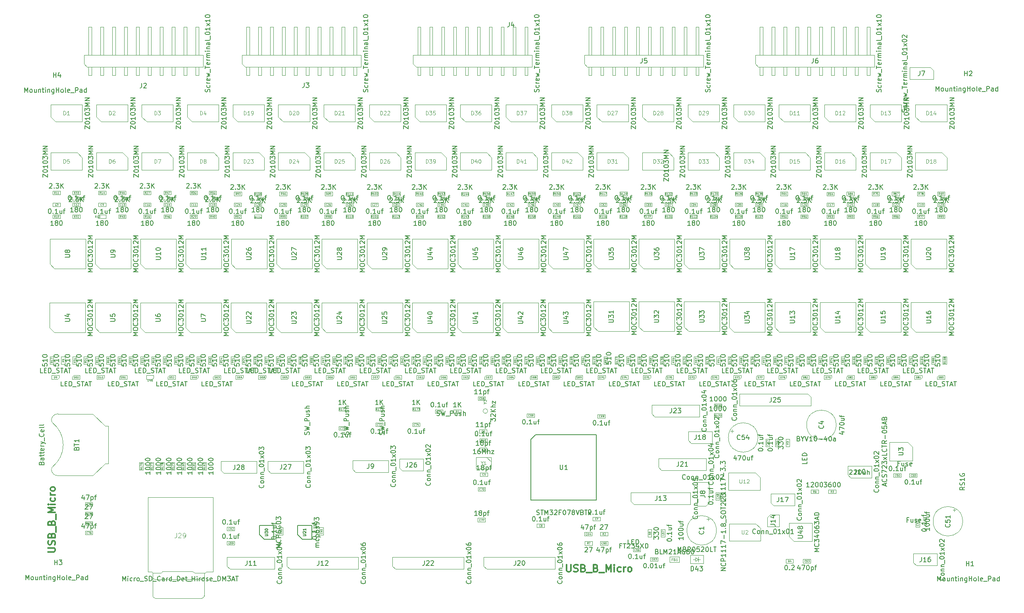
<source format=gbr>
G04 #@! TF.GenerationSoftware,KiCad,Pcbnew,(5.0.1)-4*
G04 #@! TF.CreationDate,2018-12-21T07:52:54-07:00*
G04 #@! TF.ProjectId,SprinklerControllerSTM,537072696E6B6C6572436F6E74726F6C,rev?*
G04 #@! TF.SameCoordinates,Original*
G04 #@! TF.FileFunction,Other,Fab,Top*
%FSLAX46Y46*%
G04 Gerber Fmt 4.6, Leading zero omitted, Abs format (unit mm)*
G04 Created by KiCad (PCBNEW (5.0.1)-4) date 12/21/2018 7:52:54 AM*
%MOMM*%
%LPD*%
G01*
G04 APERTURE LIST*
%ADD10C,0.100000*%
%ADD11C,0.150000*%
%ADD12C,0.060000*%
%ADD13C,0.120000*%
%ADD14C,0.105000*%
%ADD15C,0.304800*%
%ADD16C,0.090000*%
%ADD17C,0.080000*%
G04 APERTURE END LIST*
D10*
G04 #@! TO.C,C77*
X144050000Y-132750000D02*
X144050000Y-133550000D01*
X144050000Y-133550000D02*
X142450000Y-133550000D01*
X142450000Y-133550000D02*
X142450000Y-132750000D01*
X142450000Y-132750000D02*
X144050000Y-132750000D01*
G04 #@! TO.C,U2*
X201750000Y-133950000D02*
X202750000Y-134950000D01*
X201750000Y-133950000D02*
X196050000Y-133950000D01*
X202750000Y-134950000D02*
X202750000Y-137650000D01*
X196050000Y-133950000D02*
X196050000Y-137650000D01*
X202750000Y-137650000D02*
X196050000Y-137650000D01*
G04 #@! TO.C,Y1*
X145262000Y-122236000D02*
X145262000Y-119736000D01*
X145262000Y-119736000D02*
X142062000Y-119736000D01*
X142062000Y-119736000D02*
X142062000Y-122236000D01*
X142062000Y-122236000D02*
X145262000Y-122236000D01*
X145262000Y-120736000D02*
X144262000Y-119736000D01*
G04 #@! TO.C,J14*
X204815000Y-132030000D02*
X206720000Y-132030000D01*
X206720000Y-132030000D02*
X206720000Y-134570000D01*
X206720000Y-134570000D02*
X204180000Y-134570000D01*
X204180000Y-134570000D02*
X204180000Y-132665000D01*
X204180000Y-132665000D02*
X204815000Y-132030000D01*
G04 #@! TO.C,J12*
X101730000Y-143035000D02*
X101730000Y-141130000D01*
X101730000Y-141130000D02*
X116970000Y-141130000D01*
X116970000Y-141130000D02*
X116970000Y-143670000D01*
X116970000Y-143670000D02*
X102365000Y-143670000D01*
X102365000Y-143670000D02*
X101730000Y-143035000D01*
G04 #@! TO.C,J11*
X88930000Y-143021000D02*
X88930000Y-141116000D01*
X88930000Y-141116000D02*
X99090000Y-141116000D01*
X99090000Y-141116000D02*
X99090000Y-143656000D01*
X99090000Y-143656000D02*
X89565000Y-143656000D01*
X89565000Y-143656000D02*
X88930000Y-143021000D01*
G04 #@! TO.C,J21*
X181000000Y-121885000D02*
X181000000Y-119980000D01*
X181000000Y-119980000D02*
X191160000Y-119980000D01*
X191160000Y-119980000D02*
X191160000Y-122520000D01*
X191160000Y-122520000D02*
X181635000Y-122520000D01*
X181635000Y-122520000D02*
X181000000Y-121885000D01*
G04 #@! TO.C,R181*
X82230330Y-122466000D02*
X81430330Y-122466000D01*
X81430330Y-122466000D02*
X81430330Y-120866000D01*
X81430330Y-120866000D02*
X82230330Y-120866000D01*
X82230330Y-120866000D02*
X82230330Y-122466000D01*
G04 #@! TO.C,R180*
X79986664Y-120866000D02*
X79986664Y-122466000D01*
X79186664Y-120866000D02*
X79986664Y-120866000D01*
X79186664Y-122466000D02*
X79186664Y-120866000D01*
X79986664Y-122466000D02*
X79186664Y-122466000D01*
G04 #@! TO.C,R179*
X77742998Y-122466000D02*
X76942998Y-122466000D01*
X76942998Y-122466000D02*
X76942998Y-120866000D01*
X76942998Y-120866000D02*
X77742998Y-120866000D01*
X77742998Y-120866000D02*
X77742998Y-122466000D01*
G04 #@! TO.C,R178*
X75499332Y-120866000D02*
X75499332Y-122466000D01*
X74699332Y-120866000D02*
X75499332Y-120866000D01*
X74699332Y-122466000D02*
X74699332Y-120866000D01*
X75499332Y-122466000D02*
X74699332Y-122466000D01*
G04 #@! TO.C,R177*
X73255666Y-122466000D02*
X72455666Y-122466000D01*
X72455666Y-122466000D02*
X72455666Y-120866000D01*
X72455666Y-120866000D02*
X73255666Y-120866000D01*
X73255666Y-120866000D02*
X73255666Y-122466000D01*
G04 #@! TO.C,R176*
X71012000Y-120866000D02*
X71012000Y-122466000D01*
X70212000Y-120866000D02*
X71012000Y-120866000D01*
X70212000Y-122466000D02*
X70212000Y-120866000D01*
X71012000Y-122466000D02*
X70212000Y-122466000D01*
G04 #@! TO.C,R182*
X84474000Y-122466000D02*
X83674000Y-122466000D01*
X83674000Y-122466000D02*
X83674000Y-120866000D01*
X83674000Y-120866000D02*
X84474000Y-120866000D01*
X84474000Y-120866000D02*
X84474000Y-122466000D01*
G04 #@! TO.C,C76*
X58636000Y-135490000D02*
X60236000Y-135490000D01*
X58636000Y-136290000D02*
X58636000Y-135490000D01*
X60236000Y-136290000D02*
X58636000Y-136290000D01*
X60236000Y-135490000D02*
X60236000Y-136290000D01*
G04 #@! TO.C,C75*
X60236000Y-129394000D02*
X60236000Y-130194000D01*
X60236000Y-130194000D02*
X58636000Y-130194000D01*
X58636000Y-130194000D02*
X58636000Y-129394000D01*
X58636000Y-129394000D02*
X60236000Y-129394000D01*
G04 #@! TO.C,R175*
X58636000Y-131426000D02*
X60236000Y-131426000D01*
X58636000Y-132226000D02*
X58636000Y-131426000D01*
X60236000Y-132226000D02*
X58636000Y-132226000D01*
X60236000Y-131426000D02*
X60236000Y-132226000D01*
G04 #@! TO.C,R174*
X60236000Y-133458000D02*
X60236000Y-134258000D01*
X60236000Y-134258000D02*
X58636000Y-134258000D01*
X58636000Y-134258000D02*
X58636000Y-133458000D01*
X58636000Y-133458000D02*
X60236000Y-133458000D01*
G04 #@! TO.C,J29*
X75079000Y-144269000D02*
X75079000Y-144119000D01*
X72879000Y-144269000D02*
X72069000Y-144269000D01*
X84479000Y-144269000D02*
X85919000Y-144269000D01*
X74879000Y-144469000D02*
X73079000Y-144469000D01*
X75079000Y-144269000D02*
X74879000Y-144469000D01*
X73079000Y-144469000D02*
X72879000Y-144269000D01*
X82029000Y-144469000D02*
X81504000Y-144119000D01*
X84279000Y-144469000D02*
X84479000Y-144269000D01*
X84279000Y-144469000D02*
X82029000Y-144469000D01*
X72069000Y-144269000D02*
X72069000Y-128319000D01*
X85919000Y-144269000D02*
X85919000Y-128319000D01*
X85919000Y-128319000D02*
X72069000Y-128319000D01*
X81504000Y-144119000D02*
X75079000Y-144119000D01*
X73569000Y-145869000D02*
X83569000Y-145869000D01*
X73569000Y-149869000D02*
X83569000Y-149869000D01*
X84069000Y-149369000D02*
X84069000Y-144469000D01*
X73069000Y-144469000D02*
X73069000Y-149369000D01*
X83569000Y-145869000D02*
G75*
G03X84069000Y-145369000I0J500000D01*
G01*
X73069000Y-145369000D02*
G75*
G03X73569000Y-145869000I500000J0D01*
G01*
X83569000Y-149869000D02*
G75*
G03X84069000Y-149369000I0J500000D01*
G01*
X73069000Y-149369000D02*
G75*
G03X73569000Y-149869000I500000J0D01*
G01*
G04 #@! TO.C,U4*
X52092000Y-93121000D02*
X51092000Y-92121000D01*
X58712000Y-93121000D02*
X52092000Y-93121000D01*
X58712000Y-86771000D02*
X58712000Y-93121000D01*
X51092000Y-86771000D02*
X58712000Y-86771000D01*
X51092000Y-92121000D02*
X51092000Y-86771000D01*
G04 #@! TO.C,U27*
X99468840Y-78441000D02*
X99468840Y-73091000D01*
X99468840Y-73091000D02*
X107088840Y-73091000D01*
X107088840Y-73091000D02*
X107088840Y-79441000D01*
X107088840Y-79441000D02*
X100468840Y-79441000D01*
X100468840Y-79441000D02*
X99468840Y-78441000D01*
G04 #@! TO.C,U25*
X119774629Y-93121000D02*
X118774629Y-92121000D01*
X126394629Y-93121000D02*
X119774629Y-93121000D01*
X126394629Y-86771000D02*
X126394629Y-93121000D01*
X118774629Y-86771000D02*
X126394629Y-86771000D01*
X118774629Y-92121000D02*
X118774629Y-86771000D01*
G04 #@! TO.C,U24*
X109105682Y-92121000D02*
X109105682Y-86771000D01*
X109105682Y-86771000D02*
X116725682Y-86771000D01*
X116725682Y-86771000D02*
X116725682Y-93121000D01*
X116725682Y-93121000D02*
X110105682Y-93121000D01*
X110105682Y-93121000D02*
X109105682Y-92121000D01*
G04 #@! TO.C,U23*
X100436735Y-93121000D02*
X99436735Y-92121000D01*
X107056735Y-93121000D02*
X100436735Y-93121000D01*
X107056735Y-86771000D02*
X107056735Y-93121000D01*
X99436735Y-86771000D02*
X107056735Y-86771000D01*
X99436735Y-92121000D02*
X99436735Y-86771000D01*
G04 #@! TO.C,U22*
X89767788Y-92121000D02*
X89767788Y-86771000D01*
X89767788Y-86771000D02*
X97387788Y-86771000D01*
X97387788Y-86771000D02*
X97387788Y-93121000D01*
X97387788Y-93121000D02*
X90767788Y-93121000D01*
X90767788Y-93121000D02*
X89767788Y-92121000D01*
G04 #@! TO.C,U20*
X235872000Y-79441000D02*
X234872000Y-78441000D01*
X242492000Y-79441000D02*
X235872000Y-79441000D01*
X242492000Y-73091000D02*
X242492000Y-79441000D01*
X234872000Y-73091000D02*
X242492000Y-73091000D01*
X234872000Y-78441000D02*
X234872000Y-73091000D01*
G04 #@! TO.C,U19*
X225144624Y-78441000D02*
X225144624Y-73091000D01*
X225144624Y-73091000D02*
X232764624Y-73091000D01*
X232764624Y-73091000D02*
X232764624Y-79441000D01*
X232764624Y-79441000D02*
X226144624Y-79441000D01*
X226144624Y-79441000D02*
X225144624Y-78441000D01*
G04 #@! TO.C,U18*
X216477256Y-79441000D02*
X215477256Y-78441000D01*
X223097256Y-79441000D02*
X216477256Y-79441000D01*
X223097256Y-73091000D02*
X223097256Y-79441000D01*
X215477256Y-73091000D02*
X223097256Y-73091000D01*
X215477256Y-78441000D02*
X215477256Y-73091000D01*
G04 #@! TO.C,U5*
X60760947Y-92121000D02*
X60760947Y-86771000D01*
X60760947Y-86771000D02*
X68380947Y-86771000D01*
X68380947Y-86771000D02*
X68380947Y-93121000D01*
X68380947Y-93121000D02*
X61760947Y-93121000D01*
X61760947Y-93121000D02*
X60760947Y-92121000D01*
G04 #@! TO.C,U17*
X206809888Y-79441000D02*
X205809888Y-78441000D01*
X213429888Y-79441000D02*
X206809888Y-79441000D01*
X213429888Y-73091000D02*
X213429888Y-79441000D01*
X205809888Y-73091000D02*
X213429888Y-73091000D01*
X205809888Y-78441000D02*
X205809888Y-73091000D01*
G04 #@! TO.C,U16*
X234872000Y-92001000D02*
X234872000Y-86651000D01*
X234872000Y-86651000D02*
X242492000Y-86651000D01*
X242492000Y-86651000D02*
X242492000Y-93001000D01*
X242492000Y-93001000D02*
X235872000Y-93001000D01*
X235872000Y-93001000D02*
X234872000Y-92001000D01*
G04 #@! TO.C,U15*
X226133046Y-93001000D02*
X225133046Y-92001000D01*
X232753046Y-93001000D02*
X226133046Y-93001000D01*
X232753046Y-86651000D02*
X232753046Y-93001000D01*
X225133046Y-86651000D02*
X232753046Y-86651000D01*
X225133046Y-92001000D02*
X225133046Y-86651000D01*
G04 #@! TO.C,U14*
X215464099Y-92001000D02*
X215464099Y-86651000D01*
X215464099Y-86651000D02*
X223084099Y-86651000D01*
X223084099Y-86651000D02*
X223084099Y-93001000D01*
X223084099Y-93001000D02*
X216464099Y-93001000D01*
X216464099Y-93001000D02*
X215464099Y-92001000D01*
G04 #@! TO.C,U13*
X206795152Y-93001000D02*
X205795152Y-92001000D01*
X213415152Y-93001000D02*
X206795152Y-93001000D01*
X213415152Y-86651000D02*
X213415152Y-93001000D01*
X205795152Y-86651000D02*
X213415152Y-86651000D01*
X205795152Y-92001000D02*
X205795152Y-86651000D01*
G04 #@! TO.C,U11*
X80134104Y-78441000D02*
X80134104Y-73091000D01*
X80134104Y-73091000D02*
X87754104Y-73091000D01*
X87754104Y-73091000D02*
X87754104Y-79441000D01*
X87754104Y-79441000D02*
X81134104Y-79441000D01*
X81134104Y-79441000D02*
X80134104Y-78441000D01*
G04 #@! TO.C,U10*
X71466736Y-79441000D02*
X70466736Y-78441000D01*
X78086736Y-79441000D02*
X71466736Y-79441000D01*
X78086736Y-73091000D02*
X78086736Y-79441000D01*
X70466736Y-73091000D02*
X78086736Y-73091000D01*
X70466736Y-78441000D02*
X70466736Y-73091000D01*
G04 #@! TO.C,U9*
X60799368Y-78441000D02*
X60799368Y-73091000D01*
X60799368Y-73091000D02*
X68419368Y-73091000D01*
X68419368Y-73091000D02*
X68419368Y-79441000D01*
X68419368Y-79441000D02*
X61799368Y-79441000D01*
X61799368Y-79441000D02*
X60799368Y-78441000D01*
G04 #@! TO.C,U8*
X52102000Y-79441000D02*
X51102000Y-78441000D01*
X58722000Y-79441000D02*
X52102000Y-79441000D01*
X58722000Y-73091000D02*
X58722000Y-79441000D01*
X51102000Y-73091000D02*
X58722000Y-73091000D01*
X51102000Y-78441000D02*
X51102000Y-73091000D01*
G04 #@! TO.C,U6*
X70429894Y-92121000D02*
X70429894Y-86771000D01*
X70429894Y-86771000D02*
X78049894Y-86771000D01*
X78049894Y-86771000D02*
X78049894Y-93121000D01*
X78049894Y-93121000D02*
X71429894Y-93121000D01*
X71429894Y-93121000D02*
X70429894Y-92121000D01*
G04 #@! TO.C,U26*
X90801472Y-79441000D02*
X89801472Y-78441000D01*
X97421472Y-79441000D02*
X90801472Y-79441000D01*
X97421472Y-73091000D02*
X97421472Y-79441000D01*
X89801472Y-73091000D02*
X97421472Y-73091000D01*
X89801472Y-78441000D02*
X89801472Y-73091000D01*
G04 #@! TO.C,U38*
X196142520Y-78441000D02*
X196142520Y-73091000D01*
X196142520Y-73091000D02*
X203762520Y-73091000D01*
X203762520Y-73091000D02*
X203762520Y-79441000D01*
X203762520Y-79441000D02*
X197142520Y-79441000D01*
X197142520Y-79441000D02*
X196142520Y-78441000D01*
G04 #@! TO.C,U47*
X158473048Y-79441000D02*
X157473048Y-78441000D01*
X165093048Y-79441000D02*
X158473048Y-79441000D01*
X165093048Y-73091000D02*
X165093048Y-79441000D01*
X157473048Y-73091000D02*
X165093048Y-73091000D01*
X157473048Y-78441000D02*
X157473048Y-73091000D01*
G04 #@! TO.C,U46*
X147805680Y-78441000D02*
X147805680Y-73091000D01*
X147805680Y-73091000D02*
X155425680Y-73091000D01*
X155425680Y-73091000D02*
X155425680Y-79441000D01*
X155425680Y-79441000D02*
X148805680Y-79441000D01*
X148805680Y-79441000D02*
X147805680Y-78441000D01*
G04 #@! TO.C,U45*
X139138312Y-79441000D02*
X138138312Y-78441000D01*
X145758312Y-79441000D02*
X139138312Y-79441000D01*
X145758312Y-73091000D02*
X145758312Y-79441000D01*
X138138312Y-73091000D02*
X145758312Y-73091000D01*
X138138312Y-78441000D02*
X138138312Y-73091000D01*
G04 #@! TO.C,U44*
X128470944Y-78441000D02*
X128470944Y-73091000D01*
X128470944Y-73091000D02*
X136090944Y-73091000D01*
X136090944Y-73091000D02*
X136090944Y-79441000D01*
X136090944Y-79441000D02*
X129470944Y-79441000D01*
X129470944Y-79441000D02*
X128470944Y-78441000D01*
G04 #@! TO.C,U43*
X158450417Y-93121000D02*
X157450417Y-92121000D01*
X165070417Y-93121000D02*
X158450417Y-93121000D01*
X165070417Y-86771000D02*
X165070417Y-93121000D01*
X157450417Y-86771000D02*
X165070417Y-86771000D01*
X157450417Y-92121000D02*
X157450417Y-86771000D01*
G04 #@! TO.C,U42*
X147781470Y-92121000D02*
X147781470Y-86771000D01*
X147781470Y-86771000D02*
X155401470Y-86771000D01*
X155401470Y-86771000D02*
X155401470Y-93121000D01*
X155401470Y-93121000D02*
X148781470Y-93121000D01*
X148781470Y-93121000D02*
X147781470Y-92121000D01*
G04 #@! TO.C,U41*
X139112523Y-93121000D02*
X138112523Y-92121000D01*
X145732523Y-93121000D02*
X139112523Y-93121000D01*
X145732523Y-86771000D02*
X145732523Y-93121000D01*
X138112523Y-86771000D02*
X145732523Y-86771000D01*
X138112523Y-92121000D02*
X138112523Y-86771000D01*
G04 #@! TO.C,U40*
X128443576Y-92121000D02*
X128443576Y-86771000D01*
X128443576Y-86771000D02*
X136063576Y-86771000D01*
X136063576Y-86771000D02*
X136063576Y-93121000D01*
X136063576Y-93121000D02*
X129443576Y-93121000D01*
X129443576Y-93121000D02*
X128443576Y-92121000D01*
G04 #@! TO.C,U37*
X187475152Y-79441000D02*
X186475152Y-78441000D01*
X194095152Y-79441000D02*
X187475152Y-79441000D01*
X194095152Y-73091000D02*
X194095152Y-79441000D01*
X186475152Y-73091000D02*
X194095152Y-73091000D01*
X186475152Y-78441000D02*
X186475152Y-73091000D01*
G04 #@! TO.C,U36*
X176807784Y-78441000D02*
X176807784Y-73091000D01*
X176807784Y-73091000D02*
X184427784Y-73091000D01*
X184427784Y-73091000D02*
X184427784Y-79441000D01*
X184427784Y-79441000D02*
X177807784Y-79441000D01*
X177807784Y-79441000D02*
X176807784Y-78441000D01*
G04 #@! TO.C,U35*
X168140416Y-79441000D02*
X167140416Y-78441000D01*
X174760416Y-79441000D02*
X168140416Y-79441000D01*
X174760416Y-73091000D02*
X174760416Y-79441000D01*
X167140416Y-73091000D02*
X174760416Y-73091000D01*
X167140416Y-78441000D02*
X167140416Y-73091000D01*
G04 #@! TO.C,U34*
X196126205Y-92001000D02*
X196126205Y-86651000D01*
X196126205Y-86651000D02*
X203746205Y-86651000D01*
X203746205Y-86651000D02*
X203746205Y-93001000D01*
X203746205Y-93001000D02*
X197126205Y-93001000D01*
X197126205Y-93001000D02*
X196126205Y-92001000D01*
G04 #@! TO.C,U33*
X187457258Y-92871000D02*
X186457258Y-91871000D01*
X194077258Y-92871000D02*
X187457258Y-92871000D01*
X194077258Y-86521000D02*
X194077258Y-92871000D01*
X186457258Y-86521000D02*
X194077258Y-86521000D01*
X186457258Y-91871000D02*
X186457258Y-86521000D01*
G04 #@! TO.C,U32*
X176788311Y-91871000D02*
X176788311Y-86521000D01*
X176788311Y-86521000D02*
X184408311Y-86521000D01*
X184408311Y-86521000D02*
X184408311Y-92871000D01*
X184408311Y-92871000D02*
X177788311Y-92871000D01*
X177788311Y-92871000D02*
X176788311Y-91871000D01*
G04 #@! TO.C,U31*
X168119364Y-92871000D02*
X167119364Y-91871000D01*
X174739364Y-92871000D02*
X168119364Y-92871000D01*
X174739364Y-86521000D02*
X174739364Y-92871000D01*
X167119364Y-86521000D02*
X174739364Y-86521000D01*
X167119364Y-91871000D02*
X167119364Y-86521000D01*
G04 #@! TO.C,U29*
X118803576Y-78441000D02*
X118803576Y-73091000D01*
X118803576Y-73091000D02*
X126423576Y-73091000D01*
X126423576Y-73091000D02*
X126423576Y-79441000D01*
X126423576Y-79441000D02*
X119803576Y-79441000D01*
X119803576Y-79441000D02*
X118803576Y-78441000D01*
G04 #@! TO.C,U7*
X81098841Y-93121000D02*
X80098841Y-92121000D01*
X87718841Y-93121000D02*
X81098841Y-93121000D01*
X87718841Y-86771000D02*
X87718841Y-93121000D01*
X80098841Y-86771000D02*
X87718841Y-86771000D01*
X80098841Y-92121000D02*
X80098841Y-86771000D01*
G04 #@! TO.C,U28*
X109136208Y-78441000D02*
X109136208Y-73091000D01*
X109136208Y-73091000D02*
X116756208Y-73091000D01*
X116756208Y-73091000D02*
X116756208Y-79441000D01*
X116756208Y-79441000D02*
X110136208Y-79441000D01*
X110136208Y-79441000D02*
X109136208Y-78441000D01*
G04 #@! TO.C,J28*
X87630000Y-122555000D02*
X87630000Y-120650000D01*
X87630000Y-120650000D02*
X95250000Y-120650000D01*
X95250000Y-120650000D02*
X95250000Y-123190000D01*
X95250000Y-123190000D02*
X88265000Y-123190000D01*
X88265000Y-123190000D02*
X87630000Y-122555000D01*
G04 #@! TO.C,BT1*
X51448442Y-122472013D02*
G75*
G02X51796000Y-121694000I847558J88013D01*
G01*
X51448442Y-111715987D02*
G75*
G03X51796000Y-112494000I847558J-88013D01*
G01*
X51786411Y-121701905D02*
G75*
G03X51796000Y-112494000I-3790411J4607905D01*
G01*
X52846000Y-123694000D02*
G75*
G02X51446000Y-122394000I-50000J1350000D01*
G01*
X52846000Y-110494000D02*
G75*
G03X51446000Y-111794000I-50000J-1350000D01*
G01*
X60296000Y-123694000D02*
X52796000Y-123694000D01*
X60296000Y-110494000D02*
X52796000Y-110494000D01*
X62896000Y-121094000D02*
X60296000Y-123694000D01*
X62896000Y-113094000D02*
X60296000Y-110494000D01*
X63596000Y-121094000D02*
X62896000Y-121094000D01*
X63596000Y-113094000D02*
X62896000Y-113094000D01*
X63596000Y-113094000D02*
X63596000Y-121094000D01*
G04 #@! TO.C,J27*
X97592000Y-122496000D02*
X97592000Y-120591000D01*
X97592000Y-120591000D02*
X105212000Y-120591000D01*
X105212000Y-120591000D02*
X105212000Y-123131000D01*
X105212000Y-123131000D02*
X98227000Y-123131000D01*
X98227000Y-123131000D02*
X97592000Y-122496000D01*
G04 #@! TO.C,C72*
X120612000Y-113176000D02*
X120612000Y-112376000D01*
X120612000Y-112376000D02*
X122212000Y-112376000D01*
X122212000Y-112376000D02*
X122212000Y-113176000D01*
X122212000Y-113176000D02*
X120612000Y-113176000D01*
G04 #@! TO.C,C73*
X114338000Y-113938000D02*
X112738000Y-113938000D01*
X114338000Y-113138000D02*
X114338000Y-113938000D01*
X112738000Y-113138000D02*
X114338000Y-113138000D01*
X112738000Y-113938000D02*
X112738000Y-113138000D01*
G04 #@! TO.C,C74*
X128486000Y-113176000D02*
X128486000Y-112376000D01*
X128486000Y-112376000D02*
X130086000Y-112376000D01*
X130086000Y-112376000D02*
X130086000Y-113176000D01*
X130086000Y-113176000D02*
X128486000Y-113176000D01*
G04 #@! TO.C,R173*
X130086000Y-109074000D02*
X130086000Y-109874000D01*
X130086000Y-109874000D02*
X128486000Y-109874000D01*
X128486000Y-109874000D02*
X128486000Y-109074000D01*
X128486000Y-109074000D02*
X130086000Y-109074000D01*
G04 #@! TO.C,R172*
X112738000Y-109074000D02*
X114338000Y-109074000D01*
X112738000Y-109874000D02*
X112738000Y-109074000D01*
X114338000Y-109874000D02*
X112738000Y-109874000D01*
X114338000Y-109074000D02*
X114338000Y-109874000D01*
G04 #@! TO.C,R171*
X122212000Y-109074000D02*
X122212000Y-109874000D01*
X122212000Y-109874000D02*
X120612000Y-109874000D01*
X120612000Y-109874000D02*
X120612000Y-109074000D01*
X120612000Y-109074000D02*
X122212000Y-109074000D01*
G04 #@! TO.C,J26*
X125730000Y-122047000D02*
X125730000Y-120142000D01*
X125730000Y-120142000D02*
X130810000Y-120142000D01*
X130810000Y-120142000D02*
X130810000Y-122682000D01*
X130810000Y-122682000D02*
X126365000Y-122682000D01*
X126365000Y-122682000D02*
X125730000Y-122047000D01*
G04 #@! TO.C,J13*
X175130000Y-129185000D02*
X175130000Y-127280000D01*
X175130000Y-127280000D02*
X187830000Y-127280000D01*
X187830000Y-127280000D02*
X187830000Y-129820000D01*
X187830000Y-129820000D02*
X175765000Y-129820000D01*
X175765000Y-129820000D02*
X175130000Y-129185000D01*
G04 #@! TO.C,J25*
X213507000Y-106876000D02*
X213507000Y-108781000D01*
X213507000Y-108781000D02*
X198267000Y-108781000D01*
X198267000Y-108781000D02*
X198267000Y-106241000D01*
X198267000Y-106241000D02*
X212872000Y-106241000D01*
X212872000Y-106241000D02*
X213507000Y-106876000D01*
G04 #@! TO.C,D65*
X158376993Y-102276000D02*
X158376993Y-103076000D01*
X159976993Y-102276000D02*
X158376993Y-102276000D01*
X159976993Y-102776000D02*
X159976993Y-102276000D01*
X159676993Y-103076000D02*
X159976993Y-102776000D01*
X158376993Y-103076000D02*
X159676993Y-103076000D01*
G04 #@! TO.C,D64*
X148719935Y-103076000D02*
X150019935Y-103076000D01*
X150019935Y-103076000D02*
X150319935Y-102776000D01*
X150319935Y-102776000D02*
X150319935Y-102276000D01*
X150319935Y-102276000D02*
X148719935Y-102276000D01*
X148719935Y-102276000D02*
X148719935Y-103076000D01*
G04 #@! TO.C,D63*
X139062877Y-102276000D02*
X139062877Y-103076000D01*
X140662877Y-102276000D02*
X139062877Y-102276000D01*
X140662877Y-102776000D02*
X140662877Y-102276000D01*
X140362877Y-103076000D02*
X140662877Y-102776000D01*
X139062877Y-103076000D02*
X140362877Y-103076000D01*
G04 #@! TO.C,D62*
X129405819Y-103076000D02*
X130705819Y-103076000D01*
X130705819Y-103076000D02*
X131005819Y-102776000D01*
X131005819Y-102776000D02*
X131005819Y-102276000D01*
X131005819Y-102276000D02*
X129405819Y-102276000D01*
X129405819Y-102276000D02*
X129405819Y-103076000D01*
G04 #@! TO.C,D61*
X126177290Y-103076000D02*
X126177290Y-102276000D01*
X124577290Y-103076000D02*
X126177290Y-103076000D01*
X124577290Y-102576000D02*
X124577290Y-103076000D01*
X124877290Y-102276000D02*
X124577290Y-102576000D01*
X126177290Y-102276000D02*
X124877290Y-102276000D01*
G04 #@! TO.C,D60*
X116520232Y-102276000D02*
X115220232Y-102276000D01*
X115220232Y-102276000D02*
X114920232Y-102576000D01*
X114920232Y-102576000D02*
X114920232Y-103076000D01*
X114920232Y-103076000D02*
X116520232Y-103076000D01*
X116520232Y-103076000D02*
X116520232Y-102276000D01*
G04 #@! TO.C,D59*
X106863174Y-103076000D02*
X106863174Y-102276000D01*
X105263174Y-103076000D02*
X106863174Y-103076000D01*
X105263174Y-102576000D02*
X105263174Y-103076000D01*
X105563174Y-102276000D02*
X105263174Y-102576000D01*
X106863174Y-102276000D02*
X105563174Y-102276000D01*
G04 #@! TO.C,D58*
X95606116Y-103076000D02*
X96906116Y-103076000D01*
X96906116Y-103076000D02*
X97206116Y-102776000D01*
X97206116Y-102776000D02*
X97206116Y-102276000D01*
X97206116Y-102276000D02*
X95606116Y-102276000D01*
X95606116Y-102276000D02*
X95606116Y-103076000D01*
G04 #@! TO.C,D57*
X119748761Y-102276000D02*
X119748761Y-103076000D01*
X121348761Y-102276000D02*
X119748761Y-102276000D01*
X121348761Y-102776000D02*
X121348761Y-102276000D01*
X121048761Y-103076000D02*
X121348761Y-102776000D01*
X119748761Y-103076000D02*
X121048761Y-103076000D01*
G04 #@! TO.C,D56*
X110091703Y-103076000D02*
X111391703Y-103076000D01*
X111391703Y-103076000D02*
X111691703Y-102776000D01*
X111691703Y-102776000D02*
X111691703Y-102276000D01*
X111691703Y-102276000D02*
X110091703Y-102276000D01*
X110091703Y-102276000D02*
X110091703Y-103076000D01*
G04 #@! TO.C,D54*
X90777587Y-102276000D02*
X90777587Y-103076000D01*
X92377587Y-102276000D02*
X90777587Y-102276000D01*
X92377587Y-102776000D02*
X92377587Y-102276000D01*
X92077587Y-103076000D02*
X92377587Y-102776000D01*
X90777587Y-103076000D02*
X92077587Y-103076000D01*
G04 #@! TO.C,D53*
X87549058Y-102276000D02*
X86249058Y-102276000D01*
X86249058Y-102276000D02*
X85949058Y-102576000D01*
X85949058Y-102576000D02*
X85949058Y-103076000D01*
X85949058Y-103076000D02*
X87549058Y-103076000D01*
X87549058Y-103076000D02*
X87549058Y-102276000D01*
G04 #@! TO.C,D52*
X77892000Y-103076000D02*
X77892000Y-102276000D01*
X76292000Y-103076000D02*
X77892000Y-103076000D01*
X76292000Y-102576000D02*
X76292000Y-103076000D01*
X76592000Y-102276000D02*
X76292000Y-102576000D01*
X77892000Y-102276000D02*
X76592000Y-102276000D01*
G04 #@! TO.C,D51*
X67532000Y-102276000D02*
X66232000Y-102276000D01*
X66232000Y-102276000D02*
X65932000Y-102576000D01*
X65932000Y-102576000D02*
X65932000Y-103076000D01*
X65932000Y-103076000D02*
X67532000Y-103076000D01*
X67532000Y-103076000D02*
X67532000Y-102276000D01*
G04 #@! TO.C,D50*
X57492000Y-103076000D02*
X57492000Y-102276000D01*
X55892000Y-103076000D02*
X57492000Y-103076000D01*
X55892000Y-102576000D02*
X55892000Y-103076000D01*
X56192000Y-102276000D02*
X55892000Y-102576000D01*
X57492000Y-102276000D02*
X56192000Y-102276000D01*
G04 #@! TO.C,D49*
X81120529Y-103076000D02*
X82420529Y-103076000D01*
X82420529Y-103076000D02*
X82720529Y-102776000D01*
X82720529Y-102776000D02*
X82720529Y-102276000D01*
X82720529Y-102276000D02*
X81120529Y-102276000D01*
X81120529Y-102276000D02*
X81120529Y-103076000D01*
G04 #@! TO.C,D48*
X71682000Y-102276000D02*
X71682000Y-103076000D01*
X73282000Y-102276000D02*
X71682000Y-102276000D01*
X73282000Y-102776000D02*
X73282000Y-102276000D01*
X72982000Y-103076000D02*
X73282000Y-102776000D01*
X71682000Y-103076000D02*
X72982000Y-103076000D01*
G04 #@! TO.C,D9*
X51482000Y-103076000D02*
X52782000Y-103076000D01*
X52782000Y-103076000D02*
X53082000Y-102776000D01*
X53082000Y-102776000D02*
X53082000Y-102276000D01*
X53082000Y-102276000D02*
X51482000Y-102276000D01*
X51482000Y-102276000D02*
X51482000Y-103076000D01*
G04 #@! TO.C,D67*
X145491406Y-103076000D02*
X145491406Y-102276000D01*
X143891406Y-103076000D02*
X145491406Y-103076000D01*
X143891406Y-102576000D02*
X143891406Y-103076000D01*
X144191406Y-102276000D02*
X143891406Y-102576000D01*
X145491406Y-102276000D02*
X144191406Y-102276000D01*
G04 #@! TO.C,D55*
X100434645Y-103076000D02*
X101734645Y-103076000D01*
X101734645Y-103076000D02*
X102034645Y-102776000D01*
X102034645Y-102776000D02*
X102034645Y-102276000D01*
X102034645Y-102276000D02*
X100434645Y-102276000D01*
X100434645Y-102276000D02*
X100434645Y-103076000D01*
G04 #@! TO.C,D85*
X242062000Y-103076000D02*
X242062000Y-102276000D01*
X240462000Y-103076000D02*
X242062000Y-103076000D01*
X240462000Y-102576000D02*
X240462000Y-103076000D01*
X240762000Y-102276000D02*
X240462000Y-102576000D01*
X242062000Y-102276000D02*
X240762000Y-102276000D01*
G04 #@! TO.C,D84*
X232404928Y-102276000D02*
X231104928Y-102276000D01*
X231104928Y-102276000D02*
X230804928Y-102576000D01*
X230804928Y-102576000D02*
X230804928Y-103076000D01*
X230804928Y-103076000D02*
X232404928Y-103076000D01*
X232404928Y-103076000D02*
X232404928Y-102276000D01*
G04 #@! TO.C,D83*
X222747870Y-103076000D02*
X222747870Y-102276000D01*
X221147870Y-103076000D02*
X222747870Y-103076000D01*
X221147870Y-102576000D02*
X221147870Y-103076000D01*
X221447870Y-102276000D02*
X221147870Y-102576000D01*
X222747870Y-102276000D02*
X221447870Y-102276000D01*
G04 #@! TO.C,D82*
X213090812Y-102276000D02*
X211790812Y-102276000D01*
X211790812Y-102276000D02*
X211490812Y-102576000D01*
X211490812Y-102576000D02*
X211490812Y-103076000D01*
X211490812Y-103076000D02*
X213090812Y-103076000D01*
X213090812Y-103076000D02*
X213090812Y-102276000D01*
G04 #@! TO.C,D81*
X235633457Y-102276000D02*
X235633457Y-103076000D01*
X237233457Y-102276000D02*
X235633457Y-102276000D01*
X237233457Y-102776000D02*
X237233457Y-102276000D01*
X236933457Y-103076000D02*
X237233457Y-102776000D01*
X235633457Y-103076000D02*
X236933457Y-103076000D01*
G04 #@! TO.C,D80*
X225976399Y-103076000D02*
X227276399Y-103076000D01*
X227276399Y-103076000D02*
X227576399Y-102776000D01*
X227576399Y-102776000D02*
X227576399Y-102276000D01*
X227576399Y-102276000D02*
X225976399Y-102276000D01*
X225976399Y-102276000D02*
X225976399Y-103076000D01*
G04 #@! TO.C,D79*
X216319341Y-102276000D02*
X216319341Y-103076000D01*
X217919341Y-102276000D02*
X216319341Y-102276000D01*
X217919341Y-102776000D02*
X217919341Y-102276000D01*
X217619341Y-103076000D02*
X217919341Y-102776000D01*
X216319341Y-103076000D02*
X217619341Y-103076000D01*
G04 #@! TO.C,D78*
X206662283Y-103076000D02*
X207962283Y-103076000D01*
X207962283Y-103076000D02*
X208262283Y-102776000D01*
X208262283Y-102776000D02*
X208262283Y-102276000D01*
X208262283Y-102276000D02*
X206662283Y-102276000D01*
X206662283Y-102276000D02*
X206662283Y-103076000D01*
G04 #@! TO.C,D77*
X203433754Y-103076000D02*
X203433754Y-102276000D01*
X201833754Y-103076000D02*
X203433754Y-103076000D01*
X201833754Y-102576000D02*
X201833754Y-103076000D01*
X202133754Y-102276000D02*
X201833754Y-102576000D01*
X203433754Y-102276000D02*
X202133754Y-102276000D01*
G04 #@! TO.C,D76*
X193776696Y-102276000D02*
X192476696Y-102276000D01*
X192476696Y-102276000D02*
X192176696Y-102576000D01*
X192176696Y-102576000D02*
X192176696Y-103076000D01*
X192176696Y-103076000D02*
X193776696Y-103076000D01*
X193776696Y-103076000D02*
X193776696Y-102276000D01*
G04 #@! TO.C,D74*
X174462580Y-103076000D02*
X174462580Y-102276000D01*
X172862580Y-103076000D02*
X174462580Y-103076000D01*
X172862580Y-102576000D02*
X172862580Y-103076000D01*
X173162580Y-102276000D02*
X172862580Y-102576000D01*
X174462580Y-102276000D02*
X173162580Y-102276000D01*
G04 #@! TO.C,D73*
X197005225Y-103076000D02*
X198305225Y-103076000D01*
X198305225Y-103076000D02*
X198605225Y-102776000D01*
X198605225Y-102776000D02*
X198605225Y-102276000D01*
X198605225Y-102276000D02*
X197005225Y-102276000D01*
X197005225Y-102276000D02*
X197005225Y-103076000D01*
G04 #@! TO.C,D72*
X187348167Y-102276000D02*
X187348167Y-103076000D01*
X188948167Y-102276000D02*
X187348167Y-102276000D01*
X188948167Y-102776000D02*
X188948167Y-102276000D01*
X188648167Y-103076000D02*
X188948167Y-102776000D01*
X187348167Y-103076000D02*
X188648167Y-103076000D01*
G04 #@! TO.C,D71*
X177691109Y-103076000D02*
X178991109Y-103076000D01*
X178991109Y-103076000D02*
X179291109Y-102776000D01*
X179291109Y-102776000D02*
X179291109Y-102276000D01*
X179291109Y-102276000D02*
X177691109Y-102276000D01*
X177691109Y-102276000D02*
X177691109Y-103076000D01*
G04 #@! TO.C,D70*
X168034051Y-102276000D02*
X168034051Y-103076000D01*
X169634051Y-102276000D02*
X168034051Y-102276000D01*
X169634051Y-102776000D02*
X169634051Y-102276000D01*
X169334051Y-103076000D02*
X169634051Y-102776000D01*
X168034051Y-103076000D02*
X169334051Y-103076000D01*
G04 #@! TO.C,D69*
X164805522Y-102276000D02*
X163505522Y-102276000D01*
X163505522Y-102276000D02*
X163205522Y-102576000D01*
X163205522Y-102576000D02*
X163205522Y-103076000D01*
X163205522Y-103076000D02*
X164805522Y-103076000D01*
X164805522Y-103076000D02*
X164805522Y-102276000D01*
G04 #@! TO.C,D10*
X61112000Y-102276000D02*
X61112000Y-103076000D01*
X62712000Y-102276000D02*
X61112000Y-102276000D01*
X62712000Y-102776000D02*
X62712000Y-102276000D01*
X62412000Y-103076000D02*
X62712000Y-102776000D01*
X61112000Y-103076000D02*
X62412000Y-103076000D01*
G04 #@! TO.C,D68*
X155148464Y-102276000D02*
X153848464Y-102276000D01*
X153848464Y-102276000D02*
X153548464Y-102576000D01*
X153548464Y-102576000D02*
X153548464Y-103076000D01*
X153548464Y-103076000D02*
X155148464Y-103076000D01*
X155148464Y-103076000D02*
X155148464Y-102276000D01*
G04 #@! TO.C,D66*
X135834348Y-103076000D02*
X135834348Y-102276000D01*
X134234348Y-103076000D02*
X135834348Y-103076000D01*
X134234348Y-102576000D02*
X134234348Y-103076000D01*
X134534348Y-102276000D02*
X134234348Y-102576000D01*
X135834348Y-102276000D02*
X134534348Y-102276000D01*
G04 #@! TO.C,D75*
X184119638Y-102276000D02*
X182819638Y-102276000D01*
X182819638Y-102276000D02*
X182519638Y-102576000D01*
X182519638Y-102576000D02*
X182519638Y-103076000D01*
X182519638Y-103076000D02*
X184119638Y-103076000D01*
X184119638Y-103076000D02*
X184119638Y-102276000D01*
G04 #@! TO.C,R170*
X192867001Y-110401001D02*
X194467001Y-110401001D01*
X192867001Y-111201001D02*
X192867001Y-110401001D01*
X194467001Y-111201001D02*
X192867001Y-111201001D01*
X194467001Y-110401001D02*
X194467001Y-111201001D01*
G04 #@! TO.C,R169*
X194512000Y-108361000D02*
X194512000Y-109161000D01*
X194512000Y-109161000D02*
X192912000Y-109161000D01*
X192912000Y-109161000D02*
X192912000Y-108361000D01*
X192912000Y-108361000D02*
X194512000Y-108361000D01*
G04 #@! TO.C,J23*
X179542000Y-110471000D02*
X179542000Y-108566000D01*
X179542000Y-108566000D02*
X189702000Y-108566000D01*
X189702000Y-108566000D02*
X189702000Y-111106000D01*
X189702000Y-111106000D02*
X180177000Y-111106000D01*
X180177000Y-111106000D02*
X179542000Y-110471000D01*
G04 #@! TO.C,C58*
X142462000Y-106811000D02*
X144062000Y-106811000D01*
X142462000Y-107611000D02*
X142462000Y-106811000D01*
X144062000Y-107611000D02*
X142462000Y-107611000D01*
X144062000Y-106811000D02*
X144062000Y-107611000D01*
G04 #@! TO.C,C6*
X144387000Y-113811000D02*
X144387000Y-114611000D01*
X144387000Y-114611000D02*
X142787000Y-114611000D01*
X142787000Y-114611000D02*
X142787000Y-113811000D01*
X142787000Y-113811000D02*
X144387000Y-113811000D01*
G04 #@! TO.C,Y2*
X144537000Y-109886000D02*
G75*
G03X144537000Y-109886000I-500000J0D01*
G01*
G04 #@! TO.C,J9*
X115730000Y-122335000D02*
X115730000Y-120430000D01*
X115730000Y-120430000D02*
X123350000Y-120430000D01*
X123350000Y-120430000D02*
X123350000Y-122970000D01*
X123350000Y-122970000D02*
X116365000Y-122970000D01*
X116365000Y-122970000D02*
X115730000Y-122335000D01*
G04 #@! TO.C,J22*
X124247000Y-143021000D02*
X124247000Y-141116000D01*
X124247000Y-141116000D02*
X139487000Y-141116000D01*
X139487000Y-141116000D02*
X139487000Y-143656000D01*
X139487000Y-143656000D02*
X124882000Y-143656000D01*
X124882000Y-143656000D02*
X124247000Y-143021000D01*
G04 #@! TO.C,C71*
X134987000Y-109582000D02*
X134987000Y-110382000D01*
X134987000Y-110382000D02*
X133387000Y-110382000D01*
X133387000Y-110382000D02*
X133387000Y-109582000D01*
X133387000Y-109582000D02*
X134987000Y-109582000D01*
G04 #@! TO.C,C70*
X142462000Y-126186000D02*
X144062000Y-126186000D01*
X142462000Y-126986000D02*
X142462000Y-126186000D01*
X144062000Y-126986000D02*
X142462000Y-126986000D01*
X144062000Y-126186000D02*
X144062000Y-126986000D01*
G04 #@! TO.C,C69*
X168012000Y-111386000D02*
X168012000Y-110586000D01*
X168012000Y-110586000D02*
X169612000Y-110586000D01*
X169612000Y-110586000D02*
X169612000Y-111386000D01*
X169612000Y-111386000D02*
X168012000Y-111386000D01*
G04 #@! TO.C,J18*
X187965000Y-116770000D02*
X187330000Y-116135000D01*
X192410000Y-116770000D02*
X187965000Y-116770000D01*
X192410000Y-114230000D02*
X192410000Y-116770000D01*
X187330000Y-114230000D02*
X192410000Y-114230000D01*
X187330000Y-116135000D02*
X187330000Y-114230000D01*
G04 #@! TO.C,C51*
X245912000Y-133436000D02*
G75*
G03X245912000Y-133436000I-3150000J0D01*
G01*
X244135500Y-130742028D02*
X244135500Y-131372028D01*
X244450500Y-131057028D02*
X243820500Y-131057028D01*
G04 #@! TO.C,C68*
X152937000Y-111211000D02*
X152937000Y-110411000D01*
X152937000Y-110411000D02*
X154537000Y-110411000D01*
X154537000Y-110411000D02*
X154537000Y-111211000D01*
X154537000Y-111211000D02*
X152937000Y-111211000D01*
G04 #@! TO.C,C1*
X193362000Y-135386000D02*
G75*
G03X193362000Y-135386000I-3150000J0D01*
G01*
X191585500Y-132692028D02*
X191585500Y-133322028D01*
X191900500Y-133007028D02*
X191270500Y-133007028D01*
G04 #@! TO.C,J8*
X191097000Y-130156000D02*
X189192000Y-130156000D01*
X189192000Y-130156000D02*
X189192000Y-125076000D01*
X189192000Y-125076000D02*
X191732000Y-125076000D01*
X191732000Y-125076000D02*
X191732000Y-129521000D01*
X191732000Y-129521000D02*
X191097000Y-130156000D01*
G04 #@! TO.C,R19*
X72836805Y-99855359D02*
X72836805Y-98255359D01*
X73636805Y-99855359D02*
X72836805Y-99855359D01*
X73636805Y-98255359D02*
X73636805Y-99855359D01*
X72836805Y-98255359D02*
X73636805Y-98255359D01*
G04 #@! TO.C,R168*
X241652000Y-98255359D02*
X242452000Y-98255359D01*
X242452000Y-98255359D02*
X242452000Y-99855359D01*
X242452000Y-99855359D02*
X241652000Y-99855359D01*
X241652000Y-99855359D02*
X241652000Y-98255359D01*
G04 #@! TO.C,R167*
X232005375Y-99855359D02*
X232005375Y-98255359D01*
X232805375Y-99855359D02*
X232005375Y-99855359D01*
X232805375Y-98255359D02*
X232805375Y-99855359D01*
X232005375Y-98255359D02*
X232805375Y-98255359D01*
G04 #@! TO.C,R166*
X222358795Y-98255359D02*
X223158795Y-98255359D01*
X223158795Y-98255359D02*
X223158795Y-99855359D01*
X223158795Y-99855359D02*
X222358795Y-99855359D01*
X222358795Y-99855359D02*
X222358795Y-98255359D01*
G04 #@! TO.C,R165*
X212712215Y-99855359D02*
X212712215Y-98255359D01*
X213512215Y-99855359D02*
X212712215Y-99855359D01*
X213512215Y-98255359D02*
X213512215Y-99855359D01*
X212712215Y-98255359D02*
X213512215Y-98255359D01*
G04 #@! TO.C,R164*
X236828665Y-98255359D02*
X237628665Y-98255359D01*
X237628665Y-98255359D02*
X237628665Y-99855359D01*
X237628665Y-99855359D02*
X236828665Y-99855359D01*
X236828665Y-99855359D02*
X236828665Y-98255359D01*
G04 #@! TO.C,R163*
X227182085Y-99855359D02*
X227182085Y-98255359D01*
X227982085Y-99855359D02*
X227182085Y-99855359D01*
X227982085Y-98255359D02*
X227982085Y-99855359D01*
X227182085Y-98255359D02*
X227982085Y-98255359D01*
G04 #@! TO.C,R35*
X111423125Y-98255359D02*
X112223125Y-98255359D01*
X112223125Y-98255359D02*
X112223125Y-99855359D01*
X112223125Y-99855359D02*
X111423125Y-99855359D01*
X111423125Y-99855359D02*
X111423125Y-98255359D01*
G04 #@! TO.C,R36*
X121069705Y-99855359D02*
X121069705Y-98255359D01*
X121869705Y-99855359D02*
X121069705Y-99855359D01*
X121869705Y-98255359D02*
X121869705Y-99855359D01*
X121069705Y-98255359D02*
X121869705Y-98255359D01*
G04 #@! TO.C,R37*
X96953255Y-98255359D02*
X97753255Y-98255359D01*
X97753255Y-98255359D02*
X97753255Y-99855359D01*
X97753255Y-99855359D02*
X96953255Y-99855359D01*
X96953255Y-99855359D02*
X96953255Y-98255359D01*
G04 #@! TO.C,R38*
X106599835Y-99855359D02*
X106599835Y-98255359D01*
X107399835Y-99855359D02*
X106599835Y-99855359D01*
X107399835Y-98255359D02*
X107399835Y-99855359D01*
X106599835Y-98255359D02*
X107399835Y-98255359D01*
G04 #@! TO.C,R39*
X116246415Y-98255359D02*
X117046415Y-98255359D01*
X117046415Y-98255359D02*
X117046415Y-99855359D01*
X117046415Y-99855359D02*
X116246415Y-99855359D01*
X116246415Y-99855359D02*
X116246415Y-98255359D01*
G04 #@! TO.C,R40*
X125892995Y-99855359D02*
X125892995Y-98255359D01*
X126692995Y-99855359D02*
X125892995Y-99855359D01*
X126692995Y-98255359D02*
X126692995Y-99855359D01*
X125892995Y-98255359D02*
X126692995Y-98255359D01*
G04 #@! TO.C,R41*
X130716285Y-98255359D02*
X131516285Y-98255359D01*
X131516285Y-98255359D02*
X131516285Y-99855359D01*
X131516285Y-99855359D02*
X130716285Y-99855359D01*
X130716285Y-99855359D02*
X130716285Y-98255359D01*
G04 #@! TO.C,R42*
X140362865Y-99855359D02*
X140362865Y-98255359D01*
X141162865Y-99855359D02*
X140362865Y-99855359D01*
X141162865Y-98255359D02*
X141162865Y-99855359D01*
X140362865Y-98255359D02*
X141162865Y-98255359D01*
G04 #@! TO.C,R20*
X82483385Y-98255359D02*
X83283385Y-98255359D01*
X83283385Y-98255359D02*
X83283385Y-99855359D01*
X83283385Y-99855359D02*
X82483385Y-99855359D01*
X82483385Y-99855359D02*
X82483385Y-98255359D01*
G04 #@! TO.C,R21*
X58366935Y-99855359D02*
X58366935Y-98255359D01*
X59166935Y-99855359D02*
X58366935Y-99855359D01*
X59166935Y-98255359D02*
X59166935Y-99855359D01*
X58366935Y-98255359D02*
X59166935Y-98255359D01*
G04 #@! TO.C,R22*
X68013515Y-98255359D02*
X68813515Y-98255359D01*
X68813515Y-98255359D02*
X68813515Y-99855359D01*
X68813515Y-99855359D02*
X68013515Y-99855359D01*
X68013515Y-99855359D02*
X68013515Y-98255359D01*
G04 #@! TO.C,R23*
X77660095Y-99855359D02*
X77660095Y-98255359D01*
X78460095Y-99855359D02*
X77660095Y-99855359D01*
X78460095Y-98255359D02*
X78460095Y-99855359D01*
X77660095Y-98255359D02*
X78460095Y-98255359D01*
G04 #@! TO.C,R25*
X92129965Y-98255359D02*
X92929965Y-98255359D01*
X92929965Y-98255359D02*
X92929965Y-99855359D01*
X92929965Y-99855359D02*
X92129965Y-99855359D01*
X92129965Y-99855359D02*
X92129965Y-98255359D01*
G04 #@! TO.C,R26*
X101776545Y-99855359D02*
X101776545Y-98255359D01*
X102576545Y-99855359D02*
X101776545Y-99855359D01*
X102576545Y-98255359D02*
X102576545Y-99855359D01*
X101776545Y-98255359D02*
X102576545Y-98255359D01*
G04 #@! TO.C,R18*
X63190225Y-98255359D02*
X63990225Y-98255359D01*
X63990225Y-98255359D02*
X63990225Y-99855359D01*
X63990225Y-99855359D02*
X63190225Y-99855359D01*
X63190225Y-99855359D02*
X63190225Y-98255359D01*
G04 #@! TO.C,R24*
X87306675Y-99855359D02*
X87306675Y-98255359D01*
X88106675Y-99855359D02*
X87306675Y-99855359D01*
X88106675Y-98255359D02*
X88106675Y-99855359D01*
X87306675Y-98255359D02*
X88106675Y-98255359D01*
G04 #@! TO.C,R73*
X207888925Y-98255359D02*
X208688925Y-98255359D01*
X208688925Y-98255359D02*
X208688925Y-99855359D01*
X208688925Y-99855359D02*
X207888925Y-99855359D01*
X207888925Y-99855359D02*
X207888925Y-98255359D01*
G04 #@! TO.C,R72*
X203065635Y-99855359D02*
X203065635Y-98255359D01*
X203865635Y-99855359D02*
X203065635Y-99855359D01*
X203865635Y-98255359D02*
X203865635Y-99855359D01*
X203065635Y-98255359D02*
X203865635Y-98255359D01*
G04 #@! TO.C,R71*
X193419055Y-98255359D02*
X194219055Y-98255359D01*
X194219055Y-98255359D02*
X194219055Y-99855359D01*
X194219055Y-99855359D02*
X193419055Y-99855359D01*
X193419055Y-99855359D02*
X193419055Y-98255359D01*
G04 #@! TO.C,R70*
X183772475Y-99855359D02*
X183772475Y-98255359D01*
X184572475Y-99855359D02*
X183772475Y-99855359D01*
X184572475Y-98255359D02*
X184572475Y-99855359D01*
X183772475Y-98255359D02*
X184572475Y-98255359D01*
G04 #@! TO.C,R69*
X174125895Y-98255359D02*
X174925895Y-98255359D01*
X174925895Y-98255359D02*
X174925895Y-99855359D01*
X174925895Y-99855359D02*
X174125895Y-99855359D01*
X174125895Y-99855359D02*
X174125895Y-98255359D01*
G04 #@! TO.C,R68*
X198242345Y-99855359D02*
X198242345Y-98255359D01*
X199042345Y-99855359D02*
X198242345Y-99855359D01*
X199042345Y-98255359D02*
X199042345Y-99855359D01*
X198242345Y-98255359D02*
X199042345Y-98255359D01*
G04 #@! TO.C,R67*
X188595765Y-98255359D02*
X189395765Y-98255359D01*
X189395765Y-98255359D02*
X189395765Y-99855359D01*
X189395765Y-99855359D02*
X188595765Y-99855359D01*
X188595765Y-99855359D02*
X188595765Y-98255359D01*
G04 #@! TO.C,R51*
X150009445Y-99855359D02*
X150009445Y-98255359D01*
X150809445Y-99855359D02*
X150009445Y-99855359D01*
X150809445Y-98255359D02*
X150809445Y-99855359D01*
X150009445Y-98255359D02*
X150809445Y-98255359D01*
G04 #@! TO.C,R52*
X159656025Y-98255359D02*
X160456025Y-98255359D01*
X160456025Y-98255359D02*
X160456025Y-99855359D01*
X160456025Y-99855359D02*
X159656025Y-99855359D01*
X159656025Y-99855359D02*
X159656025Y-98255359D01*
G04 #@! TO.C,R53*
X135539575Y-99855359D02*
X135539575Y-98255359D01*
X136339575Y-99855359D02*
X135539575Y-99855359D01*
X136339575Y-98255359D02*
X136339575Y-99855359D01*
X135539575Y-98255359D02*
X136339575Y-98255359D01*
G04 #@! TO.C,R54*
X145186155Y-98255359D02*
X145986155Y-98255359D01*
X145986155Y-98255359D02*
X145986155Y-99855359D01*
X145986155Y-99855359D02*
X145186155Y-99855359D01*
X145186155Y-99855359D02*
X145186155Y-98255359D01*
G04 #@! TO.C,R55*
X154832735Y-99855359D02*
X154832735Y-98255359D01*
X155632735Y-99855359D02*
X154832735Y-99855359D01*
X155632735Y-98255359D02*
X155632735Y-99855359D01*
X154832735Y-98255359D02*
X155632735Y-98255359D01*
G04 #@! TO.C,R56*
X164479315Y-98255359D02*
X165279315Y-98255359D01*
X165279315Y-98255359D02*
X165279315Y-99855359D01*
X165279315Y-99855359D02*
X164479315Y-99855359D01*
X164479315Y-99855359D02*
X164479315Y-98255359D01*
G04 #@! TO.C,R58*
X178949185Y-99855359D02*
X178949185Y-98255359D01*
X179749185Y-99855359D02*
X178949185Y-99855359D01*
X179749185Y-98255359D02*
X179749185Y-99855359D01*
X178949185Y-98255359D02*
X179749185Y-98255359D01*
G04 #@! TO.C,R57*
X169302605Y-98255359D02*
X170102605Y-98255359D01*
X170102605Y-98255359D02*
X170102605Y-99855359D01*
X170102605Y-99855359D02*
X169302605Y-99855359D01*
X169302605Y-99855359D02*
X169302605Y-98255359D01*
G04 #@! TO.C,R17*
X51132000Y-99855359D02*
X51132000Y-98255359D01*
X51932000Y-99855359D02*
X51132000Y-99855359D01*
X51932000Y-98255359D02*
X51932000Y-99855359D01*
X51132000Y-98255359D02*
X51932000Y-98255359D01*
G04 #@! TO.C,R74*
X217535505Y-98255359D02*
X218335505Y-98255359D01*
X218335505Y-98255359D02*
X218335505Y-99855359D01*
X218335505Y-99855359D02*
X217535505Y-99855359D01*
X217535505Y-99855359D02*
X217535505Y-98255359D01*
G04 #@! TO.C,C48*
X193212000Y-127286000D02*
X194012000Y-127286000D01*
X194012000Y-127286000D02*
X194012000Y-128886000D01*
X194012000Y-128886000D02*
X193212000Y-128886000D01*
X193212000Y-128886000D02*
X193212000Y-127286000D01*
G04 #@! TO.C,C49*
X142812000Y-115786000D02*
X144412000Y-115786000D01*
X142812000Y-116586000D02*
X142812000Y-115786000D01*
X144412000Y-116586000D02*
X142812000Y-116586000D01*
X144412000Y-115786000D02*
X144412000Y-116586000D01*
G04 #@! TO.C,C66*
X175562000Y-139936000D02*
X175562000Y-139136000D01*
X175562000Y-139136000D02*
X177162000Y-139136000D01*
X177162000Y-139136000D02*
X177162000Y-139936000D01*
X177162000Y-139936000D02*
X175562000Y-139936000D01*
G04 #@! TO.C,C65*
X170152000Y-138526000D02*
X168552000Y-138526000D01*
X170152000Y-137726000D02*
X170152000Y-138526000D01*
X168552000Y-137726000D02*
X170152000Y-137726000D01*
X168552000Y-138526000D02*
X168552000Y-137726000D01*
G04 #@! TO.C,C64*
X166782000Y-135756000D02*
X166782000Y-136556000D01*
X166782000Y-136556000D02*
X165182000Y-136556000D01*
X165182000Y-136556000D02*
X165182000Y-135756000D01*
X165182000Y-135756000D02*
X166782000Y-135756000D01*
G04 #@! TO.C,C63*
X180852000Y-141946000D02*
X179252000Y-141946000D01*
X180852000Y-141146000D02*
X180852000Y-141946000D01*
X179252000Y-141146000D02*
X180852000Y-141146000D01*
X179252000Y-141946000D02*
X179252000Y-141146000D01*
G04 #@! TO.C,C67*
X182337000Y-135161000D02*
X182337000Y-136761000D01*
X181537000Y-135161000D02*
X182337000Y-135161000D01*
X181537000Y-136761000D02*
X181537000Y-135161000D01*
X182337000Y-136761000D02*
X181537000Y-136761000D01*
G04 #@! TO.C,C5*
X144537000Y-123036000D02*
X144537000Y-123836000D01*
X144537000Y-123836000D02*
X142937000Y-123836000D01*
X142937000Y-123836000D02*
X142937000Y-123036000D01*
X142937000Y-123036000D02*
X144537000Y-123036000D01*
G04 #@! TO.C,C7*
X168562000Y-132511000D02*
X168562000Y-133311000D01*
X168562000Y-133311000D02*
X166962000Y-133311000D01*
X166962000Y-133311000D02*
X166962000Y-132511000D01*
X166962000Y-132511000D02*
X168562000Y-132511000D01*
G04 #@! TO.C,C8*
X155037000Y-133986000D02*
X156637000Y-133986000D01*
X155037000Y-134786000D02*
X155037000Y-133986000D01*
X156637000Y-134786000D02*
X155037000Y-134786000D01*
X156637000Y-133986000D02*
X156637000Y-134786000D01*
G04 #@! TO.C,C2*
X144387000Y-117761000D02*
X144387000Y-118561000D01*
X144387000Y-118561000D02*
X142787000Y-118561000D01*
X142787000Y-118561000D02*
X142787000Y-117761000D01*
X142787000Y-117761000D02*
X144387000Y-117761000D01*
G04 #@! TO.C,D43*
X188902000Y-141576000D02*
X188402000Y-141576000D01*
X188902000Y-141176000D02*
X189502000Y-141576000D01*
X188902000Y-141976000D02*
X188902000Y-141176000D01*
X189502000Y-141576000D02*
X188902000Y-141976000D01*
X189502000Y-141576000D02*
X189502000Y-141026000D01*
X189502000Y-141576000D02*
X189502000Y-142126000D01*
X189902000Y-141576000D02*
X189502000Y-141576000D01*
X190552000Y-140676000D02*
X190552000Y-142476000D01*
X187752000Y-140676000D02*
X190552000Y-140676000D01*
X187752000Y-142476000D02*
X187752000Y-140676000D01*
X190552000Y-142476000D02*
X187752000Y-142476000D01*
D11*
G04 #@! TO.C,U1*
X154762000Y-114936000D02*
X167762000Y-114936000D01*
X167762000Y-114936000D02*
X167762000Y-128936000D01*
X167762000Y-128936000D02*
X153762000Y-128936000D01*
X153762000Y-128936000D02*
X153762000Y-115936000D01*
X153762000Y-115936000D02*
X154762000Y-114936000D01*
D10*
G04 #@! TO.C,R1*
X137262500Y-109600000D02*
X138862500Y-109600000D01*
X137262500Y-110400000D02*
X137262500Y-109600000D01*
X138862500Y-110400000D02*
X137262500Y-110400000D01*
X138862500Y-109600000D02*
X138862500Y-110400000D01*
G04 #@! TO.C,R2*
X170142000Y-135756000D02*
X170142000Y-136556000D01*
X170142000Y-136556000D02*
X168542000Y-136556000D01*
X168542000Y-136556000D02*
X168542000Y-135756000D01*
X168542000Y-135756000D02*
X170142000Y-135756000D01*
G04 #@! TO.C,R8*
X179512000Y-135186000D02*
X179512000Y-136786000D01*
X178712000Y-135186000D02*
X179512000Y-135186000D01*
X178712000Y-136786000D02*
X178712000Y-135186000D01*
X179512000Y-136786000D02*
X178712000Y-136786000D01*
G04 #@! TO.C,R7*
X165262000Y-138526000D02*
X165262000Y-137726000D01*
X165262000Y-137726000D02*
X166862000Y-137726000D01*
X166862000Y-137726000D02*
X166862000Y-138526000D01*
X166862000Y-138526000D02*
X165262000Y-138526000D01*
G04 #@! TO.C,FB1*
X185422000Y-141036000D02*
X185422000Y-142236000D01*
X185422000Y-142236000D02*
X183422000Y-142236000D01*
X183422000Y-142236000D02*
X183422000Y-141036000D01*
X183422000Y-141036000D02*
X185422000Y-141036000D01*
G04 #@! TO.C,J20*
X143692000Y-143021000D02*
X143692000Y-141116000D01*
X143692000Y-141116000D02*
X158932000Y-141116000D01*
X158932000Y-141116000D02*
X158932000Y-143656000D01*
X158932000Y-143656000D02*
X144327000Y-143656000D01*
X144327000Y-143656000D02*
X143692000Y-143021000D01*
D11*
G04 #@! TO.C,U30*
X95863000Y-136307000D02*
X95863000Y-134307000D01*
X95863000Y-134307000D02*
X98863000Y-134307000D01*
X98863000Y-134307000D02*
X98863000Y-137307000D01*
X98863000Y-137307000D02*
X96863000Y-137307000D01*
X96863000Y-137307000D02*
X95863000Y-136307000D01*
D10*
G04 #@! TO.C,C62*
X90543000Y-134645000D02*
X90543000Y-135445000D01*
X90543000Y-135445000D02*
X88943000Y-135445000D01*
X88943000Y-135445000D02*
X88943000Y-134645000D01*
X88943000Y-134645000D02*
X90543000Y-134645000D01*
G04 #@! TO.C,C60*
X100011000Y-134753000D02*
X100811000Y-134753000D01*
X100811000Y-134753000D02*
X100811000Y-136353000D01*
X100811000Y-136353000D02*
X100011000Y-136353000D01*
X100011000Y-136353000D02*
X100011000Y-134753000D01*
G04 #@! TO.C,C59*
X88917500Y-137693000D02*
X90517500Y-137693000D01*
X88917500Y-138493000D02*
X88917500Y-137693000D01*
X90517500Y-138493000D02*
X88917500Y-138493000D01*
X90517500Y-137693000D02*
X90517500Y-138493000D01*
G04 #@! TO.C,C61*
X108647000Y-134753000D02*
X109447000Y-134753000D01*
X109447000Y-134753000D02*
X109447000Y-136353000D01*
X109447000Y-136353000D02*
X108647000Y-136353000D01*
X108647000Y-136353000D02*
X108647000Y-134753000D01*
G04 #@! TO.C,J16*
X236027000Y-142906000D02*
X235392000Y-142271000D01*
X240472000Y-142906000D02*
X236027000Y-142906000D01*
X240472000Y-140366000D02*
X240472000Y-142906000D01*
X235392000Y-140366000D02*
X240472000Y-140366000D01*
X235392000Y-142271000D02*
X235392000Y-140366000D01*
G04 #@! TO.C,J17*
X204942000Y-129471000D02*
X204942000Y-127566000D01*
X204942000Y-127566000D02*
X210022000Y-127566000D01*
X210022000Y-127566000D02*
X210022000Y-130106000D01*
X210022000Y-130106000D02*
X205577000Y-130106000D01*
X205577000Y-130106000D02*
X204942000Y-129471000D01*
D11*
G04 #@! TO.C,U21*
X103991000Y-136307000D02*
X103991000Y-134307000D01*
X103991000Y-134307000D02*
X106991000Y-134307000D01*
X106991000Y-134307000D02*
X106991000Y-137307000D01*
X106991000Y-137307000D02*
X104991000Y-137307000D01*
X104991000Y-137307000D02*
X103991000Y-136307000D01*
D10*
G04 #@! TO.C,U12*
X201662000Y-123086000D02*
X202662000Y-124086000D01*
X201662000Y-123086000D02*
X195962000Y-123086000D01*
X202662000Y-124086000D02*
X202662000Y-126786000D01*
X195962000Y-123086000D02*
X195962000Y-126786000D01*
X202662000Y-126786000D02*
X195962000Y-126786000D01*
G04 #@! TO.C,C57*
X203862000Y-115886000D02*
X204662000Y-115886000D01*
X204662000Y-115886000D02*
X204662000Y-117486000D01*
X204662000Y-117486000D02*
X203862000Y-117486000D01*
X203862000Y-117486000D02*
X203862000Y-115886000D01*
G04 #@! TO.C,C54*
X202212000Y-115536000D02*
G75*
G03X202212000Y-115536000I-3150000J0D01*
G01*
X196368028Y-114162500D02*
X196998028Y-114162500D01*
X196683028Y-113847500D02*
X196683028Y-114477500D01*
G04 #@! TO.C,C50*
X232762000Y-123236000D02*
X232762000Y-124036000D01*
X232762000Y-124036000D02*
X231162000Y-124036000D01*
X231162000Y-124036000D02*
X231162000Y-123236000D01*
X231162000Y-123236000D02*
X232762000Y-123236000D01*
G04 #@! TO.C,U3*
X235212000Y-117586000D02*
X235212000Y-120486000D01*
X235212000Y-120486000D02*
X230312000Y-120486000D01*
X230312000Y-120486000D02*
X230312000Y-116586000D01*
X230312000Y-116586000D02*
X234212000Y-116586000D01*
X234212000Y-116586000D02*
X235212000Y-117586000D01*
G04 #@! TO.C,R34*
X65601870Y-99855359D02*
X65601870Y-98255359D01*
X66401870Y-99855359D02*
X65601870Y-99855359D01*
X66401870Y-98255359D02*
X66401870Y-99855359D01*
X65601870Y-98255359D02*
X66401870Y-98255359D01*
G04 #@! TO.C,R14*
X61444105Y-62846000D02*
X63044105Y-62846000D01*
X61444105Y-63646000D02*
X61444105Y-62846000D01*
X63044105Y-63646000D02*
X61444105Y-63646000D01*
X63044105Y-62846000D02*
X63044105Y-63646000D01*
G04 #@! TO.C,J2*
X58420000Y-35711000D02*
X58420000Y-33806000D01*
X58420000Y-33806000D02*
X83820000Y-33806000D01*
X83820000Y-33806000D02*
X83820000Y-36346000D01*
X83820000Y-36346000D02*
X59055000Y-36346000D01*
X59055000Y-36346000D02*
X58420000Y-35711000D01*
X59370000Y-38166000D02*
X59370000Y-36346000D01*
X59370000Y-38166000D02*
X60010000Y-38166000D01*
X60010000Y-38166000D02*
X60010000Y-36346000D01*
X59370000Y-33806000D02*
X59370000Y-27806000D01*
X59370000Y-27806000D02*
X60010000Y-27806000D01*
X60010000Y-33806000D02*
X60010000Y-27806000D01*
X61910000Y-38166000D02*
X61910000Y-36346000D01*
X61910000Y-38166000D02*
X62550000Y-38166000D01*
X62550000Y-38166000D02*
X62550000Y-36346000D01*
X61910000Y-33806000D02*
X61910000Y-27806000D01*
X61910000Y-27806000D02*
X62550000Y-27806000D01*
X62550000Y-33806000D02*
X62550000Y-27806000D01*
X64450000Y-38166000D02*
X64450000Y-36346000D01*
X64450000Y-38166000D02*
X65090000Y-38166000D01*
X65090000Y-38166000D02*
X65090000Y-36346000D01*
X64450000Y-33806000D02*
X64450000Y-27806000D01*
X64450000Y-27806000D02*
X65090000Y-27806000D01*
X65090000Y-33806000D02*
X65090000Y-27806000D01*
X66990000Y-38166000D02*
X66990000Y-36346000D01*
X66990000Y-38166000D02*
X67630000Y-38166000D01*
X67630000Y-38166000D02*
X67630000Y-36346000D01*
X66990000Y-33806000D02*
X66990000Y-27806000D01*
X66990000Y-27806000D02*
X67630000Y-27806000D01*
X67630000Y-33806000D02*
X67630000Y-27806000D01*
X69530000Y-38166000D02*
X69530000Y-36346000D01*
X69530000Y-38166000D02*
X70170000Y-38166000D01*
X70170000Y-38166000D02*
X70170000Y-36346000D01*
X69530000Y-33806000D02*
X69530000Y-27806000D01*
X69530000Y-27806000D02*
X70170000Y-27806000D01*
X70170000Y-33806000D02*
X70170000Y-27806000D01*
X72070000Y-38166000D02*
X72070000Y-36346000D01*
X72070000Y-38166000D02*
X72710000Y-38166000D01*
X72710000Y-38166000D02*
X72710000Y-36346000D01*
X72070000Y-33806000D02*
X72070000Y-27806000D01*
X72070000Y-27806000D02*
X72710000Y-27806000D01*
X72710000Y-33806000D02*
X72710000Y-27806000D01*
X74610000Y-38166000D02*
X74610000Y-36346000D01*
X74610000Y-38166000D02*
X75250000Y-38166000D01*
X75250000Y-38166000D02*
X75250000Y-36346000D01*
X74610000Y-33806000D02*
X74610000Y-27806000D01*
X74610000Y-27806000D02*
X75250000Y-27806000D01*
X75250000Y-33806000D02*
X75250000Y-27806000D01*
X77150000Y-38166000D02*
X77150000Y-36346000D01*
X77150000Y-38166000D02*
X77790000Y-38166000D01*
X77790000Y-38166000D02*
X77790000Y-36346000D01*
X77150000Y-33806000D02*
X77150000Y-27806000D01*
X77150000Y-27806000D02*
X77790000Y-27806000D01*
X77790000Y-33806000D02*
X77790000Y-27806000D01*
X79690000Y-38166000D02*
X79690000Y-36346000D01*
X79690000Y-38166000D02*
X80330000Y-38166000D01*
X80330000Y-38166000D02*
X80330000Y-36346000D01*
X79690000Y-33806000D02*
X79690000Y-27806000D01*
X79690000Y-27806000D02*
X80330000Y-27806000D01*
X80330000Y-33806000D02*
X80330000Y-27806000D01*
X82230000Y-38166000D02*
X82230000Y-36346000D01*
X82230000Y-38166000D02*
X82870000Y-38166000D01*
X82870000Y-38166000D02*
X82870000Y-36346000D01*
X82230000Y-33806000D02*
X82230000Y-27806000D01*
X82230000Y-27806000D02*
X82870000Y-27806000D01*
X82870000Y-33806000D02*
X82870000Y-27806000D01*
G04 #@! TO.C,D40*
X145410945Y-58391000D02*
X138710945Y-58391000D01*
X138710945Y-54691000D02*
X138710945Y-58391000D01*
X145410945Y-55741000D02*
X145410945Y-58391000D01*
X144360945Y-54691000D02*
X138710945Y-54691000D01*
X144360945Y-54691000D02*
X145410945Y-55741000D01*
G04 #@! TO.C,D20*
X100912525Y-48091000D02*
X99862525Y-47041000D01*
X100912525Y-48091000D02*
X106562525Y-48091000D01*
X99862525Y-47041000D02*
X99862525Y-44391000D01*
X106562525Y-48091000D02*
X106562525Y-44391000D01*
X99862525Y-44391000D02*
X106562525Y-44391000D01*
G04 #@! TO.C,D18*
X242532000Y-58391000D02*
X235832000Y-58391000D01*
X235832000Y-54691000D02*
X235832000Y-58391000D01*
X242532000Y-55741000D02*
X242532000Y-58391000D01*
X241482000Y-54691000D02*
X235832000Y-54691000D01*
X241482000Y-54691000D02*
X242532000Y-55741000D01*
G04 #@! TO.C,D17*
X231769890Y-54691000D02*
X232819890Y-55741000D01*
X231769890Y-54691000D02*
X226119890Y-54691000D01*
X232819890Y-55741000D02*
X232819890Y-58391000D01*
X226119890Y-54691000D02*
X226119890Y-58391000D01*
X232819890Y-58391000D02*
X226119890Y-58391000D01*
G04 #@! TO.C,D16*
X223107785Y-58391000D02*
X216407785Y-58391000D01*
X216407785Y-54691000D02*
X216407785Y-58391000D01*
X223107785Y-55741000D02*
X223107785Y-58391000D01*
X222057785Y-54691000D02*
X216407785Y-54691000D01*
X222057785Y-54691000D02*
X223107785Y-55741000D01*
G04 #@! TO.C,D15*
X212345680Y-54691000D02*
X213395680Y-55741000D01*
X212345680Y-54691000D02*
X206695680Y-54691000D01*
X213395680Y-55741000D02*
X213395680Y-58391000D01*
X206695680Y-54691000D02*
X206695680Y-58391000D01*
X213395680Y-58391000D02*
X206695680Y-58391000D01*
G04 #@! TO.C,D14*
X235832000Y-44391000D02*
X242532000Y-44391000D01*
X242532000Y-48091000D02*
X242532000Y-44391000D01*
X235832000Y-47041000D02*
X235832000Y-44391000D01*
X236882000Y-48091000D02*
X242532000Y-48091000D01*
X236882000Y-48091000D02*
X235832000Y-47041000D01*
G04 #@! TO.C,D13*
X227169890Y-48091000D02*
X226119890Y-47041000D01*
X227169890Y-48091000D02*
X232819890Y-48091000D01*
X226119890Y-47041000D02*
X226119890Y-44391000D01*
X232819890Y-48091000D02*
X232819890Y-44391000D01*
X226119890Y-44391000D02*
X232819890Y-44391000D01*
G04 #@! TO.C,D6*
X67714105Y-58391000D02*
X61014105Y-58391000D01*
X61014105Y-54691000D02*
X61014105Y-58391000D01*
X67714105Y-55741000D02*
X67714105Y-58391000D01*
X66664105Y-54691000D02*
X61014105Y-54691000D01*
X66664105Y-54691000D02*
X67714105Y-55741000D01*
G04 #@! TO.C,D12*
X217457785Y-48091000D02*
X216407785Y-47041000D01*
X217457785Y-48091000D02*
X223107785Y-48091000D01*
X216407785Y-47041000D02*
X216407785Y-44391000D01*
X223107785Y-48091000D02*
X223107785Y-44391000D01*
X216407785Y-44391000D02*
X223107785Y-44391000D01*
G04 #@! TO.C,D41*
X155123050Y-58391000D02*
X148423050Y-58391000D01*
X148423050Y-54691000D02*
X148423050Y-58391000D01*
X155123050Y-55741000D02*
X155123050Y-58391000D01*
X154073050Y-54691000D02*
X148423050Y-54691000D01*
X154073050Y-54691000D02*
X155123050Y-55741000D01*
G04 #@! TO.C,D42*
X163785155Y-54691000D02*
X164835155Y-55741000D01*
X163785155Y-54691000D02*
X158135155Y-54691000D01*
X164835155Y-55741000D02*
X164835155Y-58391000D01*
X158135155Y-54691000D02*
X158135155Y-58391000D01*
X164835155Y-58391000D02*
X158135155Y-58391000D01*
G04 #@! TO.C,D5*
X58002000Y-58391000D02*
X51302000Y-58391000D01*
X51302000Y-54691000D02*
X51302000Y-58391000D01*
X58002000Y-55741000D02*
X58002000Y-58391000D01*
X56952000Y-54691000D02*
X51302000Y-54691000D01*
X56952000Y-54691000D02*
X58002000Y-55741000D01*
G04 #@! TO.C,D7*
X76376210Y-54691000D02*
X77426210Y-55741000D01*
X76376210Y-54691000D02*
X70726210Y-54691000D01*
X77426210Y-55741000D02*
X77426210Y-58391000D01*
X70726210Y-54691000D02*
X70726210Y-58391000D01*
X77426210Y-58391000D02*
X70726210Y-58391000D01*
G04 #@! TO.C,D8*
X87138315Y-58391000D02*
X80438315Y-58391000D01*
X80438315Y-54691000D02*
X80438315Y-58391000D01*
X87138315Y-55741000D02*
X87138315Y-58391000D01*
X86088315Y-54691000D02*
X80438315Y-54691000D01*
X86088315Y-54691000D02*
X87138315Y-55741000D01*
G04 #@! TO.C,D4*
X81488315Y-48091000D02*
X80438315Y-47041000D01*
X81488315Y-48091000D02*
X87138315Y-48091000D01*
X80438315Y-47041000D02*
X80438315Y-44391000D01*
X87138315Y-48091000D02*
X87138315Y-44391000D01*
X80438315Y-44391000D02*
X87138315Y-44391000D01*
G04 #@! TO.C,D2*
X61014105Y-44391000D02*
X67714105Y-44391000D01*
X67714105Y-48091000D02*
X67714105Y-44391000D01*
X61014105Y-47041000D02*
X61014105Y-44391000D01*
X62064105Y-48091000D02*
X67714105Y-48091000D01*
X62064105Y-48091000D02*
X61014105Y-47041000D01*
G04 #@! TO.C,D39*
X134648840Y-54691000D02*
X135698840Y-55741000D01*
X134648840Y-54691000D02*
X128998840Y-54691000D01*
X135698840Y-55741000D02*
X135698840Y-58391000D01*
X128998840Y-54691000D02*
X128998840Y-58391000D01*
X135698840Y-58391000D02*
X128998840Y-58391000D01*
G04 #@! TO.C,D11*
X206695680Y-44391000D02*
X213395680Y-44391000D01*
X213395680Y-48091000D02*
X213395680Y-44391000D01*
X206695680Y-47041000D02*
X206695680Y-44391000D01*
X207745680Y-48091000D02*
X213395680Y-48091000D01*
X207745680Y-48091000D02*
X206695680Y-47041000D01*
G04 #@! TO.C,D19*
X91200420Y-48091000D02*
X90150420Y-47041000D01*
X91200420Y-48091000D02*
X96850420Y-48091000D01*
X90150420Y-47041000D02*
X90150420Y-44391000D01*
X96850420Y-48091000D02*
X96850420Y-44391000D01*
X90150420Y-44391000D02*
X96850420Y-44391000D01*
G04 #@! TO.C,D28*
X177559365Y-44391000D02*
X184259365Y-44391000D01*
X184259365Y-48091000D02*
X184259365Y-44391000D01*
X177559365Y-47041000D02*
X177559365Y-44391000D01*
X178609365Y-48091000D02*
X184259365Y-48091000D01*
X178609365Y-48091000D02*
X177559365Y-47041000D01*
G04 #@! TO.C,D38*
X159185155Y-48091000D02*
X158135155Y-47041000D01*
X159185155Y-48091000D02*
X164835155Y-48091000D01*
X158135155Y-47041000D02*
X158135155Y-44391000D01*
X164835155Y-48091000D02*
X164835155Y-44391000D01*
X158135155Y-44391000D02*
X164835155Y-44391000D01*
G04 #@! TO.C,D36*
X138710945Y-44391000D02*
X145410945Y-44391000D01*
X145410945Y-48091000D02*
X145410945Y-44391000D01*
X138710945Y-47041000D02*
X138710945Y-44391000D01*
X139760945Y-48091000D02*
X145410945Y-48091000D01*
X139760945Y-48091000D02*
X138710945Y-47041000D01*
G04 #@! TO.C,D35*
X130048840Y-48091000D02*
X128998840Y-47041000D01*
X130048840Y-48091000D02*
X135698840Y-48091000D01*
X128998840Y-47041000D02*
X128998840Y-44391000D01*
X135698840Y-48091000D02*
X135698840Y-44391000D01*
X128998840Y-44391000D02*
X135698840Y-44391000D01*
G04 #@! TO.C,D34*
X203683575Y-58391000D02*
X196983575Y-58391000D01*
X196983575Y-54691000D02*
X196983575Y-58391000D01*
X203683575Y-55741000D02*
X203683575Y-58391000D01*
X202633575Y-54691000D02*
X196983575Y-54691000D01*
X202633575Y-54691000D02*
X203683575Y-55741000D01*
G04 #@! TO.C,D33*
X192921470Y-54691000D02*
X193971470Y-55741000D01*
X192921470Y-54691000D02*
X187271470Y-54691000D01*
X193971470Y-55741000D02*
X193971470Y-58391000D01*
X187271470Y-54691000D02*
X187271470Y-58391000D01*
X193971470Y-58391000D02*
X187271470Y-58391000D01*
G04 #@! TO.C,D3*
X70726210Y-44391000D02*
X77426210Y-44391000D01*
X77426210Y-48091000D02*
X77426210Y-44391000D01*
X70726210Y-47041000D02*
X70726210Y-44391000D01*
X71776210Y-48091000D02*
X77426210Y-48091000D01*
X71776210Y-48091000D02*
X70726210Y-47041000D01*
G04 #@! TO.C,D31*
X173497260Y-54691000D02*
X174547260Y-55741000D01*
X173497260Y-54691000D02*
X167847260Y-54691000D01*
X174547260Y-55741000D02*
X174547260Y-58391000D01*
X167847260Y-54691000D02*
X167847260Y-58391000D01*
X174547260Y-58391000D02*
X167847260Y-58391000D01*
G04 #@! TO.C,D30*
X196983575Y-44391000D02*
X203683575Y-44391000D01*
X203683575Y-48091000D02*
X203683575Y-44391000D01*
X196983575Y-47041000D02*
X196983575Y-44391000D01*
X198033575Y-48091000D02*
X203683575Y-48091000D01*
X198033575Y-48091000D02*
X196983575Y-47041000D01*
G04 #@! TO.C,D29*
X188321470Y-48091000D02*
X187271470Y-47041000D01*
X188321470Y-48091000D02*
X193971470Y-48091000D01*
X187271470Y-47041000D02*
X187271470Y-44391000D01*
X193971470Y-48091000D02*
X193971470Y-44391000D01*
X187271470Y-44391000D02*
X193971470Y-44391000D01*
G04 #@! TO.C,D1*
X51302000Y-44391000D02*
X58002000Y-44391000D01*
X58002000Y-48091000D02*
X58002000Y-44391000D01*
X51302000Y-47041000D02*
X51302000Y-44391000D01*
X52352000Y-48091000D02*
X58002000Y-48091000D01*
X52352000Y-48091000D02*
X51302000Y-47041000D01*
G04 #@! TO.C,D32*
X183209365Y-54691000D02*
X184259365Y-55741000D01*
X183209365Y-54691000D02*
X177559365Y-54691000D01*
X184259365Y-55741000D02*
X184259365Y-58391000D01*
X177559365Y-54691000D02*
X177559365Y-58391000D01*
X184259365Y-58391000D02*
X177559365Y-58391000D01*
G04 #@! TO.C,D21*
X109574630Y-44391000D02*
X116274630Y-44391000D01*
X116274630Y-48091000D02*
X116274630Y-44391000D01*
X109574630Y-47041000D02*
X109574630Y-44391000D01*
X110624630Y-48091000D02*
X116274630Y-48091000D01*
X110624630Y-48091000D02*
X109574630Y-47041000D01*
G04 #@! TO.C,D22*
X120336735Y-48091000D02*
X119286735Y-47041000D01*
X120336735Y-48091000D02*
X125986735Y-48091000D01*
X119286735Y-47041000D02*
X119286735Y-44391000D01*
X125986735Y-48091000D02*
X125986735Y-44391000D01*
X119286735Y-44391000D02*
X125986735Y-44391000D01*
G04 #@! TO.C,D23*
X96850420Y-58391000D02*
X90150420Y-58391000D01*
X90150420Y-54691000D02*
X90150420Y-58391000D01*
X96850420Y-55741000D02*
X96850420Y-58391000D01*
X95800420Y-54691000D02*
X90150420Y-54691000D01*
X95800420Y-54691000D02*
X96850420Y-55741000D01*
G04 #@! TO.C,D24*
X105512525Y-54691000D02*
X106562525Y-55741000D01*
X105512525Y-54691000D02*
X99862525Y-54691000D01*
X106562525Y-55741000D02*
X106562525Y-58391000D01*
X99862525Y-54691000D02*
X99862525Y-58391000D01*
X106562525Y-58391000D02*
X99862525Y-58391000D01*
G04 #@! TO.C,D25*
X116274630Y-58391000D02*
X109574630Y-58391000D01*
X109574630Y-54691000D02*
X109574630Y-58391000D01*
X116274630Y-55741000D02*
X116274630Y-58391000D01*
X115224630Y-54691000D02*
X109574630Y-54691000D01*
X115224630Y-54691000D02*
X116274630Y-55741000D01*
G04 #@! TO.C,D26*
X124936735Y-54691000D02*
X125986735Y-55741000D01*
X124936735Y-54691000D02*
X119286735Y-54691000D01*
X125986735Y-55741000D02*
X125986735Y-58391000D01*
X119286735Y-54691000D02*
X119286735Y-58391000D01*
X125986735Y-58391000D02*
X119286735Y-58391000D01*
G04 #@! TO.C,D37*
X148423050Y-44391000D02*
X155123050Y-44391000D01*
X155123050Y-48091000D02*
X155123050Y-44391000D01*
X148423050Y-47041000D02*
X148423050Y-44391000D01*
X149473050Y-48091000D02*
X155123050Y-48091000D01*
X149473050Y-48091000D02*
X148423050Y-47041000D01*
G04 #@! TO.C,D27*
X168897260Y-48091000D02*
X167847260Y-47041000D01*
X168897260Y-48091000D02*
X174547260Y-48091000D01*
X167847260Y-47041000D02*
X167847260Y-44391000D01*
X174547260Y-48091000D02*
X174547260Y-44391000D01*
X167847260Y-44391000D02*
X174547260Y-44391000D01*
G04 #@! TO.C,C56*
X205912000Y-115886000D02*
X206712000Y-115886000D01*
X206712000Y-115886000D02*
X206712000Y-117486000D01*
X206712000Y-117486000D02*
X205912000Y-117486000D01*
X205912000Y-117486000D02*
X205912000Y-115886000D01*
G04 #@! TO.C,C4*
X218912000Y-112836000D02*
G75*
G03X218912000Y-112836000I-3150000J0D01*
G01*
X214388500Y-115529972D02*
X214388500Y-114899972D01*
X214073500Y-115214972D02*
X214703500Y-115214972D01*
G04 #@! TO.C,J10*
X221392000Y-123521000D02*
X221392000Y-121616000D01*
X221392000Y-121616000D02*
X226472000Y-121616000D01*
X226472000Y-121616000D02*
X226472000Y-124156000D01*
X226472000Y-124156000D02*
X222027000Y-124156000D01*
X222027000Y-124156000D02*
X221392000Y-123521000D01*
G04 #@! TO.C,C53*
X211862000Y-142336000D02*
X211862000Y-141536000D01*
X211862000Y-141536000D02*
X213462000Y-141536000D01*
X213462000Y-141536000D02*
X213462000Y-142336000D01*
X213462000Y-142336000D02*
X211862000Y-142336000D01*
G04 #@! TO.C,C52*
X236712000Y-133036000D02*
X236712000Y-134636000D01*
X235912000Y-133036000D02*
X236712000Y-133036000D01*
X235912000Y-134636000D02*
X235912000Y-133036000D01*
X236712000Y-134636000D02*
X235912000Y-134636000D01*
G04 #@! TO.C,C55*
X234562000Y-124036000D02*
X234562000Y-123236000D01*
X234562000Y-123236000D02*
X236162000Y-123236000D01*
X236162000Y-123236000D02*
X236162000Y-124036000D01*
X236162000Y-124036000D02*
X234562000Y-124036000D01*
G04 #@! TO.C,U48*
X208862000Y-136736000D02*
X208862000Y-133836000D01*
X208862000Y-133836000D02*
X213762000Y-133836000D01*
X213762000Y-133836000D02*
X213762000Y-137736000D01*
X213762000Y-137736000D02*
X209862000Y-137736000D01*
X209862000Y-137736000D02*
X208862000Y-136736000D01*
G04 #@! TO.C,R4*
X209762000Y-142336000D02*
X208162000Y-142336000D01*
X209762000Y-141536000D02*
X209762000Y-142336000D01*
X208162000Y-141536000D02*
X209762000Y-141536000D01*
X208162000Y-142336000D02*
X208162000Y-141536000D01*
G04 #@! TO.C,R3*
X208162000Y-115886000D02*
X208962000Y-115886000D01*
X208962000Y-115886000D02*
X208962000Y-117486000D01*
X208962000Y-117486000D02*
X208162000Y-117486000D01*
X208162000Y-117486000D02*
X208162000Y-115886000D01*
G04 #@! TO.C,R5*
X217262000Y-126686000D02*
X218862000Y-126686000D01*
X217262000Y-127486000D02*
X217262000Y-126686000D01*
X218862000Y-127486000D02*
X217262000Y-127486000D01*
X218862000Y-126686000D02*
X218862000Y-127486000D01*
G04 #@! TO.C,R6*
X215112000Y-126686000D02*
X215112000Y-127486000D01*
X215112000Y-127486000D02*
X213512000Y-127486000D01*
X213512000Y-127486000D02*
X213512000Y-126686000D01*
X213512000Y-126686000D02*
X215112000Y-126686000D01*
G04 #@! TO.C,C23*
X240500000Y-65386000D02*
X242100000Y-65386000D01*
X240500000Y-66186000D02*
X240500000Y-65386000D01*
X242100000Y-66186000D02*
X240500000Y-66186000D01*
X242100000Y-65386000D02*
X242100000Y-66186000D01*
G04 #@! TO.C,C44*
X135420000Y-65386000D02*
X135420000Y-66186000D01*
X135420000Y-66186000D02*
X133820000Y-66186000D01*
X133820000Y-66186000D02*
X133820000Y-65386000D01*
X133820000Y-65386000D02*
X135420000Y-65386000D01*
G04 #@! TO.C,C24*
X91986000Y-66186000D02*
X90386000Y-66186000D01*
X91986000Y-65386000D02*
X91986000Y-66186000D01*
X90386000Y-65386000D02*
X91986000Y-65386000D01*
X90386000Y-66186000D02*
X90386000Y-65386000D01*
G04 #@! TO.C,C25*
X100038000Y-66186000D02*
X100038000Y-65386000D01*
X100038000Y-65386000D02*
X101638000Y-65386000D01*
X101638000Y-65386000D02*
X101638000Y-66186000D01*
X101638000Y-66186000D02*
X100038000Y-66186000D01*
G04 #@! TO.C,C26*
X111290000Y-66186000D02*
X109690000Y-66186000D01*
X111290000Y-65386000D02*
X111290000Y-66186000D01*
X109690000Y-65386000D02*
X111290000Y-65386000D01*
X109690000Y-66186000D02*
X109690000Y-65386000D01*
G04 #@! TO.C,C27*
X119596000Y-66186000D02*
X119596000Y-65386000D01*
X119596000Y-65386000D02*
X121196000Y-65386000D01*
X121196000Y-65386000D02*
X121196000Y-66186000D01*
X121196000Y-66186000D02*
X119596000Y-66186000D01*
G04 #@! TO.C,C28*
X94704000Y-65386000D02*
X96304000Y-65386000D01*
X94704000Y-66186000D02*
X94704000Y-65386000D01*
X96304000Y-66186000D02*
X94704000Y-66186000D01*
X96304000Y-65386000D02*
X96304000Y-66186000D01*
G04 #@! TO.C,C29*
X106210000Y-65386000D02*
X106210000Y-66186000D01*
X106210000Y-66186000D02*
X104610000Y-66186000D01*
X104610000Y-66186000D02*
X104610000Y-65386000D01*
X104610000Y-65386000D02*
X106210000Y-65386000D01*
G04 #@! TO.C,C30*
X114262000Y-65386000D02*
X115862000Y-65386000D01*
X114262000Y-66186000D02*
X114262000Y-65386000D01*
X115862000Y-66186000D02*
X114262000Y-66186000D01*
X115862000Y-65386000D02*
X115862000Y-66186000D01*
G04 #@! TO.C,C40*
X129248000Y-66186000D02*
X129248000Y-65386000D01*
X129248000Y-65386000D02*
X130848000Y-65386000D01*
X130848000Y-65386000D02*
X130848000Y-66186000D01*
X130848000Y-66186000D02*
X129248000Y-66186000D01*
G04 #@! TO.C,C43*
X160058000Y-66186000D02*
X158458000Y-66186000D01*
X160058000Y-65386000D02*
X160058000Y-66186000D01*
X158458000Y-65386000D02*
X160058000Y-65386000D01*
X158458000Y-66186000D02*
X158458000Y-65386000D01*
G04 #@! TO.C,C11*
X80988000Y-66186000D02*
X80988000Y-65386000D01*
X80988000Y-65386000D02*
X82588000Y-65386000D01*
X82588000Y-65386000D02*
X82588000Y-66186000D01*
X82588000Y-66186000D02*
X80988000Y-66186000D01*
G04 #@! TO.C,C33*
X179616000Y-66186000D02*
X178016000Y-66186000D01*
X179616000Y-65386000D02*
X179616000Y-66186000D01*
X178016000Y-65386000D02*
X179616000Y-65386000D01*
X178016000Y-66186000D02*
X178016000Y-65386000D01*
G04 #@! TO.C,C34*
X187668000Y-66186000D02*
X187668000Y-65386000D01*
X187668000Y-65386000D02*
X189268000Y-65386000D01*
X189268000Y-65386000D02*
X189268000Y-66186000D01*
X189268000Y-66186000D02*
X187668000Y-66186000D01*
G04 #@! TO.C,C35*
X198920000Y-66186000D02*
X197320000Y-66186000D01*
X198920000Y-65386000D02*
X198920000Y-66186000D01*
X197320000Y-65386000D02*
X198920000Y-65386000D01*
X197320000Y-66186000D02*
X197320000Y-65386000D01*
G04 #@! TO.C,C36*
X174282000Y-65386000D02*
X174282000Y-66186000D01*
X174282000Y-66186000D02*
X172682000Y-66186000D01*
X172682000Y-66186000D02*
X172682000Y-65386000D01*
X172682000Y-65386000D02*
X174282000Y-65386000D01*
G04 #@! TO.C,C37*
X182334000Y-65386000D02*
X183934000Y-65386000D01*
X182334000Y-66186000D02*
X182334000Y-65386000D01*
X183934000Y-66186000D02*
X182334000Y-66186000D01*
X183934000Y-65386000D02*
X183934000Y-66186000D01*
G04 #@! TO.C,C38*
X193586000Y-65386000D02*
X193586000Y-66186000D01*
X193586000Y-66186000D02*
X191986000Y-66186000D01*
X191986000Y-66186000D02*
X191986000Y-65386000D01*
X191986000Y-65386000D02*
X193586000Y-65386000D01*
G04 #@! TO.C,C39*
X201638000Y-65386000D02*
X203238000Y-65386000D01*
X201638000Y-66186000D02*
X201638000Y-65386000D01*
X203238000Y-66186000D02*
X201638000Y-66186000D01*
X203238000Y-65386000D02*
X203238000Y-66186000D01*
G04 #@! TO.C,C42*
X148552000Y-66186000D02*
X148552000Y-65386000D01*
X148552000Y-65386000D02*
X150152000Y-65386000D01*
X150152000Y-65386000D02*
X150152000Y-66186000D01*
X150152000Y-66186000D02*
X148552000Y-66186000D01*
G04 #@! TO.C,C41*
X140500000Y-66186000D02*
X138900000Y-66186000D01*
X140500000Y-65386000D02*
X140500000Y-66186000D01*
X138900000Y-65386000D02*
X140500000Y-65386000D01*
X138900000Y-66186000D02*
X138900000Y-65386000D01*
G04 #@! TO.C,C22*
X232448000Y-65386000D02*
X232448000Y-66186000D01*
X232448000Y-66186000D02*
X230848000Y-66186000D01*
X230848000Y-66186000D02*
X230848000Y-65386000D01*
X230848000Y-65386000D02*
X232448000Y-65386000D01*
G04 #@! TO.C,C31*
X124168000Y-65386000D02*
X125768000Y-65386000D01*
X124168000Y-66186000D02*
X124168000Y-65386000D01*
X125768000Y-66186000D02*
X124168000Y-66186000D01*
X125768000Y-65386000D02*
X125768000Y-66186000D01*
G04 #@! TO.C,C32*
X168364000Y-66186000D02*
X168364000Y-65386000D01*
X168364000Y-65386000D02*
X169964000Y-65386000D01*
X169964000Y-65386000D02*
X169964000Y-66186000D01*
X169964000Y-66186000D02*
X168364000Y-66186000D01*
G04 #@! TO.C,C3*
X51732000Y-66186000D02*
X51732000Y-65386000D01*
X51732000Y-65386000D02*
X53332000Y-65386000D01*
X53332000Y-65386000D02*
X53332000Y-66186000D01*
X53332000Y-66186000D02*
X51732000Y-66186000D01*
G04 #@! TO.C,C46*
X153124000Y-65386000D02*
X154724000Y-65386000D01*
X153124000Y-66186000D02*
X153124000Y-65386000D01*
X154724000Y-66186000D02*
X153124000Y-66186000D01*
X154724000Y-65386000D02*
X154724000Y-66186000D01*
G04 #@! TO.C,C9*
X63044105Y-66186000D02*
X61444105Y-66186000D01*
X63044105Y-65386000D02*
X63044105Y-66186000D01*
X61444105Y-65386000D02*
X63044105Y-65386000D01*
X61444105Y-66186000D02*
X61444105Y-65386000D01*
G04 #@! TO.C,C21*
X222796000Y-65386000D02*
X222796000Y-66186000D01*
X222796000Y-66186000D02*
X221196000Y-66186000D01*
X221196000Y-66186000D02*
X221196000Y-65386000D01*
X221196000Y-65386000D02*
X222796000Y-65386000D01*
G04 #@! TO.C,C47*
X162776000Y-65386000D02*
X164376000Y-65386000D01*
X162776000Y-66186000D02*
X162776000Y-65386000D01*
X164376000Y-66186000D02*
X162776000Y-66186000D01*
X164376000Y-65386000D02*
X164376000Y-66186000D01*
G04 #@! TO.C,C12*
X57572000Y-65386000D02*
X57572000Y-66186000D01*
X57572000Y-66186000D02*
X55972000Y-66186000D01*
X55972000Y-66186000D02*
X55972000Y-65386000D01*
X55972000Y-65386000D02*
X57572000Y-65386000D01*
G04 #@! TO.C,C13*
X65748000Y-65386000D02*
X67348000Y-65386000D01*
X65748000Y-66186000D02*
X65748000Y-65386000D01*
X67348000Y-66186000D02*
X65748000Y-66186000D01*
X67348000Y-65386000D02*
X67348000Y-66186000D01*
G04 #@! TO.C,C14*
X77000000Y-65386000D02*
X77000000Y-66186000D01*
X77000000Y-66186000D02*
X75400000Y-66186000D01*
X75400000Y-66186000D02*
X75400000Y-65386000D01*
X75400000Y-65386000D02*
X77000000Y-65386000D01*
G04 #@! TO.C,C15*
X85052000Y-65386000D02*
X86652000Y-65386000D01*
X85052000Y-66186000D02*
X85052000Y-65386000D01*
X86652000Y-66186000D02*
X85052000Y-66186000D01*
X86652000Y-65386000D02*
X86652000Y-66186000D01*
G04 #@! TO.C,C45*
X145072000Y-65386000D02*
X145072000Y-66186000D01*
X145072000Y-66186000D02*
X143472000Y-66186000D01*
X143472000Y-66186000D02*
X143472000Y-65386000D01*
X143472000Y-65386000D02*
X145072000Y-65386000D01*
G04 #@! TO.C,C16*
X208572000Y-66186000D02*
X206972000Y-66186000D01*
X208572000Y-65386000D02*
X208572000Y-66186000D01*
X206972000Y-65386000D02*
X208572000Y-65386000D01*
X206972000Y-66186000D02*
X206972000Y-65386000D01*
G04 #@! TO.C,C17*
X216878000Y-66186000D02*
X216878000Y-65386000D01*
X216878000Y-65386000D02*
X218478000Y-65386000D01*
X218478000Y-65386000D02*
X218478000Y-66186000D01*
X218478000Y-66186000D02*
X216878000Y-66186000D01*
G04 #@! TO.C,C18*
X228130000Y-66186000D02*
X226530000Y-66186000D01*
X228130000Y-65386000D02*
X228130000Y-66186000D01*
X226530000Y-65386000D02*
X228130000Y-65386000D01*
X226530000Y-66186000D02*
X226530000Y-65386000D01*
G04 #@! TO.C,C19*
X236182000Y-66186000D02*
X236182000Y-65386000D01*
X236182000Y-65386000D02*
X237782000Y-65386000D01*
X237782000Y-65386000D02*
X237782000Y-66186000D01*
X237782000Y-66186000D02*
X236182000Y-66186000D01*
G04 #@! TO.C,C20*
X211290000Y-65386000D02*
X212890000Y-65386000D01*
X211290000Y-66186000D02*
X211290000Y-65386000D01*
X212890000Y-66186000D02*
X211290000Y-66186000D01*
X212890000Y-65386000D02*
X212890000Y-66186000D01*
G04 #@! TO.C,C10*
X72682000Y-66186000D02*
X71082000Y-66186000D01*
X72682000Y-65386000D02*
X72682000Y-66186000D01*
X71082000Y-65386000D02*
X72682000Y-65386000D01*
X71082000Y-66186000D02*
X71082000Y-65386000D01*
G04 #@! TO.C,J7*
X239670000Y-37115000D02*
X239670000Y-39020000D01*
X239670000Y-39020000D02*
X234590000Y-39020000D01*
X234590000Y-39020000D02*
X234590000Y-36480000D01*
X234590000Y-36480000D02*
X239035000Y-36480000D01*
X239035000Y-36480000D02*
X239670000Y-37115000D01*
G04 #@! TO.C,J6*
X201676000Y-35711000D02*
X201676000Y-33806000D01*
X201676000Y-33806000D02*
X227076000Y-33806000D01*
X227076000Y-33806000D02*
X227076000Y-36346000D01*
X227076000Y-36346000D02*
X202311000Y-36346000D01*
X202311000Y-36346000D02*
X201676000Y-35711000D01*
X202626000Y-38166000D02*
X202626000Y-36346000D01*
X202626000Y-38166000D02*
X203266000Y-38166000D01*
X203266000Y-38166000D02*
X203266000Y-36346000D01*
X202626000Y-33806000D02*
X202626000Y-27806000D01*
X202626000Y-27806000D02*
X203266000Y-27806000D01*
X203266000Y-33806000D02*
X203266000Y-27806000D01*
X205166000Y-38166000D02*
X205166000Y-36346000D01*
X205166000Y-38166000D02*
X205806000Y-38166000D01*
X205806000Y-38166000D02*
X205806000Y-36346000D01*
X205166000Y-33806000D02*
X205166000Y-27806000D01*
X205166000Y-27806000D02*
X205806000Y-27806000D01*
X205806000Y-33806000D02*
X205806000Y-27806000D01*
X207706000Y-38166000D02*
X207706000Y-36346000D01*
X207706000Y-38166000D02*
X208346000Y-38166000D01*
X208346000Y-38166000D02*
X208346000Y-36346000D01*
X207706000Y-33806000D02*
X207706000Y-27806000D01*
X207706000Y-27806000D02*
X208346000Y-27806000D01*
X208346000Y-33806000D02*
X208346000Y-27806000D01*
X210246000Y-38166000D02*
X210246000Y-36346000D01*
X210246000Y-38166000D02*
X210886000Y-38166000D01*
X210886000Y-38166000D02*
X210886000Y-36346000D01*
X210246000Y-33806000D02*
X210246000Y-27806000D01*
X210246000Y-27806000D02*
X210886000Y-27806000D01*
X210886000Y-33806000D02*
X210886000Y-27806000D01*
X212786000Y-38166000D02*
X212786000Y-36346000D01*
X212786000Y-38166000D02*
X213426000Y-38166000D01*
X213426000Y-38166000D02*
X213426000Y-36346000D01*
X212786000Y-33806000D02*
X212786000Y-27806000D01*
X212786000Y-27806000D02*
X213426000Y-27806000D01*
X213426000Y-33806000D02*
X213426000Y-27806000D01*
X215326000Y-38166000D02*
X215326000Y-36346000D01*
X215326000Y-38166000D02*
X215966000Y-38166000D01*
X215966000Y-38166000D02*
X215966000Y-36346000D01*
X215326000Y-33806000D02*
X215326000Y-27806000D01*
X215326000Y-27806000D02*
X215966000Y-27806000D01*
X215966000Y-33806000D02*
X215966000Y-27806000D01*
X217866000Y-38166000D02*
X217866000Y-36346000D01*
X217866000Y-38166000D02*
X218506000Y-38166000D01*
X218506000Y-38166000D02*
X218506000Y-36346000D01*
X217866000Y-33806000D02*
X217866000Y-27806000D01*
X217866000Y-27806000D02*
X218506000Y-27806000D01*
X218506000Y-33806000D02*
X218506000Y-27806000D01*
X220406000Y-38166000D02*
X220406000Y-36346000D01*
X220406000Y-38166000D02*
X221046000Y-38166000D01*
X221046000Y-38166000D02*
X221046000Y-36346000D01*
X220406000Y-33806000D02*
X220406000Y-27806000D01*
X220406000Y-27806000D02*
X221046000Y-27806000D01*
X221046000Y-33806000D02*
X221046000Y-27806000D01*
X222946000Y-38166000D02*
X222946000Y-36346000D01*
X222946000Y-38166000D02*
X223586000Y-38166000D01*
X223586000Y-38166000D02*
X223586000Y-36346000D01*
X222946000Y-33806000D02*
X222946000Y-27806000D01*
X222946000Y-27806000D02*
X223586000Y-27806000D01*
X223586000Y-33806000D02*
X223586000Y-27806000D01*
X225486000Y-38166000D02*
X225486000Y-36346000D01*
X225486000Y-38166000D02*
X226126000Y-38166000D01*
X226126000Y-38166000D02*
X226126000Y-36346000D01*
X225486000Y-33806000D02*
X225486000Y-27806000D01*
X225486000Y-27806000D02*
X226126000Y-27806000D01*
X226126000Y-33806000D02*
X226126000Y-27806000D01*
G04 #@! TO.C,J5*
X189613500Y-33806000D02*
X189613500Y-27806000D01*
X188973500Y-27806000D02*
X189613500Y-27806000D01*
X188973500Y-33806000D02*
X188973500Y-27806000D01*
X189613500Y-38166000D02*
X189613500Y-36346000D01*
X188973500Y-38166000D02*
X189613500Y-38166000D01*
X188973500Y-38166000D02*
X188973500Y-36346000D01*
X187073500Y-33806000D02*
X187073500Y-27806000D01*
X186433500Y-27806000D02*
X187073500Y-27806000D01*
X186433500Y-33806000D02*
X186433500Y-27806000D01*
X187073500Y-38166000D02*
X187073500Y-36346000D01*
X186433500Y-38166000D02*
X187073500Y-38166000D01*
X186433500Y-38166000D02*
X186433500Y-36346000D01*
X184533500Y-33806000D02*
X184533500Y-27806000D01*
X183893500Y-27806000D02*
X184533500Y-27806000D01*
X183893500Y-33806000D02*
X183893500Y-27806000D01*
X184533500Y-38166000D02*
X184533500Y-36346000D01*
X183893500Y-38166000D02*
X184533500Y-38166000D01*
X183893500Y-38166000D02*
X183893500Y-36346000D01*
X181993500Y-33806000D02*
X181993500Y-27806000D01*
X181353500Y-27806000D02*
X181993500Y-27806000D01*
X181353500Y-33806000D02*
X181353500Y-27806000D01*
X181993500Y-38166000D02*
X181993500Y-36346000D01*
X181353500Y-38166000D02*
X181993500Y-38166000D01*
X181353500Y-38166000D02*
X181353500Y-36346000D01*
X179453500Y-33806000D02*
X179453500Y-27806000D01*
X178813500Y-27806000D02*
X179453500Y-27806000D01*
X178813500Y-33806000D02*
X178813500Y-27806000D01*
X179453500Y-38166000D02*
X179453500Y-36346000D01*
X178813500Y-38166000D02*
X179453500Y-38166000D01*
X178813500Y-38166000D02*
X178813500Y-36346000D01*
X176913500Y-33806000D02*
X176913500Y-27806000D01*
X176273500Y-27806000D02*
X176913500Y-27806000D01*
X176273500Y-33806000D02*
X176273500Y-27806000D01*
X176913500Y-38166000D02*
X176913500Y-36346000D01*
X176273500Y-38166000D02*
X176913500Y-38166000D01*
X176273500Y-38166000D02*
X176273500Y-36346000D01*
X174373500Y-33806000D02*
X174373500Y-27806000D01*
X173733500Y-27806000D02*
X174373500Y-27806000D01*
X173733500Y-33806000D02*
X173733500Y-27806000D01*
X174373500Y-38166000D02*
X174373500Y-36346000D01*
X173733500Y-38166000D02*
X174373500Y-38166000D01*
X173733500Y-38166000D02*
X173733500Y-36346000D01*
X171833500Y-33806000D02*
X171833500Y-27806000D01*
X171193500Y-27806000D02*
X171833500Y-27806000D01*
X171193500Y-33806000D02*
X171193500Y-27806000D01*
X171833500Y-38166000D02*
X171833500Y-36346000D01*
X171193500Y-38166000D02*
X171833500Y-38166000D01*
X171193500Y-38166000D02*
X171193500Y-36346000D01*
X169293500Y-33806000D02*
X169293500Y-27806000D01*
X168653500Y-27806000D02*
X169293500Y-27806000D01*
X168653500Y-33806000D02*
X168653500Y-27806000D01*
X169293500Y-38166000D02*
X169293500Y-36346000D01*
X168653500Y-38166000D02*
X169293500Y-38166000D01*
X168653500Y-38166000D02*
X168653500Y-36346000D01*
X166753500Y-33806000D02*
X166753500Y-27806000D01*
X166113500Y-27806000D02*
X166753500Y-27806000D01*
X166113500Y-33806000D02*
X166113500Y-27806000D01*
X166753500Y-38166000D02*
X166753500Y-36346000D01*
X166113500Y-38166000D02*
X166753500Y-38166000D01*
X166113500Y-38166000D02*
X166113500Y-36346000D01*
X165798500Y-36346000D02*
X165163500Y-35711000D01*
X190563500Y-36346000D02*
X165798500Y-36346000D01*
X190563500Y-33806000D02*
X190563500Y-36346000D01*
X165163500Y-33806000D02*
X190563500Y-33806000D01*
X165163500Y-35711000D02*
X165163500Y-33806000D01*
G04 #@! TO.C,J4*
X128651000Y-35711000D02*
X128651000Y-33806000D01*
X128651000Y-33806000D02*
X154051000Y-33806000D01*
X154051000Y-33806000D02*
X154051000Y-36346000D01*
X154051000Y-36346000D02*
X129286000Y-36346000D01*
X129286000Y-36346000D02*
X128651000Y-35711000D01*
X129601000Y-38166000D02*
X129601000Y-36346000D01*
X129601000Y-38166000D02*
X130241000Y-38166000D01*
X130241000Y-38166000D02*
X130241000Y-36346000D01*
X129601000Y-33806000D02*
X129601000Y-27806000D01*
X129601000Y-27806000D02*
X130241000Y-27806000D01*
X130241000Y-33806000D02*
X130241000Y-27806000D01*
X132141000Y-38166000D02*
X132141000Y-36346000D01*
X132141000Y-38166000D02*
X132781000Y-38166000D01*
X132781000Y-38166000D02*
X132781000Y-36346000D01*
X132141000Y-33806000D02*
X132141000Y-27806000D01*
X132141000Y-27806000D02*
X132781000Y-27806000D01*
X132781000Y-33806000D02*
X132781000Y-27806000D01*
X134681000Y-38166000D02*
X134681000Y-36346000D01*
X134681000Y-38166000D02*
X135321000Y-38166000D01*
X135321000Y-38166000D02*
X135321000Y-36346000D01*
X134681000Y-33806000D02*
X134681000Y-27806000D01*
X134681000Y-27806000D02*
X135321000Y-27806000D01*
X135321000Y-33806000D02*
X135321000Y-27806000D01*
X137221000Y-38166000D02*
X137221000Y-36346000D01*
X137221000Y-38166000D02*
X137861000Y-38166000D01*
X137861000Y-38166000D02*
X137861000Y-36346000D01*
X137221000Y-33806000D02*
X137221000Y-27806000D01*
X137221000Y-27806000D02*
X137861000Y-27806000D01*
X137861000Y-33806000D02*
X137861000Y-27806000D01*
X139761000Y-38166000D02*
X139761000Y-36346000D01*
X139761000Y-38166000D02*
X140401000Y-38166000D01*
X140401000Y-38166000D02*
X140401000Y-36346000D01*
X139761000Y-33806000D02*
X139761000Y-27806000D01*
X139761000Y-27806000D02*
X140401000Y-27806000D01*
X140401000Y-33806000D02*
X140401000Y-27806000D01*
X142301000Y-38166000D02*
X142301000Y-36346000D01*
X142301000Y-38166000D02*
X142941000Y-38166000D01*
X142941000Y-38166000D02*
X142941000Y-36346000D01*
X142301000Y-33806000D02*
X142301000Y-27806000D01*
X142301000Y-27806000D02*
X142941000Y-27806000D01*
X142941000Y-33806000D02*
X142941000Y-27806000D01*
X144841000Y-38166000D02*
X144841000Y-36346000D01*
X144841000Y-38166000D02*
X145481000Y-38166000D01*
X145481000Y-38166000D02*
X145481000Y-36346000D01*
X144841000Y-33806000D02*
X144841000Y-27806000D01*
X144841000Y-27806000D02*
X145481000Y-27806000D01*
X145481000Y-33806000D02*
X145481000Y-27806000D01*
X147381000Y-38166000D02*
X147381000Y-36346000D01*
X147381000Y-38166000D02*
X148021000Y-38166000D01*
X148021000Y-38166000D02*
X148021000Y-36346000D01*
X147381000Y-33806000D02*
X147381000Y-27806000D01*
X147381000Y-27806000D02*
X148021000Y-27806000D01*
X148021000Y-33806000D02*
X148021000Y-27806000D01*
X149921000Y-38166000D02*
X149921000Y-36346000D01*
X149921000Y-38166000D02*
X150561000Y-38166000D01*
X150561000Y-38166000D02*
X150561000Y-36346000D01*
X149921000Y-33806000D02*
X149921000Y-27806000D01*
X149921000Y-27806000D02*
X150561000Y-27806000D01*
X150561000Y-33806000D02*
X150561000Y-27806000D01*
X152461000Y-38166000D02*
X152461000Y-36346000D01*
X152461000Y-38166000D02*
X153101000Y-38166000D01*
X153101000Y-38166000D02*
X153101000Y-36346000D01*
X152461000Y-33806000D02*
X152461000Y-27806000D01*
X152461000Y-27806000D02*
X153101000Y-27806000D01*
X153101000Y-33806000D02*
X153101000Y-27806000D01*
G04 #@! TO.C,J3*
X116588500Y-33806000D02*
X116588500Y-27806000D01*
X115948500Y-27806000D02*
X116588500Y-27806000D01*
X115948500Y-33806000D02*
X115948500Y-27806000D01*
X116588500Y-38166000D02*
X116588500Y-36346000D01*
X115948500Y-38166000D02*
X116588500Y-38166000D01*
X115948500Y-38166000D02*
X115948500Y-36346000D01*
X114048500Y-33806000D02*
X114048500Y-27806000D01*
X113408500Y-27806000D02*
X114048500Y-27806000D01*
X113408500Y-33806000D02*
X113408500Y-27806000D01*
X114048500Y-38166000D02*
X114048500Y-36346000D01*
X113408500Y-38166000D02*
X114048500Y-38166000D01*
X113408500Y-38166000D02*
X113408500Y-36346000D01*
X111508500Y-33806000D02*
X111508500Y-27806000D01*
X110868500Y-27806000D02*
X111508500Y-27806000D01*
X110868500Y-33806000D02*
X110868500Y-27806000D01*
X111508500Y-38166000D02*
X111508500Y-36346000D01*
X110868500Y-38166000D02*
X111508500Y-38166000D01*
X110868500Y-38166000D02*
X110868500Y-36346000D01*
X108968500Y-33806000D02*
X108968500Y-27806000D01*
X108328500Y-27806000D02*
X108968500Y-27806000D01*
X108328500Y-33806000D02*
X108328500Y-27806000D01*
X108968500Y-38166000D02*
X108968500Y-36346000D01*
X108328500Y-38166000D02*
X108968500Y-38166000D01*
X108328500Y-38166000D02*
X108328500Y-36346000D01*
X106428500Y-33806000D02*
X106428500Y-27806000D01*
X105788500Y-27806000D02*
X106428500Y-27806000D01*
X105788500Y-33806000D02*
X105788500Y-27806000D01*
X106428500Y-38166000D02*
X106428500Y-36346000D01*
X105788500Y-38166000D02*
X106428500Y-38166000D01*
X105788500Y-38166000D02*
X105788500Y-36346000D01*
X103888500Y-33806000D02*
X103888500Y-27806000D01*
X103248500Y-27806000D02*
X103888500Y-27806000D01*
X103248500Y-33806000D02*
X103248500Y-27806000D01*
X103888500Y-38166000D02*
X103888500Y-36346000D01*
X103248500Y-38166000D02*
X103888500Y-38166000D01*
X103248500Y-38166000D02*
X103248500Y-36346000D01*
X101348500Y-33806000D02*
X101348500Y-27806000D01*
X100708500Y-27806000D02*
X101348500Y-27806000D01*
X100708500Y-33806000D02*
X100708500Y-27806000D01*
X101348500Y-38166000D02*
X101348500Y-36346000D01*
X100708500Y-38166000D02*
X101348500Y-38166000D01*
X100708500Y-38166000D02*
X100708500Y-36346000D01*
X98808500Y-33806000D02*
X98808500Y-27806000D01*
X98168500Y-27806000D02*
X98808500Y-27806000D01*
X98168500Y-33806000D02*
X98168500Y-27806000D01*
X98808500Y-38166000D02*
X98808500Y-36346000D01*
X98168500Y-38166000D02*
X98808500Y-38166000D01*
X98168500Y-38166000D02*
X98168500Y-36346000D01*
X96268500Y-33806000D02*
X96268500Y-27806000D01*
X95628500Y-27806000D02*
X96268500Y-27806000D01*
X95628500Y-33806000D02*
X95628500Y-27806000D01*
X96268500Y-38166000D02*
X96268500Y-36346000D01*
X95628500Y-38166000D02*
X96268500Y-38166000D01*
X95628500Y-38166000D02*
X95628500Y-36346000D01*
X93728500Y-33806000D02*
X93728500Y-27806000D01*
X93088500Y-27806000D02*
X93728500Y-27806000D01*
X93088500Y-33806000D02*
X93088500Y-27806000D01*
X93728500Y-38166000D02*
X93728500Y-36346000D01*
X93088500Y-38166000D02*
X93728500Y-38166000D01*
X93088500Y-38166000D02*
X93088500Y-36346000D01*
X92773500Y-36346000D02*
X92138500Y-35711000D01*
X117538500Y-36346000D02*
X92773500Y-36346000D01*
X117538500Y-33806000D02*
X117538500Y-36346000D01*
X92138500Y-33806000D02*
X117538500Y-33806000D01*
X92138500Y-35711000D02*
X92138500Y-33806000D01*
G04 #@! TO.C,R15*
X70425160Y-99855359D02*
X70425160Y-98255359D01*
X71225160Y-99855359D02*
X70425160Y-99855359D01*
X71225160Y-98255359D02*
X71225160Y-99855359D01*
X70425160Y-98255359D02*
X71225160Y-98255359D01*
G04 #@! TO.C,R11*
X53332000Y-62846000D02*
X53332000Y-63646000D01*
X53332000Y-63646000D02*
X51732000Y-63646000D01*
X51732000Y-63646000D02*
X51732000Y-62846000D01*
X51732000Y-62846000D02*
X53332000Y-62846000D01*
G04 #@! TO.C,R10*
X51732000Y-68726000D02*
X51732000Y-67926000D01*
X51732000Y-67926000D02*
X53332000Y-67926000D01*
X53332000Y-67926000D02*
X53332000Y-68726000D01*
X53332000Y-68726000D02*
X51732000Y-68726000D01*
G04 #@! TO.C,R9*
X53543645Y-98255359D02*
X54343645Y-98255359D01*
X54343645Y-98255359D02*
X54343645Y-99855359D01*
X54343645Y-99855359D02*
X53543645Y-99855359D01*
X53543645Y-99855359D02*
X53543645Y-98255359D01*
G04 #@! TO.C,R16*
X72682000Y-68726000D02*
X71082000Y-68726000D01*
X72682000Y-67926000D02*
X72682000Y-68726000D01*
X71082000Y-67926000D02*
X72682000Y-67926000D01*
X71082000Y-68726000D02*
X71082000Y-67926000D01*
G04 #@! TO.C,R95*
X101638000Y-68726000D02*
X100038000Y-68726000D01*
X101638000Y-67926000D02*
X101638000Y-68726000D01*
X100038000Y-67926000D02*
X101638000Y-67926000D01*
X100038000Y-68726000D02*
X100038000Y-67926000D01*
G04 #@! TO.C,R13*
X61444105Y-68726000D02*
X61444105Y-67926000D01*
X61444105Y-67926000D02*
X63044105Y-67926000D01*
X63044105Y-67926000D02*
X63044105Y-68726000D01*
X63044105Y-68726000D02*
X61444105Y-68726000D01*
G04 #@! TO.C,R12*
X60778580Y-98255359D02*
X61578580Y-98255359D01*
X61578580Y-98255359D02*
X61578580Y-99855359D01*
X61578580Y-99855359D02*
X60778580Y-99855359D01*
X60778580Y-99855359D02*
X60778580Y-98255359D01*
G04 #@! TO.C,R154*
X142774510Y-99855359D02*
X142774510Y-98255359D01*
X143574510Y-99855359D02*
X142774510Y-99855359D01*
X143574510Y-98255359D02*
X143574510Y-99855359D01*
X142774510Y-98255359D02*
X143574510Y-98255359D01*
G04 #@! TO.C,R155*
X143472000Y-67926000D02*
X145072000Y-67926000D01*
X143472000Y-68726000D02*
X143472000Y-67926000D01*
X145072000Y-68726000D02*
X143472000Y-68726000D01*
X145072000Y-67926000D02*
X145072000Y-68726000D01*
G04 #@! TO.C,R156*
X145072000Y-63866000D02*
X143472000Y-63866000D01*
X145072000Y-63066000D02*
X145072000Y-63866000D01*
X143472000Y-63066000D02*
X145072000Y-63066000D01*
X143472000Y-63866000D02*
X143472000Y-63066000D01*
G04 #@! TO.C,R157*
X152421090Y-98255359D02*
X153221090Y-98255359D01*
X153221090Y-98255359D02*
X153221090Y-99855359D01*
X153221090Y-99855359D02*
X152421090Y-99855359D01*
X152421090Y-99855359D02*
X152421090Y-98255359D01*
G04 #@! TO.C,R158*
X154724000Y-67926000D02*
X154724000Y-68726000D01*
X154724000Y-68726000D02*
X153124000Y-68726000D01*
X153124000Y-68726000D02*
X153124000Y-67926000D01*
X153124000Y-67926000D02*
X154724000Y-67926000D01*
G04 #@! TO.C,R159*
X153124000Y-63866000D02*
X153124000Y-63066000D01*
X153124000Y-63066000D02*
X154724000Y-63066000D01*
X154724000Y-63066000D02*
X154724000Y-63866000D01*
X154724000Y-63866000D02*
X153124000Y-63866000D01*
G04 #@! TO.C,R160*
X162067670Y-99855359D02*
X162067670Y-98255359D01*
X162867670Y-99855359D02*
X162067670Y-99855359D01*
X162867670Y-98255359D02*
X162867670Y-99855359D01*
X162067670Y-98255359D02*
X162867670Y-98255359D01*
G04 #@! TO.C,R161*
X162776000Y-67926000D02*
X164376000Y-67926000D01*
X162776000Y-68726000D02*
X162776000Y-67926000D01*
X164376000Y-68726000D02*
X162776000Y-68726000D01*
X164376000Y-67926000D02*
X164376000Y-68726000D01*
G04 #@! TO.C,R151*
X133127930Y-99855359D02*
X133127930Y-98255359D01*
X133927930Y-99855359D02*
X133127930Y-99855359D01*
X133927930Y-98255359D02*
X133927930Y-99855359D01*
X133127930Y-98255359D02*
X133927930Y-98255359D01*
G04 #@! TO.C,R150*
X160058000Y-63066000D02*
X160058000Y-63866000D01*
X160058000Y-63866000D02*
X158458000Y-63866000D01*
X158458000Y-63866000D02*
X158458000Y-63066000D01*
X158458000Y-63066000D02*
X160058000Y-63066000D01*
G04 #@! TO.C,R149*
X158458000Y-68726000D02*
X158458000Y-67926000D01*
X158458000Y-67926000D02*
X160058000Y-67926000D01*
X160058000Y-67926000D02*
X160058000Y-68726000D01*
X160058000Y-68726000D02*
X158458000Y-68726000D01*
G04 #@! TO.C,R148*
X157244380Y-98255359D02*
X158044380Y-98255359D01*
X158044380Y-98255359D02*
X158044380Y-99855359D01*
X158044380Y-99855359D02*
X157244380Y-99855359D01*
X157244380Y-99855359D02*
X157244380Y-98255359D01*
G04 #@! TO.C,R147*
X148522500Y-63066000D02*
X150122500Y-63066000D01*
X148522500Y-63866000D02*
X148522500Y-63066000D01*
X150122500Y-63866000D02*
X148522500Y-63866000D01*
X150122500Y-63066000D02*
X150122500Y-63866000D01*
G04 #@! TO.C,R146*
X150152000Y-68726000D02*
X148552000Y-68726000D01*
X150152000Y-67926000D02*
X150152000Y-68726000D01*
X148552000Y-67926000D02*
X150152000Y-67926000D01*
X148552000Y-68726000D02*
X148552000Y-67926000D01*
G04 #@! TO.C,R152*
X133820000Y-67926000D02*
X135420000Y-67926000D01*
X133820000Y-68726000D02*
X133820000Y-67926000D01*
X135420000Y-68726000D02*
X133820000Y-68726000D01*
X135420000Y-67926000D02*
X135420000Y-68726000D01*
G04 #@! TO.C,R114*
X125917375Y-63866000D02*
X124317375Y-63866000D01*
X125917375Y-63066000D02*
X125917375Y-63866000D01*
X124317375Y-63066000D02*
X125917375Y-63066000D01*
X124317375Y-63866000D02*
X124317375Y-63066000D01*
G04 #@! TO.C,R113*
X124168000Y-67926000D02*
X125768000Y-67926000D01*
X124168000Y-68726000D02*
X124168000Y-67926000D01*
X125768000Y-68726000D02*
X124168000Y-68726000D01*
X125768000Y-67926000D02*
X125768000Y-68726000D01*
G04 #@! TO.C,R112*
X123481350Y-99855359D02*
X123481350Y-98255359D01*
X124281350Y-99855359D02*
X123481350Y-99855359D01*
X124281350Y-98255359D02*
X124281350Y-99855359D01*
X123481350Y-98255359D02*
X124281350Y-98255359D01*
G04 #@! TO.C,R111*
X114262000Y-63900000D02*
X114262000Y-63100000D01*
X114262000Y-63100000D02*
X115862000Y-63100000D01*
X115862000Y-63100000D02*
X115862000Y-63900000D01*
X115862000Y-63900000D02*
X114262000Y-63900000D01*
G04 #@! TO.C,R110*
X115862000Y-67926000D02*
X115862000Y-68726000D01*
X115862000Y-68726000D02*
X114262000Y-68726000D01*
X114262000Y-68726000D02*
X114262000Y-67926000D01*
X114262000Y-67926000D02*
X115862000Y-67926000D01*
G04 #@! TO.C,R109*
X113834770Y-98255359D02*
X114634770Y-98255359D01*
X114634770Y-98255359D02*
X114634770Y-99855359D01*
X114634770Y-99855359D02*
X113834770Y-99855359D01*
X113834770Y-99855359D02*
X113834770Y-98255359D01*
G04 #@! TO.C,R108*
X106210000Y-63866000D02*
X104610000Y-63866000D01*
X106210000Y-63066000D02*
X106210000Y-63866000D01*
X104610000Y-63066000D02*
X106210000Y-63066000D01*
X104610000Y-63866000D02*
X104610000Y-63066000D01*
G04 #@! TO.C,R96*
X101712250Y-63066000D02*
X101712250Y-63866000D01*
X101712250Y-63866000D02*
X100112250Y-63866000D01*
X100112250Y-63866000D02*
X100112250Y-63066000D01*
X100112250Y-63066000D02*
X101712250Y-63066000D01*
G04 #@! TO.C,R106*
X104188190Y-99855359D02*
X104188190Y-98255359D01*
X104988190Y-99855359D02*
X104188190Y-99855359D01*
X104988190Y-98255359D02*
X104988190Y-99855359D01*
X104188190Y-98255359D02*
X104988190Y-98255359D01*
G04 #@! TO.C,R153*
X133820000Y-63866000D02*
X133820000Y-63066000D01*
X133820000Y-63066000D02*
X135420000Y-63066000D01*
X135420000Y-63066000D02*
X135420000Y-63866000D01*
X135420000Y-63866000D02*
X133820000Y-63866000D01*
G04 #@! TO.C,R104*
X96304000Y-67926000D02*
X96304000Y-68726000D01*
X96304000Y-68726000D02*
X94704000Y-68726000D01*
X94704000Y-68726000D02*
X94704000Y-67926000D01*
X94704000Y-67926000D02*
X96304000Y-67926000D01*
G04 #@! TO.C,R103*
X94541610Y-98255359D02*
X95341610Y-98255359D01*
X95341610Y-98255359D02*
X95341610Y-99855359D01*
X95341610Y-99855359D02*
X94541610Y-99855359D01*
X94541610Y-99855359D02*
X94541610Y-98255359D01*
G04 #@! TO.C,R102*
X119596000Y-63066000D02*
X121196000Y-63066000D01*
X119596000Y-63866000D02*
X119596000Y-63066000D01*
X121196000Y-63866000D02*
X119596000Y-63866000D01*
X121196000Y-63066000D02*
X121196000Y-63866000D01*
G04 #@! TO.C,R100*
X118658060Y-99855359D02*
X118658060Y-98255359D01*
X119458060Y-99855359D02*
X118658060Y-99855359D01*
X119458060Y-98255359D02*
X119458060Y-99855359D01*
X118658060Y-98255359D02*
X119458060Y-98255359D01*
G04 #@! TO.C,R99*
X111394300Y-63066000D02*
X111394300Y-63866000D01*
X111394300Y-63866000D02*
X109794300Y-63866000D01*
X109794300Y-63866000D02*
X109794300Y-63066000D01*
X109794300Y-63066000D02*
X111394300Y-63066000D01*
G04 #@! TO.C,R98*
X109690000Y-68726000D02*
X109690000Y-67926000D01*
X109690000Y-67926000D02*
X111290000Y-67926000D01*
X111290000Y-67926000D02*
X111290000Y-68726000D01*
X111290000Y-68726000D02*
X109690000Y-68726000D01*
G04 #@! TO.C,R107*
X104610000Y-67926000D02*
X106210000Y-67926000D01*
X104610000Y-68726000D02*
X104610000Y-67926000D01*
X106210000Y-68726000D02*
X104610000Y-68726000D01*
X106210000Y-67926000D02*
X106210000Y-68726000D01*
G04 #@! TO.C,R85*
X229593730Y-99855359D02*
X229593730Y-98255359D01*
X230393730Y-99855359D02*
X229593730Y-99855359D01*
X230393730Y-98255359D02*
X230393730Y-99855359D01*
X229593730Y-98255359D02*
X230393730Y-98255359D01*
G04 #@! TO.C,R105*
X94704000Y-63900000D02*
X94704000Y-63100000D01*
X94704000Y-63100000D02*
X96304000Y-63100000D01*
X96304000Y-63100000D02*
X96304000Y-63900000D01*
X96304000Y-63900000D02*
X94704000Y-63900000D01*
G04 #@! TO.C,R94*
X99364900Y-99855359D02*
X99364900Y-98255359D01*
X100164900Y-99855359D02*
X99364900Y-99855359D01*
X100164900Y-98255359D02*
X100164900Y-99855359D01*
X99364900Y-98255359D02*
X100164900Y-98255359D01*
G04 #@! TO.C,R93*
X92030200Y-63066000D02*
X92030200Y-63866000D01*
X92030200Y-63866000D02*
X90430200Y-63866000D01*
X90430200Y-63866000D02*
X90430200Y-63066000D01*
X90430200Y-63066000D02*
X92030200Y-63066000D01*
G04 #@! TO.C,R92*
X90386000Y-68726000D02*
X90386000Y-67926000D01*
X90386000Y-67926000D02*
X91986000Y-67926000D01*
X91986000Y-67926000D02*
X91986000Y-68726000D01*
X91986000Y-68726000D02*
X90386000Y-68726000D01*
G04 #@! TO.C,R91*
X89718320Y-98255359D02*
X90518320Y-98255359D01*
X90518320Y-98255359D02*
X90518320Y-99855359D01*
X90518320Y-99855359D02*
X89718320Y-99855359D01*
X89718320Y-99855359D02*
X89718320Y-98255359D01*
G04 #@! TO.C,R90*
X242102000Y-63866000D02*
X240502000Y-63866000D01*
X242102000Y-63066000D02*
X242102000Y-63866000D01*
X240502000Y-63066000D02*
X242102000Y-63066000D01*
X240502000Y-63866000D02*
X240502000Y-63066000D01*
G04 #@! TO.C,R89*
X240500000Y-67926000D02*
X242100000Y-67926000D01*
X240500000Y-68726000D02*
X240500000Y-67926000D01*
X242100000Y-68726000D02*
X240500000Y-68726000D01*
X242100000Y-67926000D02*
X242100000Y-68726000D01*
G04 #@! TO.C,R88*
X239240310Y-99855359D02*
X239240310Y-98255359D01*
X240040310Y-99855359D02*
X239240310Y-99855359D01*
X240040310Y-98255359D02*
X240040310Y-99855359D01*
X239240310Y-98255359D02*
X240040310Y-98255359D01*
G04 #@! TO.C,R87*
X230819925Y-63866000D02*
X230819925Y-63066000D01*
X230819925Y-63066000D02*
X232419925Y-63066000D01*
X232419925Y-63066000D02*
X232419925Y-63866000D01*
X232419925Y-63866000D02*
X230819925Y-63866000D01*
G04 #@! TO.C,R115*
X166890960Y-98255359D02*
X167690960Y-98255359D01*
X167690960Y-98255359D02*
X167690960Y-99855359D01*
X167690960Y-99855359D02*
X166890960Y-99855359D01*
X166890960Y-99855359D02*
X166890960Y-98255359D01*
G04 #@! TO.C,R144*
X138900000Y-63100000D02*
X140500000Y-63100000D01*
X138900000Y-63900000D02*
X138900000Y-63100000D01*
X140500000Y-63900000D02*
X138900000Y-63900000D01*
X140500000Y-63100000D02*
X140500000Y-63900000D01*
G04 #@! TO.C,R143*
X140500000Y-68726000D02*
X138900000Y-68726000D01*
X140500000Y-67926000D02*
X140500000Y-68726000D01*
X138900000Y-67926000D02*
X140500000Y-67926000D01*
X138900000Y-68726000D02*
X138900000Y-67926000D01*
G04 #@! TO.C,R142*
X137951220Y-99855359D02*
X137951220Y-98255359D01*
X138751220Y-99855359D02*
X137951220Y-99855359D01*
X138751220Y-98255359D02*
X138751220Y-99855359D01*
X137951220Y-98255359D02*
X138751220Y-98255359D01*
G04 #@! TO.C,R141*
X130758400Y-63066000D02*
X130758400Y-63866000D01*
X130758400Y-63866000D02*
X129158400Y-63866000D01*
X129158400Y-63866000D02*
X129158400Y-63066000D01*
X129158400Y-63066000D02*
X130758400Y-63066000D01*
G04 #@! TO.C,R140*
X129248000Y-68726000D02*
X129248000Y-67926000D01*
X129248000Y-67926000D02*
X130848000Y-67926000D01*
X130848000Y-67926000D02*
X130848000Y-68726000D01*
X130848000Y-68726000D02*
X129248000Y-68726000D01*
G04 #@! TO.C,R139*
X128304640Y-98255359D02*
X129104640Y-98255359D01*
X129104640Y-98255359D02*
X129104640Y-99855359D01*
X129104640Y-99855359D02*
X128304640Y-99855359D01*
X128304640Y-99855359D02*
X128304640Y-98255359D01*
G04 #@! TO.C,R138*
X203238000Y-63866000D02*
X201638000Y-63866000D01*
X203238000Y-63066000D02*
X203238000Y-63866000D01*
X201638000Y-63066000D02*
X203238000Y-63066000D01*
X201638000Y-63866000D02*
X201638000Y-63066000D01*
G04 #@! TO.C,R137*
X201638000Y-67926000D02*
X203238000Y-67926000D01*
X201638000Y-68726000D02*
X201638000Y-67926000D01*
X203238000Y-68726000D02*
X201638000Y-68726000D01*
X203238000Y-67926000D02*
X203238000Y-68726000D01*
G04 #@! TO.C,R101*
X119596000Y-68726000D02*
X119596000Y-67926000D01*
X119596000Y-67926000D02*
X121196000Y-67926000D01*
X121196000Y-67926000D02*
X121196000Y-68726000D01*
X121196000Y-68726000D02*
X119596000Y-68726000D01*
G04 #@! TO.C,R162*
X162776000Y-63900000D02*
X162776000Y-63100000D01*
X162776000Y-63100000D02*
X164376000Y-63100000D01*
X164376000Y-63100000D02*
X164376000Y-63900000D01*
X164376000Y-63900000D02*
X162776000Y-63900000D01*
G04 #@! TO.C,R145*
X147597800Y-99855359D02*
X147597800Y-98255359D01*
X148397800Y-99855359D02*
X147597800Y-99855359D01*
X148397800Y-98255359D02*
X148397800Y-99855359D01*
X147597800Y-98255359D02*
X148397800Y-98255359D01*
G04 #@! TO.C,R134*
X191986000Y-67926000D02*
X193586000Y-67926000D01*
X191986000Y-68726000D02*
X191986000Y-67926000D01*
X193586000Y-68726000D02*
X191986000Y-68726000D01*
X193586000Y-67926000D02*
X193586000Y-68726000D01*
G04 #@! TO.C,R133*
X191007410Y-99855359D02*
X191007410Y-98255359D01*
X191807410Y-99855359D02*
X191007410Y-99855359D01*
X191807410Y-98255359D02*
X191807410Y-99855359D01*
X191007410Y-98255359D02*
X191807410Y-98255359D01*
G04 #@! TO.C,R132*
X182334000Y-63900000D02*
X182334000Y-63100000D01*
X182334000Y-63100000D02*
X183934000Y-63100000D01*
X183934000Y-63100000D02*
X183934000Y-63900000D01*
X183934000Y-63900000D02*
X182334000Y-63900000D01*
G04 #@! TO.C,R116*
X168338500Y-68726000D02*
X168338500Y-67926000D01*
X168338500Y-67926000D02*
X169938500Y-67926000D01*
X169938500Y-67926000D02*
X169938500Y-68726000D01*
X169938500Y-68726000D02*
X168338500Y-68726000D01*
G04 #@! TO.C,R130*
X181360830Y-98255359D02*
X182160830Y-98255359D01*
X182160830Y-98255359D02*
X182160830Y-99855359D01*
X182160830Y-99855359D02*
X181360830Y-99855359D01*
X181360830Y-99855359D02*
X181360830Y-98255359D01*
G04 #@! TO.C,R129*
X174327625Y-63866000D02*
X172727625Y-63866000D01*
X174327625Y-63066000D02*
X174327625Y-63866000D01*
X172727625Y-63066000D02*
X174327625Y-63066000D01*
X172727625Y-63866000D02*
X172727625Y-63066000D01*
G04 #@! TO.C,R128*
X172682000Y-67926000D02*
X174282000Y-67926000D01*
X172682000Y-68726000D02*
X172682000Y-67926000D01*
X174282000Y-68726000D02*
X172682000Y-68726000D01*
X174282000Y-67926000D02*
X174282000Y-68726000D01*
G04 #@! TO.C,R127*
X171714250Y-99855359D02*
X171714250Y-98255359D01*
X172514250Y-99855359D02*
X171714250Y-99855359D01*
X172514250Y-98255359D02*
X172514250Y-99855359D01*
X171714250Y-98255359D02*
X172514250Y-98255359D01*
G04 #@! TO.C,R126*
X198920000Y-63066000D02*
X198920000Y-63866000D01*
X198920000Y-63866000D02*
X197320000Y-63866000D01*
X197320000Y-63866000D02*
X197320000Y-63066000D01*
X197320000Y-63066000D02*
X198920000Y-63066000D01*
G04 #@! TO.C,R97*
X109011480Y-99855359D02*
X109011480Y-98255359D01*
X109811480Y-99855359D02*
X109011480Y-99855359D01*
X109811480Y-98255359D02*
X109811480Y-99855359D01*
X109011480Y-98255359D02*
X109811480Y-98255359D01*
G04 #@! TO.C,R124*
X195830700Y-98255359D02*
X196630700Y-98255359D01*
X196630700Y-98255359D02*
X196630700Y-99855359D01*
X196630700Y-99855359D02*
X195830700Y-99855359D01*
X195830700Y-99855359D02*
X195830700Y-98255359D01*
G04 #@! TO.C,R123*
X187668000Y-63066000D02*
X189268000Y-63066000D01*
X187668000Y-63866000D02*
X187668000Y-63066000D01*
X189268000Y-63866000D02*
X187668000Y-63866000D01*
X189268000Y-63066000D02*
X189268000Y-63866000D01*
G04 #@! TO.C,R122*
X189268000Y-68726000D02*
X187668000Y-68726000D01*
X189268000Y-67926000D02*
X189268000Y-68726000D01*
X187668000Y-67926000D02*
X189268000Y-67926000D01*
X187668000Y-68726000D02*
X187668000Y-67926000D01*
G04 #@! TO.C,R121*
X186184120Y-99855359D02*
X186184120Y-98255359D01*
X186984120Y-99855359D02*
X186184120Y-99855359D01*
X186984120Y-98255359D02*
X186984120Y-99855359D01*
X186184120Y-98255359D02*
X186984120Y-98255359D01*
G04 #@! TO.C,R120*
X179616000Y-63066000D02*
X179616000Y-63866000D01*
X179616000Y-63866000D02*
X178016000Y-63866000D01*
X178016000Y-63866000D02*
X178016000Y-63066000D01*
X178016000Y-63066000D02*
X179616000Y-63066000D01*
G04 #@! TO.C,R119*
X178016000Y-68726000D02*
X178016000Y-67926000D01*
X178016000Y-67926000D02*
X179616000Y-67926000D01*
X179616000Y-67926000D02*
X179616000Y-68726000D01*
X179616000Y-68726000D02*
X178016000Y-68726000D01*
G04 #@! TO.C,R118*
X176537540Y-98255359D02*
X177337540Y-98255359D01*
X177337540Y-98255359D02*
X177337540Y-99855359D01*
X177337540Y-99855359D02*
X176537540Y-99855359D01*
X176537540Y-99855359D02*
X176537540Y-98255359D01*
G04 #@! TO.C,R117*
X168364000Y-63066000D02*
X169964000Y-63066000D01*
X168364000Y-63866000D02*
X168364000Y-63066000D01*
X169964000Y-63866000D02*
X168364000Y-63866000D01*
X169964000Y-63066000D02*
X169964000Y-63866000D01*
G04 #@! TO.C,R131*
X182334000Y-67926000D02*
X183934000Y-67926000D01*
X182334000Y-68726000D02*
X182334000Y-67926000D01*
X183934000Y-68726000D02*
X182334000Y-68726000D01*
X183934000Y-67926000D02*
X183934000Y-68726000D01*
G04 #@! TO.C,R44*
X65748000Y-63646000D02*
X65748000Y-62846000D01*
X65748000Y-62846000D02*
X67348000Y-62846000D01*
X67348000Y-62846000D02*
X67348000Y-63646000D01*
X67348000Y-63646000D02*
X65748000Y-63646000D01*
G04 #@! TO.C,R50*
X86652000Y-63646000D02*
X85052000Y-63646000D01*
X86652000Y-62846000D02*
X86652000Y-63646000D01*
X85052000Y-62846000D02*
X86652000Y-62846000D01*
X85052000Y-63646000D02*
X85052000Y-62846000D01*
G04 #@! TO.C,R49*
X85052000Y-67926000D02*
X86652000Y-67926000D01*
X85052000Y-68726000D02*
X85052000Y-67926000D01*
X86652000Y-68726000D02*
X85052000Y-68726000D01*
X86652000Y-67926000D02*
X86652000Y-68726000D01*
G04 #@! TO.C,R48*
X84895030Y-99855359D02*
X84895030Y-98255359D01*
X85695030Y-99855359D02*
X84895030Y-99855359D01*
X85695030Y-98255359D02*
X85695030Y-99855359D01*
X84895030Y-98255359D02*
X85695030Y-98255359D01*
G04 #@! TO.C,R47*
X75400000Y-63646000D02*
X75400000Y-62846000D01*
X75400000Y-62846000D02*
X77000000Y-62846000D01*
X77000000Y-62846000D02*
X77000000Y-63646000D01*
X77000000Y-63646000D02*
X75400000Y-63646000D01*
G04 #@! TO.C,R46*
X77000000Y-67926000D02*
X77000000Y-68726000D01*
X77000000Y-68726000D02*
X75400000Y-68726000D01*
X75400000Y-68726000D02*
X75400000Y-67926000D01*
X75400000Y-67926000D02*
X77000000Y-67926000D01*
G04 #@! TO.C,R45*
X75248450Y-98255359D02*
X76048450Y-98255359D01*
X76048450Y-98255359D02*
X76048450Y-99855359D01*
X76048450Y-99855359D02*
X75248450Y-99855359D01*
X75248450Y-99855359D02*
X75248450Y-98255359D01*
G04 #@! TO.C,R86*
X230848000Y-67926000D02*
X232448000Y-67926000D01*
X230848000Y-68726000D02*
X230848000Y-67926000D01*
X232448000Y-68726000D02*
X230848000Y-68726000D01*
X232448000Y-67926000D02*
X232448000Y-68726000D01*
G04 #@! TO.C,R43*
X67348000Y-67926000D02*
X67348000Y-68726000D01*
X67348000Y-68726000D02*
X65748000Y-68726000D01*
X65748000Y-68726000D02*
X65748000Y-67926000D01*
X65748000Y-67926000D02*
X67348000Y-67926000D01*
G04 #@! TO.C,R32*
X55972000Y-67926000D02*
X57572000Y-67926000D01*
X55972000Y-68726000D02*
X55972000Y-67926000D01*
X57572000Y-68726000D02*
X55972000Y-68726000D01*
X57572000Y-67926000D02*
X57572000Y-68726000D01*
G04 #@! TO.C,R31*
X55955290Y-99855359D02*
X55955290Y-98255359D01*
X56755290Y-99855359D02*
X55955290Y-99855359D01*
X56755290Y-98255359D02*
X56755290Y-99855359D01*
X55955290Y-98255359D02*
X56755290Y-98255359D01*
G04 #@! TO.C,R30*
X82588000Y-62846000D02*
X82588000Y-63646000D01*
X82588000Y-63646000D02*
X80988000Y-63646000D01*
X80988000Y-63646000D02*
X80988000Y-62846000D01*
X80988000Y-62846000D02*
X82588000Y-62846000D01*
G04 #@! TO.C,R29*
X80988000Y-68726000D02*
X80988000Y-67926000D01*
X80988000Y-67926000D02*
X82588000Y-67926000D01*
X82588000Y-67926000D02*
X82588000Y-68726000D01*
X82588000Y-68726000D02*
X80988000Y-68726000D01*
G04 #@! TO.C,R28*
X80071740Y-98255359D02*
X80871740Y-98255359D01*
X80871740Y-98255359D02*
X80871740Y-99855359D01*
X80871740Y-99855359D02*
X80071740Y-99855359D01*
X80071740Y-99855359D02*
X80071740Y-98255359D01*
G04 #@! TO.C,R27*
X71082000Y-62846000D02*
X72682000Y-62846000D01*
X71082000Y-63646000D02*
X71082000Y-62846000D01*
X72682000Y-63646000D02*
X71082000Y-63646000D01*
X72682000Y-62846000D02*
X72682000Y-63646000D01*
G04 #@! TO.C,R125*
X197320000Y-68726000D02*
X197320000Y-67926000D01*
X197320000Y-67926000D02*
X198920000Y-67926000D01*
X198920000Y-67926000D02*
X198920000Y-68726000D01*
X198920000Y-68726000D02*
X197320000Y-68726000D01*
G04 #@! TO.C,R83*
X221196000Y-67926000D02*
X222796000Y-67926000D01*
X221196000Y-68726000D02*
X221196000Y-67926000D01*
X222796000Y-68726000D02*
X221196000Y-68726000D01*
X222796000Y-67926000D02*
X222796000Y-68726000D01*
G04 #@! TO.C,R82*
X219947150Y-99855359D02*
X219947150Y-98255359D01*
X220747150Y-99855359D02*
X219947150Y-99855359D01*
X220747150Y-98255359D02*
X220747150Y-99855359D01*
X219947150Y-98255359D02*
X220747150Y-98255359D01*
G04 #@! TO.C,R81*
X211290000Y-63866000D02*
X211290000Y-63066000D01*
X211290000Y-63066000D02*
X212890000Y-63066000D01*
X212890000Y-63066000D02*
X212890000Y-63866000D01*
X212890000Y-63866000D02*
X211290000Y-63866000D01*
G04 #@! TO.C,R80*
X212890000Y-67926000D02*
X212890000Y-68726000D01*
X212890000Y-68726000D02*
X211290000Y-68726000D01*
X211290000Y-68726000D02*
X211290000Y-67926000D01*
X211290000Y-67926000D02*
X212890000Y-67926000D01*
G04 #@! TO.C,R79*
X210300570Y-98255359D02*
X211100570Y-98255359D01*
X211100570Y-98255359D02*
X211100570Y-99855359D01*
X211100570Y-99855359D02*
X210300570Y-99855359D01*
X210300570Y-99855359D02*
X210300570Y-98255359D01*
G04 #@! TO.C,R78*
X236182000Y-63066000D02*
X237782000Y-63066000D01*
X236182000Y-63866000D02*
X236182000Y-63066000D01*
X237782000Y-63866000D02*
X236182000Y-63866000D01*
X237782000Y-63066000D02*
X237782000Y-63866000D01*
G04 #@! TO.C,R77*
X237782000Y-68726000D02*
X236182000Y-68726000D01*
X237782000Y-67926000D02*
X237782000Y-68726000D01*
X236182000Y-67926000D02*
X237782000Y-67926000D01*
X236182000Y-68726000D02*
X236182000Y-67926000D01*
G04 #@! TO.C,R76*
X234417020Y-99855359D02*
X234417020Y-98255359D01*
X235217020Y-99855359D02*
X234417020Y-99855359D01*
X235217020Y-98255359D02*
X235217020Y-99855359D01*
X234417020Y-98255359D02*
X235217020Y-98255359D01*
G04 #@! TO.C,R75*
X228130000Y-63066000D02*
X228130000Y-63866000D01*
X228130000Y-63866000D02*
X226530000Y-63866000D01*
X226530000Y-63866000D02*
X226530000Y-63066000D01*
X226530000Y-63066000D02*
X228130000Y-63066000D01*
G04 #@! TO.C,R84*
X222737875Y-63866000D02*
X221137875Y-63866000D01*
X222737875Y-63066000D02*
X222737875Y-63866000D01*
X221137875Y-63066000D02*
X222737875Y-63066000D01*
X221137875Y-63866000D02*
X221137875Y-63066000D01*
G04 #@! TO.C,R66*
X226530000Y-68726000D02*
X226530000Y-67926000D01*
X226530000Y-67926000D02*
X228130000Y-67926000D01*
X228130000Y-67926000D02*
X228130000Y-68726000D01*
X228130000Y-68726000D02*
X226530000Y-68726000D01*
G04 #@! TO.C,R65*
X224770440Y-98255359D02*
X225570440Y-98255359D01*
X225570440Y-98255359D02*
X225570440Y-99855359D01*
X225570440Y-99855359D02*
X224770440Y-99855359D01*
X224770440Y-99855359D02*
X224770440Y-98255359D01*
G04 #@! TO.C,R33*
X57572000Y-63646000D02*
X55972000Y-63646000D01*
X57572000Y-62846000D02*
X57572000Y-63646000D01*
X55972000Y-62846000D02*
X57572000Y-62846000D01*
X55972000Y-63646000D02*
X55972000Y-62846000D01*
G04 #@! TO.C,R63*
X218478000Y-68726000D02*
X216878000Y-68726000D01*
X218478000Y-67926000D02*
X218478000Y-68726000D01*
X216878000Y-67926000D02*
X218478000Y-67926000D01*
X216878000Y-68726000D02*
X216878000Y-67926000D01*
G04 #@! TO.C,R62*
X215123860Y-99855359D02*
X215123860Y-98255359D01*
X215923860Y-99855359D02*
X215123860Y-99855359D01*
X215923860Y-98255359D02*
X215923860Y-99855359D01*
X215123860Y-98255359D02*
X215923860Y-98255359D01*
G04 #@! TO.C,R61*
X208572000Y-63066000D02*
X208572000Y-63866000D01*
X208572000Y-63866000D02*
X206972000Y-63866000D01*
X206972000Y-63866000D02*
X206972000Y-63066000D01*
X206972000Y-63066000D02*
X208572000Y-63066000D01*
G04 #@! TO.C,R60*
X206972000Y-68726000D02*
X206972000Y-67926000D01*
X206972000Y-67926000D02*
X208572000Y-67926000D01*
X208572000Y-67926000D02*
X208572000Y-68726000D01*
X208572000Y-68726000D02*
X206972000Y-68726000D01*
G04 #@! TO.C,R59*
X205477280Y-98255359D02*
X206277280Y-98255359D01*
X206277280Y-98255359D02*
X206277280Y-99855359D01*
X206277280Y-99855359D02*
X205477280Y-99855359D01*
X205477280Y-99855359D02*
X205477280Y-98255359D01*
G04 #@! TO.C,R136*
X200653990Y-98255359D02*
X201453990Y-98255359D01*
X201453990Y-98255359D02*
X201453990Y-99855359D01*
X201453990Y-99855359D02*
X200653990Y-99855359D01*
X200653990Y-99855359D02*
X200653990Y-98255359D01*
G04 #@! TO.C,R64*
X216878000Y-63100000D02*
X218478000Y-63100000D01*
X216878000Y-63900000D02*
X216878000Y-63100000D01*
X218478000Y-63900000D02*
X216878000Y-63900000D01*
X218478000Y-63100000D02*
X218478000Y-63900000D01*
G04 #@! TO.C,R135*
X192091725Y-63866000D02*
X192091725Y-63066000D01*
X192091725Y-63066000D02*
X193691725Y-63066000D01*
X193691725Y-63066000D02*
X193691725Y-63866000D01*
X193691725Y-63866000D02*
X192091725Y-63866000D01*
G04 #@! TD*
G04 #@! TO.C,C77*
D11*
X142321428Y-132172380D02*
X141750000Y-132172380D01*
X142035714Y-132172380D02*
X142035714Y-131172380D01*
X141940476Y-131315238D01*
X141845238Y-131410476D01*
X141750000Y-131458095D01*
X142892857Y-131600952D02*
X142797619Y-131553333D01*
X142750000Y-131505714D01*
X142702380Y-131410476D01*
X142702380Y-131362857D01*
X142750000Y-131267619D01*
X142797619Y-131220000D01*
X142892857Y-131172380D01*
X143083333Y-131172380D01*
X143178571Y-131220000D01*
X143226190Y-131267619D01*
X143273809Y-131362857D01*
X143273809Y-131410476D01*
X143226190Y-131505714D01*
X143178571Y-131553333D01*
X143083333Y-131600952D01*
X142892857Y-131600952D01*
X142797619Y-131648571D01*
X142750000Y-131696190D01*
X142702380Y-131791428D01*
X142702380Y-131981904D01*
X142750000Y-132077142D01*
X142797619Y-132124761D01*
X142892857Y-132172380D01*
X143083333Y-132172380D01*
X143178571Y-132124761D01*
X143226190Y-132077142D01*
X143273809Y-131981904D01*
X143273809Y-131791428D01*
X143226190Y-131696190D01*
X143178571Y-131648571D01*
X143083333Y-131600952D01*
X143702380Y-131505714D02*
X143702380Y-132505714D01*
X143702380Y-131553333D02*
X143797619Y-131505714D01*
X143988095Y-131505714D01*
X144083333Y-131553333D01*
X144130952Y-131600952D01*
X144178571Y-131696190D01*
X144178571Y-131981904D01*
X144130952Y-132077142D01*
X144083333Y-132124761D01*
X143988095Y-132172380D01*
X143797619Y-132172380D01*
X143702380Y-132124761D01*
X144464285Y-131505714D02*
X144845238Y-131505714D01*
X144607142Y-132172380D02*
X144607142Y-131315238D01*
X144654761Y-131220000D01*
X144750000Y-131172380D01*
X144845238Y-131172380D01*
D12*
X142992857Y-133292857D02*
X142973809Y-133311904D01*
X142916666Y-133330952D01*
X142878571Y-133330952D01*
X142821428Y-133311904D01*
X142783333Y-133273809D01*
X142764285Y-133235714D01*
X142745238Y-133159523D01*
X142745238Y-133102380D01*
X142764285Y-133026190D01*
X142783333Y-132988095D01*
X142821428Y-132950000D01*
X142878571Y-132930952D01*
X142916666Y-132930952D01*
X142973809Y-132950000D01*
X142992857Y-132969047D01*
X143126190Y-132930952D02*
X143392857Y-132930952D01*
X143221428Y-133330952D01*
X143507142Y-132930952D02*
X143773809Y-132930952D01*
X143602380Y-133330952D01*
G04 #@! TO.C,U2*
D11*
X195352380Y-143990476D02*
X194352380Y-143990476D01*
X195352380Y-143419047D01*
X194352380Y-143419047D01*
X195257142Y-142371428D02*
X195304761Y-142419047D01*
X195352380Y-142561904D01*
X195352380Y-142657142D01*
X195304761Y-142800000D01*
X195209523Y-142895238D01*
X195114285Y-142942857D01*
X194923809Y-142990476D01*
X194780952Y-142990476D01*
X194590476Y-142942857D01*
X194495238Y-142895238D01*
X194400000Y-142800000D01*
X194352380Y-142657142D01*
X194352380Y-142561904D01*
X194400000Y-142419047D01*
X194447619Y-142371428D01*
X195352380Y-141942857D02*
X194352380Y-141942857D01*
X194352380Y-141561904D01*
X194400000Y-141466666D01*
X194447619Y-141419047D01*
X194542857Y-141371428D01*
X194685714Y-141371428D01*
X194780952Y-141419047D01*
X194828571Y-141466666D01*
X194876190Y-141561904D01*
X194876190Y-141942857D01*
X195352380Y-140419047D02*
X195352380Y-140990476D01*
X195352380Y-140704761D02*
X194352380Y-140704761D01*
X194495238Y-140800000D01*
X194590476Y-140895238D01*
X194638095Y-140990476D01*
X195352380Y-139466666D02*
X195352380Y-140038095D01*
X195352380Y-139752380D02*
X194352380Y-139752380D01*
X194495238Y-139847619D01*
X194590476Y-139942857D01*
X194638095Y-140038095D01*
X195352380Y-138514285D02*
X195352380Y-139085714D01*
X195352380Y-138800000D02*
X194352380Y-138800000D01*
X194495238Y-138895238D01*
X194590476Y-138990476D01*
X194638095Y-139085714D01*
X194352380Y-138180952D02*
X194352380Y-137514285D01*
X195352380Y-137942857D01*
X194971428Y-137133333D02*
X194971428Y-136371428D01*
X195352380Y-135371428D02*
X195352380Y-135942857D01*
X195352380Y-135657142D02*
X194352380Y-135657142D01*
X194495238Y-135752380D01*
X194590476Y-135847619D01*
X194638095Y-135942857D01*
X195257142Y-134942857D02*
X195304761Y-134895238D01*
X195352380Y-134942857D01*
X195304761Y-134990476D01*
X195257142Y-134942857D01*
X195352380Y-134942857D01*
X194780952Y-134323809D02*
X194733333Y-134419047D01*
X194685714Y-134466666D01*
X194590476Y-134514285D01*
X194542857Y-134514285D01*
X194447619Y-134466666D01*
X194400000Y-134419047D01*
X194352380Y-134323809D01*
X194352380Y-134133333D01*
X194400000Y-134038095D01*
X194447619Y-133990476D01*
X194542857Y-133942857D01*
X194590476Y-133942857D01*
X194685714Y-133990476D01*
X194733333Y-134038095D01*
X194780952Y-134133333D01*
X194780952Y-134323809D01*
X194828571Y-134419047D01*
X194876190Y-134466666D01*
X194971428Y-134514285D01*
X195161904Y-134514285D01*
X195257142Y-134466666D01*
X195304761Y-134419047D01*
X195352380Y-134323809D01*
X195352380Y-134133333D01*
X195304761Y-134038095D01*
X195257142Y-133990476D01*
X195161904Y-133942857D01*
X194971428Y-133942857D01*
X194876190Y-133990476D01*
X194828571Y-134038095D01*
X194780952Y-134133333D01*
X195447619Y-133752380D02*
X195447619Y-132990476D01*
X195304761Y-132800000D02*
X195352380Y-132657142D01*
X195352380Y-132419047D01*
X195304761Y-132323809D01*
X195257142Y-132276190D01*
X195161904Y-132228571D01*
X195066666Y-132228571D01*
X194971428Y-132276190D01*
X194923809Y-132323809D01*
X194876190Y-132419047D01*
X194828571Y-132609523D01*
X194780952Y-132704761D01*
X194733333Y-132752380D01*
X194638095Y-132800000D01*
X194542857Y-132800000D01*
X194447619Y-132752380D01*
X194400000Y-132704761D01*
X194352380Y-132609523D01*
X194352380Y-132371428D01*
X194400000Y-132228571D01*
X194352380Y-131609523D02*
X194352380Y-131419047D01*
X194400000Y-131323809D01*
X194495238Y-131228571D01*
X194685714Y-131180952D01*
X195019047Y-131180952D01*
X195209523Y-131228571D01*
X195304761Y-131323809D01*
X195352380Y-131419047D01*
X195352380Y-131609523D01*
X195304761Y-131704761D01*
X195209523Y-131800000D01*
X195019047Y-131847619D01*
X194685714Y-131847619D01*
X194495238Y-131800000D01*
X194400000Y-131704761D01*
X194352380Y-131609523D01*
X194352380Y-130895238D02*
X194352380Y-130323809D01*
X195352380Y-130609523D02*
X194352380Y-130609523D01*
X194447619Y-130038095D02*
X194400000Y-129990476D01*
X194352380Y-129895238D01*
X194352380Y-129657142D01*
X194400000Y-129561904D01*
X194447619Y-129514285D01*
X194542857Y-129466666D01*
X194638095Y-129466666D01*
X194780952Y-129514285D01*
X195352380Y-130085714D01*
X195352380Y-129466666D01*
X194447619Y-129085714D02*
X194400000Y-129038095D01*
X194352380Y-128942857D01*
X194352380Y-128704761D01*
X194400000Y-128609523D01*
X194447619Y-128561904D01*
X194542857Y-128514285D01*
X194638095Y-128514285D01*
X194780952Y-128561904D01*
X195352380Y-129133333D01*
X195352380Y-128514285D01*
X194352380Y-128180952D02*
X194352380Y-127561904D01*
X194733333Y-127895238D01*
X194733333Y-127752380D01*
X194780952Y-127657142D01*
X194828571Y-127609523D01*
X194923809Y-127561904D01*
X195161904Y-127561904D01*
X195257142Y-127609523D01*
X195304761Y-127657142D01*
X195352380Y-127752380D01*
X195352380Y-128038095D01*
X195304761Y-128133333D01*
X195257142Y-128180952D01*
D13*
X198790476Y-135361904D02*
X198790476Y-136009523D01*
X198828571Y-136085714D01*
X198866666Y-136123809D01*
X198942857Y-136161904D01*
X199095238Y-136161904D01*
X199171428Y-136123809D01*
X199209523Y-136085714D01*
X199247619Y-136009523D01*
X199247619Y-135361904D01*
X199590476Y-135438095D02*
X199628571Y-135400000D01*
X199704761Y-135361904D01*
X199895238Y-135361904D01*
X199971428Y-135400000D01*
X200009523Y-135438095D01*
X200047619Y-135514285D01*
X200047619Y-135590476D01*
X200009523Y-135704761D01*
X199552380Y-136161904D01*
X200047619Y-136161904D01*
G04 #@! TO.C,Y1*
D11*
X142042952Y-118988380D02*
X141471523Y-118988380D01*
X141757238Y-118988380D02*
X141757238Y-117988380D01*
X141662000Y-118131238D01*
X141566761Y-118226476D01*
X141471523Y-118274095D01*
X142900095Y-117988380D02*
X142709619Y-117988380D01*
X142614380Y-118036000D01*
X142566761Y-118083619D01*
X142471523Y-118226476D01*
X142423904Y-118416952D01*
X142423904Y-118797904D01*
X142471523Y-118893142D01*
X142519142Y-118940761D01*
X142614380Y-118988380D01*
X142804857Y-118988380D01*
X142900095Y-118940761D01*
X142947714Y-118893142D01*
X142995333Y-118797904D01*
X142995333Y-118559809D01*
X142947714Y-118464571D01*
X142900095Y-118416952D01*
X142804857Y-118369333D01*
X142614380Y-118369333D01*
X142519142Y-118416952D01*
X142471523Y-118464571D01*
X142423904Y-118559809D01*
X143423904Y-118988380D02*
X143423904Y-117988380D01*
X143757238Y-118702666D01*
X144090571Y-117988380D01*
X144090571Y-118988380D01*
X144566761Y-118988380D02*
X144566761Y-117988380D01*
X144995333Y-118988380D02*
X144995333Y-118464571D01*
X144947714Y-118369333D01*
X144852476Y-118321714D01*
X144709619Y-118321714D01*
X144614380Y-118369333D01*
X144566761Y-118416952D01*
X145376285Y-118321714D02*
X145900095Y-118321714D01*
X145376285Y-118988380D01*
X145900095Y-118988380D01*
D14*
X143328666Y-120969333D02*
X143328666Y-121302666D01*
X143095333Y-120602666D02*
X143328666Y-120969333D01*
X143562000Y-120602666D01*
X144162000Y-121302666D02*
X143762000Y-121302666D01*
X143962000Y-121302666D02*
X143962000Y-120602666D01*
X143895333Y-120702666D01*
X143828666Y-120769333D01*
X143762000Y-120802666D01*
G04 #@! TO.C,D47*
D11*
X174969142Y-138338380D02*
X174492952Y-138338380D01*
X174492952Y-137338380D01*
X175302476Y-137814571D02*
X175635809Y-137814571D01*
X175778666Y-138338380D02*
X175302476Y-138338380D01*
X175302476Y-137338380D01*
X175778666Y-137338380D01*
X176207238Y-138338380D02*
X176207238Y-137338380D01*
X176445333Y-137338380D01*
X176588190Y-137386000D01*
X176683428Y-137481238D01*
X176731047Y-137576476D01*
X176778666Y-137766952D01*
X176778666Y-137909809D01*
X176731047Y-138100285D01*
X176683428Y-138195523D01*
X176588190Y-138290761D01*
X176445333Y-138338380D01*
X176207238Y-138338380D01*
G04 #@! TO.C,SW1*
X133704380Y-110792761D02*
X133847238Y-110840380D01*
X134085333Y-110840380D01*
X134180571Y-110792761D01*
X134228190Y-110745142D01*
X134275809Y-110649904D01*
X134275809Y-110554666D01*
X134228190Y-110459428D01*
X134180571Y-110411809D01*
X134085333Y-110364190D01*
X133894857Y-110316571D01*
X133799619Y-110268952D01*
X133752000Y-110221333D01*
X133704380Y-110126095D01*
X133704380Y-110030857D01*
X133752000Y-109935619D01*
X133799619Y-109888000D01*
X133894857Y-109840380D01*
X134132952Y-109840380D01*
X134275809Y-109888000D01*
X134609142Y-109840380D02*
X134847238Y-110840380D01*
X135037714Y-110126095D01*
X135228190Y-110840380D01*
X135466285Y-109840380D01*
X135609142Y-110935619D02*
X136371047Y-110935619D01*
X136609142Y-110840380D02*
X136609142Y-109840380D01*
X136990095Y-109840380D01*
X137085333Y-109888000D01*
X137132952Y-109935619D01*
X137180571Y-110030857D01*
X137180571Y-110173714D01*
X137132952Y-110268952D01*
X137085333Y-110316571D01*
X136990095Y-110364190D01*
X136609142Y-110364190D01*
X138037714Y-110173714D02*
X138037714Y-110840380D01*
X137609142Y-110173714D02*
X137609142Y-110697523D01*
X137656761Y-110792761D01*
X137752000Y-110840380D01*
X137894857Y-110840380D01*
X137990095Y-110792761D01*
X138037714Y-110745142D01*
X138466285Y-110792761D02*
X138561523Y-110840380D01*
X138752000Y-110840380D01*
X138847238Y-110792761D01*
X138894857Y-110697523D01*
X138894857Y-110649904D01*
X138847238Y-110554666D01*
X138752000Y-110507047D01*
X138609142Y-110507047D01*
X138513904Y-110459428D01*
X138466285Y-110364190D01*
X138466285Y-110316571D01*
X138513904Y-110221333D01*
X138609142Y-110173714D01*
X138752000Y-110173714D01*
X138847238Y-110221333D01*
X139323428Y-110840380D02*
X139323428Y-109840380D01*
X139752000Y-110840380D02*
X139752000Y-110316571D01*
X139704380Y-110221333D01*
X139609142Y-110173714D01*
X139466285Y-110173714D01*
X139371047Y-110221333D01*
X139323428Y-110268952D01*
G04 #@! TO.C,SW3*
X106424761Y-114907619D02*
X106472380Y-114764761D01*
X106472380Y-114526666D01*
X106424761Y-114431428D01*
X106377142Y-114383809D01*
X106281904Y-114336190D01*
X106186666Y-114336190D01*
X106091428Y-114383809D01*
X106043809Y-114431428D01*
X105996190Y-114526666D01*
X105948571Y-114717142D01*
X105900952Y-114812380D01*
X105853333Y-114860000D01*
X105758095Y-114907619D01*
X105662857Y-114907619D01*
X105567619Y-114860000D01*
X105520000Y-114812380D01*
X105472380Y-114717142D01*
X105472380Y-114479047D01*
X105520000Y-114336190D01*
X105472380Y-114002857D02*
X106472380Y-113764761D01*
X105758095Y-113574285D01*
X106472380Y-113383809D01*
X105472380Y-113145714D01*
X106567619Y-113002857D02*
X106567619Y-112240952D01*
X106472380Y-112002857D02*
X105472380Y-112002857D01*
X105472380Y-111621904D01*
X105520000Y-111526666D01*
X105567619Y-111479047D01*
X105662857Y-111431428D01*
X105805714Y-111431428D01*
X105900952Y-111479047D01*
X105948571Y-111526666D01*
X105996190Y-111621904D01*
X105996190Y-112002857D01*
X105805714Y-110574285D02*
X106472380Y-110574285D01*
X105805714Y-111002857D02*
X106329523Y-111002857D01*
X106424761Y-110955238D01*
X106472380Y-110860000D01*
X106472380Y-110717142D01*
X106424761Y-110621904D01*
X106377142Y-110574285D01*
X106424761Y-110145714D02*
X106472380Y-110050476D01*
X106472380Y-109860000D01*
X106424761Y-109764761D01*
X106329523Y-109717142D01*
X106281904Y-109717142D01*
X106186666Y-109764761D01*
X106139047Y-109860000D01*
X106139047Y-110002857D01*
X106091428Y-110098095D01*
X105996190Y-110145714D01*
X105948571Y-110145714D01*
X105853333Y-110098095D01*
X105805714Y-110002857D01*
X105805714Y-109860000D01*
X105853333Y-109764761D01*
X106472380Y-109288571D02*
X105472380Y-109288571D01*
X106472380Y-108860000D02*
X105948571Y-108860000D01*
X105853333Y-108907619D01*
X105805714Y-109002857D01*
X105805714Y-109145714D01*
X105853333Y-109240952D01*
X105900952Y-109288571D01*
G04 #@! TO.C,SW2*
X114806761Y-114907619D02*
X114854380Y-114764761D01*
X114854380Y-114526666D01*
X114806761Y-114431428D01*
X114759142Y-114383809D01*
X114663904Y-114336190D01*
X114568666Y-114336190D01*
X114473428Y-114383809D01*
X114425809Y-114431428D01*
X114378190Y-114526666D01*
X114330571Y-114717142D01*
X114282952Y-114812380D01*
X114235333Y-114860000D01*
X114140095Y-114907619D01*
X114044857Y-114907619D01*
X113949619Y-114860000D01*
X113902000Y-114812380D01*
X113854380Y-114717142D01*
X113854380Y-114479047D01*
X113902000Y-114336190D01*
X113854380Y-114002857D02*
X114854380Y-113764761D01*
X114140095Y-113574285D01*
X114854380Y-113383809D01*
X113854380Y-113145714D01*
X114949619Y-113002857D02*
X114949619Y-112240952D01*
X114854380Y-112002857D02*
X113854380Y-112002857D01*
X113854380Y-111621904D01*
X113902000Y-111526666D01*
X113949619Y-111479047D01*
X114044857Y-111431428D01*
X114187714Y-111431428D01*
X114282952Y-111479047D01*
X114330571Y-111526666D01*
X114378190Y-111621904D01*
X114378190Y-112002857D01*
X114187714Y-110574285D02*
X114854380Y-110574285D01*
X114187714Y-111002857D02*
X114711523Y-111002857D01*
X114806761Y-110955238D01*
X114854380Y-110860000D01*
X114854380Y-110717142D01*
X114806761Y-110621904D01*
X114759142Y-110574285D01*
X114806761Y-110145714D02*
X114854380Y-110050476D01*
X114854380Y-109860000D01*
X114806761Y-109764761D01*
X114711523Y-109717142D01*
X114663904Y-109717142D01*
X114568666Y-109764761D01*
X114521047Y-109860000D01*
X114521047Y-110002857D01*
X114473428Y-110098095D01*
X114378190Y-110145714D01*
X114330571Y-110145714D01*
X114235333Y-110098095D01*
X114187714Y-110002857D01*
X114187714Y-109860000D01*
X114235333Y-109764761D01*
X114854380Y-109288571D02*
X113854380Y-109288571D01*
X114854380Y-108860000D02*
X114330571Y-108860000D01*
X114235333Y-108907619D01*
X114187714Y-109002857D01*
X114187714Y-109145714D01*
X114235333Y-109240952D01*
X114282952Y-109288571D01*
G04 #@! TO.C,SW4*
X122426761Y-114907619D02*
X122474380Y-114764761D01*
X122474380Y-114526666D01*
X122426761Y-114431428D01*
X122379142Y-114383809D01*
X122283904Y-114336190D01*
X122188666Y-114336190D01*
X122093428Y-114383809D01*
X122045809Y-114431428D01*
X121998190Y-114526666D01*
X121950571Y-114717142D01*
X121902952Y-114812380D01*
X121855333Y-114860000D01*
X121760095Y-114907619D01*
X121664857Y-114907619D01*
X121569619Y-114860000D01*
X121522000Y-114812380D01*
X121474380Y-114717142D01*
X121474380Y-114479047D01*
X121522000Y-114336190D01*
X121474380Y-114002857D02*
X122474380Y-113764761D01*
X121760095Y-113574285D01*
X122474380Y-113383809D01*
X121474380Y-113145714D01*
X122569619Y-113002857D02*
X122569619Y-112240952D01*
X122474380Y-112002857D02*
X121474380Y-112002857D01*
X121474380Y-111621904D01*
X121522000Y-111526666D01*
X121569619Y-111479047D01*
X121664857Y-111431428D01*
X121807714Y-111431428D01*
X121902952Y-111479047D01*
X121950571Y-111526666D01*
X121998190Y-111621904D01*
X121998190Y-112002857D01*
X121807714Y-110574285D02*
X122474380Y-110574285D01*
X121807714Y-111002857D02*
X122331523Y-111002857D01*
X122426761Y-110955238D01*
X122474380Y-110860000D01*
X122474380Y-110717142D01*
X122426761Y-110621904D01*
X122379142Y-110574285D01*
X122426761Y-110145714D02*
X122474380Y-110050476D01*
X122474380Y-109860000D01*
X122426761Y-109764761D01*
X122331523Y-109717142D01*
X122283904Y-109717142D01*
X122188666Y-109764761D01*
X122141047Y-109860000D01*
X122141047Y-110002857D01*
X122093428Y-110098095D01*
X121998190Y-110145714D01*
X121950571Y-110145714D01*
X121855333Y-110098095D01*
X121807714Y-110002857D01*
X121807714Y-109860000D01*
X121855333Y-109764761D01*
X122474380Y-109288571D02*
X121474380Y-109288571D01*
X122474380Y-108860000D02*
X121950571Y-108860000D01*
X121855333Y-108907619D01*
X121807714Y-109002857D01*
X121807714Y-109145714D01*
X121855333Y-109240952D01*
X121902952Y-109288571D01*
G04 #@! TO.C,D46*
X212664380Y-120678857D02*
X212664380Y-121155047D01*
X211664380Y-121155047D01*
X212140571Y-120345523D02*
X212140571Y-120012190D01*
X212664380Y-119869333D02*
X212664380Y-120345523D01*
X211664380Y-120345523D01*
X211664380Y-119869333D01*
X212664380Y-119440761D02*
X211664380Y-119440761D01*
X211664380Y-119202666D01*
X211712000Y-119059809D01*
X211807238Y-118964571D01*
X211902476Y-118916952D01*
X212092952Y-118869333D01*
X212235809Y-118869333D01*
X212426285Y-118916952D01*
X212521523Y-118964571D01*
X212616761Y-119059809D01*
X212664380Y-119202666D01*
X212664380Y-119440761D01*
G04 #@! TO.C,J14*
X201711904Y-135987142D02*
X201664285Y-136034761D01*
X201521428Y-136082380D01*
X201426190Y-136082380D01*
X201283333Y-136034761D01*
X201188095Y-135939523D01*
X201140476Y-135844285D01*
X201092857Y-135653809D01*
X201092857Y-135510952D01*
X201140476Y-135320476D01*
X201188095Y-135225238D01*
X201283333Y-135130000D01*
X201426190Y-135082380D01*
X201521428Y-135082380D01*
X201664285Y-135130000D01*
X201711904Y-135177619D01*
X202283333Y-136082380D02*
X202188095Y-136034761D01*
X202140476Y-135987142D01*
X202092857Y-135891904D01*
X202092857Y-135606190D01*
X202140476Y-135510952D01*
X202188095Y-135463333D01*
X202283333Y-135415714D01*
X202426190Y-135415714D01*
X202521428Y-135463333D01*
X202569047Y-135510952D01*
X202616666Y-135606190D01*
X202616666Y-135891904D01*
X202569047Y-135987142D01*
X202521428Y-136034761D01*
X202426190Y-136082380D01*
X202283333Y-136082380D01*
X203045238Y-135415714D02*
X203045238Y-136082380D01*
X203045238Y-135510952D02*
X203092857Y-135463333D01*
X203188095Y-135415714D01*
X203330952Y-135415714D01*
X203426190Y-135463333D01*
X203473809Y-135558571D01*
X203473809Y-136082380D01*
X203950000Y-135415714D02*
X203950000Y-136082380D01*
X203950000Y-135510952D02*
X203997619Y-135463333D01*
X204092857Y-135415714D01*
X204235714Y-135415714D01*
X204330952Y-135463333D01*
X204378571Y-135558571D01*
X204378571Y-136082380D01*
X204616666Y-136177619D02*
X205378571Y-136177619D01*
X205807142Y-135082380D02*
X205902380Y-135082380D01*
X205997619Y-135130000D01*
X206045238Y-135177619D01*
X206092857Y-135272857D01*
X206140476Y-135463333D01*
X206140476Y-135701428D01*
X206092857Y-135891904D01*
X206045238Y-135987142D01*
X205997619Y-136034761D01*
X205902380Y-136082380D01*
X205807142Y-136082380D01*
X205711904Y-136034761D01*
X205664285Y-135987142D01*
X205616666Y-135891904D01*
X205569047Y-135701428D01*
X205569047Y-135463333D01*
X205616666Y-135272857D01*
X205664285Y-135177619D01*
X205711904Y-135130000D01*
X205807142Y-135082380D01*
X207092857Y-136082380D02*
X206521428Y-136082380D01*
X206807142Y-136082380D02*
X206807142Y-135082380D01*
X206711904Y-135225238D01*
X206616666Y-135320476D01*
X206521428Y-135368095D01*
X207426190Y-136082380D02*
X207950000Y-135415714D01*
X207426190Y-135415714D02*
X207950000Y-136082380D01*
X208521428Y-135082380D02*
X208616666Y-135082380D01*
X208711904Y-135130000D01*
X208759523Y-135177619D01*
X208807142Y-135272857D01*
X208854761Y-135463333D01*
X208854761Y-135701428D01*
X208807142Y-135891904D01*
X208759523Y-135987142D01*
X208711904Y-136034761D01*
X208616666Y-136082380D01*
X208521428Y-136082380D01*
X208426190Y-136034761D01*
X208378571Y-135987142D01*
X208330952Y-135891904D01*
X208283333Y-135701428D01*
X208283333Y-135463333D01*
X208330952Y-135272857D01*
X208378571Y-135177619D01*
X208426190Y-135130000D01*
X208521428Y-135082380D01*
X209807142Y-136082380D02*
X209235714Y-136082380D01*
X209521428Y-136082380D02*
X209521428Y-135082380D01*
X209426190Y-135225238D01*
X209330952Y-135320476D01*
X209235714Y-135368095D01*
X204902380Y-134109523D02*
X205616666Y-134109523D01*
X205759523Y-134157142D01*
X205854761Y-134252380D01*
X205902380Y-134395238D01*
X205902380Y-134490476D01*
X205902380Y-133109523D02*
X205902380Y-133680952D01*
X205902380Y-133395238D02*
X204902380Y-133395238D01*
X205045238Y-133490476D01*
X205140476Y-133585714D01*
X205188095Y-133680952D01*
X205235714Y-132252380D02*
X205902380Y-132252380D01*
X204854761Y-132490476D02*
X205569047Y-132728571D01*
X205569047Y-132109523D01*
G04 #@! TO.C,J12*
X118387142Y-146138095D02*
X118434761Y-146185714D01*
X118482380Y-146328571D01*
X118482380Y-146423809D01*
X118434761Y-146566666D01*
X118339523Y-146661904D01*
X118244285Y-146709523D01*
X118053809Y-146757142D01*
X117910952Y-146757142D01*
X117720476Y-146709523D01*
X117625238Y-146661904D01*
X117530000Y-146566666D01*
X117482380Y-146423809D01*
X117482380Y-146328571D01*
X117530000Y-146185714D01*
X117577619Y-146138095D01*
X118482380Y-145566666D02*
X118434761Y-145661904D01*
X118387142Y-145709523D01*
X118291904Y-145757142D01*
X118006190Y-145757142D01*
X117910952Y-145709523D01*
X117863333Y-145661904D01*
X117815714Y-145566666D01*
X117815714Y-145423809D01*
X117863333Y-145328571D01*
X117910952Y-145280952D01*
X118006190Y-145233333D01*
X118291904Y-145233333D01*
X118387142Y-145280952D01*
X118434761Y-145328571D01*
X118482380Y-145423809D01*
X118482380Y-145566666D01*
X117815714Y-144804761D02*
X118482380Y-144804761D01*
X117910952Y-144804761D02*
X117863333Y-144757142D01*
X117815714Y-144661904D01*
X117815714Y-144519047D01*
X117863333Y-144423809D01*
X117958571Y-144376190D01*
X118482380Y-144376190D01*
X117815714Y-143900000D02*
X118482380Y-143900000D01*
X117910952Y-143900000D02*
X117863333Y-143852380D01*
X117815714Y-143757142D01*
X117815714Y-143614285D01*
X117863333Y-143519047D01*
X117958571Y-143471428D01*
X118482380Y-143471428D01*
X118577619Y-143233333D02*
X118577619Y-142471428D01*
X117482380Y-142042857D02*
X117482380Y-141947619D01*
X117530000Y-141852380D01*
X117577619Y-141804761D01*
X117672857Y-141757142D01*
X117863333Y-141709523D01*
X118101428Y-141709523D01*
X118291904Y-141757142D01*
X118387142Y-141804761D01*
X118434761Y-141852380D01*
X118482380Y-141947619D01*
X118482380Y-142042857D01*
X118434761Y-142138095D01*
X118387142Y-142185714D01*
X118291904Y-142233333D01*
X118101428Y-142280952D01*
X117863333Y-142280952D01*
X117672857Y-142233333D01*
X117577619Y-142185714D01*
X117530000Y-142138095D01*
X117482380Y-142042857D01*
X118482380Y-140757142D02*
X118482380Y-141328571D01*
X118482380Y-141042857D02*
X117482380Y-141042857D01*
X117625238Y-141138095D01*
X117720476Y-141233333D01*
X117768095Y-141328571D01*
X118482380Y-140423809D02*
X117815714Y-139900000D01*
X117815714Y-140423809D02*
X118482380Y-139900000D01*
X117482380Y-139328571D02*
X117482380Y-139233333D01*
X117530000Y-139138095D01*
X117577619Y-139090476D01*
X117672857Y-139042857D01*
X117863333Y-138995238D01*
X118101428Y-138995238D01*
X118291904Y-139042857D01*
X118387142Y-139090476D01*
X118434761Y-139138095D01*
X118482380Y-139233333D01*
X118482380Y-139328571D01*
X118434761Y-139423809D01*
X118387142Y-139471428D01*
X118291904Y-139519047D01*
X118101428Y-139566666D01*
X117863333Y-139566666D01*
X117672857Y-139519047D01*
X117577619Y-139471428D01*
X117530000Y-139423809D01*
X117482380Y-139328571D01*
X117482380Y-138138095D02*
X117482380Y-138328571D01*
X117530000Y-138423809D01*
X117577619Y-138471428D01*
X117720476Y-138566666D01*
X117910952Y-138614285D01*
X118291904Y-138614285D01*
X118387142Y-138566666D01*
X118434761Y-138519047D01*
X118482380Y-138423809D01*
X118482380Y-138233333D01*
X118434761Y-138138095D01*
X118387142Y-138090476D01*
X118291904Y-138042857D01*
X118053809Y-138042857D01*
X117958571Y-138090476D01*
X117910952Y-138138095D01*
X117863333Y-138233333D01*
X117863333Y-138423809D01*
X117910952Y-138519047D01*
X117958571Y-138566666D01*
X118053809Y-138614285D01*
X108540476Y-141852380D02*
X108540476Y-142566666D01*
X108492857Y-142709523D01*
X108397619Y-142804761D01*
X108254761Y-142852380D01*
X108159523Y-142852380D01*
X109540476Y-142852380D02*
X108969047Y-142852380D01*
X109254761Y-142852380D02*
X109254761Y-141852380D01*
X109159523Y-141995238D01*
X109064285Y-142090476D01*
X108969047Y-142138095D01*
X109921428Y-141947619D02*
X109969047Y-141900000D01*
X110064285Y-141852380D01*
X110302380Y-141852380D01*
X110397619Y-141900000D01*
X110445238Y-141947619D01*
X110492857Y-142042857D01*
X110492857Y-142138095D01*
X110445238Y-142280952D01*
X109873809Y-142852380D01*
X110492857Y-142852380D01*
G04 #@! TO.C,J11*
X100507142Y-146124095D02*
X100554761Y-146171714D01*
X100602380Y-146314571D01*
X100602380Y-146409809D01*
X100554761Y-146552666D01*
X100459523Y-146647904D01*
X100364285Y-146695523D01*
X100173809Y-146743142D01*
X100030952Y-146743142D01*
X99840476Y-146695523D01*
X99745238Y-146647904D01*
X99650000Y-146552666D01*
X99602380Y-146409809D01*
X99602380Y-146314571D01*
X99650000Y-146171714D01*
X99697619Y-146124095D01*
X100602380Y-145552666D02*
X100554761Y-145647904D01*
X100507142Y-145695523D01*
X100411904Y-145743142D01*
X100126190Y-145743142D01*
X100030952Y-145695523D01*
X99983333Y-145647904D01*
X99935714Y-145552666D01*
X99935714Y-145409809D01*
X99983333Y-145314571D01*
X100030952Y-145266952D01*
X100126190Y-145219333D01*
X100411904Y-145219333D01*
X100507142Y-145266952D01*
X100554761Y-145314571D01*
X100602380Y-145409809D01*
X100602380Y-145552666D01*
X99935714Y-144790761D02*
X100602380Y-144790761D01*
X100030952Y-144790761D02*
X99983333Y-144743142D01*
X99935714Y-144647904D01*
X99935714Y-144505047D01*
X99983333Y-144409809D01*
X100078571Y-144362190D01*
X100602380Y-144362190D01*
X99935714Y-143886000D02*
X100602380Y-143886000D01*
X100030952Y-143886000D02*
X99983333Y-143838380D01*
X99935714Y-143743142D01*
X99935714Y-143600285D01*
X99983333Y-143505047D01*
X100078571Y-143457428D01*
X100602380Y-143457428D01*
X100697619Y-143219333D02*
X100697619Y-142457428D01*
X99602380Y-142028857D02*
X99602380Y-141933619D01*
X99650000Y-141838380D01*
X99697619Y-141790761D01*
X99792857Y-141743142D01*
X99983333Y-141695523D01*
X100221428Y-141695523D01*
X100411904Y-141743142D01*
X100507142Y-141790761D01*
X100554761Y-141838380D01*
X100602380Y-141933619D01*
X100602380Y-142028857D01*
X100554761Y-142124095D01*
X100507142Y-142171714D01*
X100411904Y-142219333D01*
X100221428Y-142266952D01*
X99983333Y-142266952D01*
X99792857Y-142219333D01*
X99697619Y-142171714D01*
X99650000Y-142124095D01*
X99602380Y-142028857D01*
X100602380Y-140743142D02*
X100602380Y-141314571D01*
X100602380Y-141028857D02*
X99602380Y-141028857D01*
X99745238Y-141124095D01*
X99840476Y-141219333D01*
X99888095Y-141314571D01*
X100602380Y-140409809D02*
X99935714Y-139886000D01*
X99935714Y-140409809D02*
X100602380Y-139886000D01*
X99602380Y-139314571D02*
X99602380Y-139219333D01*
X99650000Y-139124095D01*
X99697619Y-139076476D01*
X99792857Y-139028857D01*
X99983333Y-138981238D01*
X100221428Y-138981238D01*
X100411904Y-139028857D01*
X100507142Y-139076476D01*
X100554761Y-139124095D01*
X100602380Y-139219333D01*
X100602380Y-139314571D01*
X100554761Y-139409809D01*
X100507142Y-139457428D01*
X100411904Y-139505047D01*
X100221428Y-139552666D01*
X99983333Y-139552666D01*
X99792857Y-139505047D01*
X99697619Y-139457428D01*
X99650000Y-139409809D01*
X99602380Y-139314571D01*
X99935714Y-138124095D02*
X100602380Y-138124095D01*
X99554761Y-138362190D02*
X100269047Y-138600285D01*
X100269047Y-137981238D01*
X93200476Y-141838380D02*
X93200476Y-142552666D01*
X93152857Y-142695523D01*
X93057619Y-142790761D01*
X92914761Y-142838380D01*
X92819523Y-142838380D01*
X94200476Y-142838380D02*
X93629047Y-142838380D01*
X93914761Y-142838380D02*
X93914761Y-141838380D01*
X93819523Y-141981238D01*
X93724285Y-142076476D01*
X93629047Y-142124095D01*
X95152857Y-142838380D02*
X94581428Y-142838380D01*
X94867142Y-142838380D02*
X94867142Y-141838380D01*
X94771904Y-141981238D01*
X94676666Y-142076476D01*
X94581428Y-142124095D01*
G04 #@! TO.C,J21*
X192577142Y-124988095D02*
X192624761Y-125035714D01*
X192672380Y-125178571D01*
X192672380Y-125273809D01*
X192624761Y-125416666D01*
X192529523Y-125511904D01*
X192434285Y-125559523D01*
X192243809Y-125607142D01*
X192100952Y-125607142D01*
X191910476Y-125559523D01*
X191815238Y-125511904D01*
X191720000Y-125416666D01*
X191672380Y-125273809D01*
X191672380Y-125178571D01*
X191720000Y-125035714D01*
X191767619Y-124988095D01*
X192672380Y-124416666D02*
X192624761Y-124511904D01*
X192577142Y-124559523D01*
X192481904Y-124607142D01*
X192196190Y-124607142D01*
X192100952Y-124559523D01*
X192053333Y-124511904D01*
X192005714Y-124416666D01*
X192005714Y-124273809D01*
X192053333Y-124178571D01*
X192100952Y-124130952D01*
X192196190Y-124083333D01*
X192481904Y-124083333D01*
X192577142Y-124130952D01*
X192624761Y-124178571D01*
X192672380Y-124273809D01*
X192672380Y-124416666D01*
X192005714Y-123654761D02*
X192672380Y-123654761D01*
X192100952Y-123654761D02*
X192053333Y-123607142D01*
X192005714Y-123511904D01*
X192005714Y-123369047D01*
X192053333Y-123273809D01*
X192148571Y-123226190D01*
X192672380Y-123226190D01*
X192005714Y-122750000D02*
X192672380Y-122750000D01*
X192100952Y-122750000D02*
X192053333Y-122702380D01*
X192005714Y-122607142D01*
X192005714Y-122464285D01*
X192053333Y-122369047D01*
X192148571Y-122321428D01*
X192672380Y-122321428D01*
X192767619Y-122083333D02*
X192767619Y-121321428D01*
X191672380Y-120892857D02*
X191672380Y-120797619D01*
X191720000Y-120702380D01*
X191767619Y-120654761D01*
X191862857Y-120607142D01*
X192053333Y-120559523D01*
X192291428Y-120559523D01*
X192481904Y-120607142D01*
X192577142Y-120654761D01*
X192624761Y-120702380D01*
X192672380Y-120797619D01*
X192672380Y-120892857D01*
X192624761Y-120988095D01*
X192577142Y-121035714D01*
X192481904Y-121083333D01*
X192291428Y-121130952D01*
X192053333Y-121130952D01*
X191862857Y-121083333D01*
X191767619Y-121035714D01*
X191720000Y-120988095D01*
X191672380Y-120892857D01*
X192672380Y-119607142D02*
X192672380Y-120178571D01*
X192672380Y-119892857D02*
X191672380Y-119892857D01*
X191815238Y-119988095D01*
X191910476Y-120083333D01*
X191958095Y-120178571D01*
X192672380Y-119273809D02*
X192005714Y-118750000D01*
X192005714Y-119273809D02*
X192672380Y-118750000D01*
X191672380Y-118178571D02*
X191672380Y-118083333D01*
X191720000Y-117988095D01*
X191767619Y-117940476D01*
X191862857Y-117892857D01*
X192053333Y-117845238D01*
X192291428Y-117845238D01*
X192481904Y-117892857D01*
X192577142Y-117940476D01*
X192624761Y-117988095D01*
X192672380Y-118083333D01*
X192672380Y-118178571D01*
X192624761Y-118273809D01*
X192577142Y-118321428D01*
X192481904Y-118369047D01*
X192291428Y-118416666D01*
X192053333Y-118416666D01*
X191862857Y-118369047D01*
X191767619Y-118321428D01*
X191720000Y-118273809D01*
X191672380Y-118178571D01*
X192005714Y-116988095D02*
X192672380Y-116988095D01*
X191624761Y-117226190D02*
X192339047Y-117464285D01*
X192339047Y-116845238D01*
X185270476Y-120702380D02*
X185270476Y-121416666D01*
X185222857Y-121559523D01*
X185127619Y-121654761D01*
X184984761Y-121702380D01*
X184889523Y-121702380D01*
X185699047Y-120797619D02*
X185746666Y-120750000D01*
X185841904Y-120702380D01*
X186080000Y-120702380D01*
X186175238Y-120750000D01*
X186222857Y-120797619D01*
X186270476Y-120892857D01*
X186270476Y-120988095D01*
X186222857Y-121130952D01*
X185651428Y-121702380D01*
X186270476Y-121702380D01*
X187222857Y-121702380D02*
X186651428Y-121702380D01*
X186937142Y-121702380D02*
X186937142Y-120702380D01*
X186841904Y-120845238D01*
X186746666Y-120940476D01*
X186651428Y-120988095D01*
G04 #@! TO.C,R181*
X83712710Y-122808857D02*
X83712710Y-123380285D01*
X83712710Y-123094571D02*
X82712710Y-123094571D01*
X82855568Y-123189809D01*
X82950806Y-123285047D01*
X82998425Y-123380285D01*
X82712710Y-122189809D02*
X82712710Y-122094571D01*
X82760330Y-121999333D01*
X82807949Y-121951714D01*
X82903187Y-121904095D01*
X83093663Y-121856476D01*
X83331758Y-121856476D01*
X83522234Y-121904095D01*
X83617472Y-121951714D01*
X83665091Y-121999333D01*
X83712710Y-122094571D01*
X83712710Y-122189809D01*
X83665091Y-122285047D01*
X83617472Y-122332666D01*
X83522234Y-122380285D01*
X83331758Y-122427904D01*
X83093663Y-122427904D01*
X82903187Y-122380285D01*
X82807949Y-122332666D01*
X82760330Y-122285047D01*
X82712710Y-122189809D01*
X82712710Y-121237428D02*
X82712710Y-121142190D01*
X82760330Y-121046952D01*
X82807949Y-120999333D01*
X82903187Y-120951714D01*
X83093663Y-120904095D01*
X83331758Y-120904095D01*
X83522234Y-120951714D01*
X83617472Y-120999333D01*
X83665091Y-121046952D01*
X83712710Y-121142190D01*
X83712710Y-121237428D01*
X83665091Y-121332666D01*
X83617472Y-121380285D01*
X83522234Y-121427904D01*
X83331758Y-121475523D01*
X83093663Y-121475523D01*
X82903187Y-121427904D01*
X82807949Y-121380285D01*
X82760330Y-121332666D01*
X82712710Y-121237428D01*
X82712710Y-120285047D02*
X82712710Y-120189809D01*
X82760330Y-120094571D01*
X82807949Y-120046952D01*
X82903187Y-119999333D01*
X83093663Y-119951714D01*
X83331758Y-119951714D01*
X83522234Y-119999333D01*
X83617472Y-120046952D01*
X83665091Y-120094571D01*
X83712710Y-120189809D01*
X83712710Y-120285047D01*
X83665091Y-120380285D01*
X83617472Y-120427904D01*
X83522234Y-120475523D01*
X83331758Y-120523142D01*
X83093663Y-120523142D01*
X82903187Y-120475523D01*
X82807949Y-120427904D01*
X82760330Y-120380285D01*
X82712710Y-120285047D01*
D12*
X82011282Y-122113619D02*
X81820806Y-122246952D01*
X82011282Y-122342190D02*
X81611282Y-122342190D01*
X81611282Y-122189809D01*
X81630330Y-122151714D01*
X81649377Y-122132666D01*
X81687472Y-122113619D01*
X81744615Y-122113619D01*
X81782710Y-122132666D01*
X81801758Y-122151714D01*
X81820806Y-122189809D01*
X81820806Y-122342190D01*
X82011282Y-121732666D02*
X82011282Y-121961238D01*
X82011282Y-121846952D02*
X81611282Y-121846952D01*
X81668425Y-121885047D01*
X81706520Y-121923142D01*
X81725568Y-121961238D01*
X81782710Y-121504095D02*
X81763663Y-121542190D01*
X81744615Y-121561238D01*
X81706520Y-121580285D01*
X81687472Y-121580285D01*
X81649377Y-121561238D01*
X81630330Y-121542190D01*
X81611282Y-121504095D01*
X81611282Y-121427904D01*
X81630330Y-121389809D01*
X81649377Y-121370761D01*
X81687472Y-121351714D01*
X81706520Y-121351714D01*
X81744615Y-121370761D01*
X81763663Y-121389809D01*
X81782710Y-121427904D01*
X81782710Y-121504095D01*
X81801758Y-121542190D01*
X81820806Y-121561238D01*
X81858901Y-121580285D01*
X81935091Y-121580285D01*
X81973187Y-121561238D01*
X81992234Y-121542190D01*
X82011282Y-121504095D01*
X82011282Y-121427904D01*
X81992234Y-121389809D01*
X81973187Y-121370761D01*
X81935091Y-121351714D01*
X81858901Y-121351714D01*
X81820806Y-121370761D01*
X81801758Y-121389809D01*
X81782710Y-121427904D01*
X82011282Y-120970761D02*
X82011282Y-121199333D01*
X82011282Y-121085047D02*
X81611282Y-121085047D01*
X81668425Y-121123142D01*
X81706520Y-121161238D01*
X81725568Y-121199333D01*
G04 #@! TO.C,R180*
D11*
X81469044Y-122808857D02*
X81469044Y-123380285D01*
X81469044Y-123094571D02*
X80469044Y-123094571D01*
X80611902Y-123189809D01*
X80707140Y-123285047D01*
X80754759Y-123380285D01*
X80469044Y-122189809D02*
X80469044Y-122094571D01*
X80516664Y-121999333D01*
X80564283Y-121951714D01*
X80659521Y-121904095D01*
X80849997Y-121856476D01*
X81088092Y-121856476D01*
X81278568Y-121904095D01*
X81373806Y-121951714D01*
X81421425Y-121999333D01*
X81469044Y-122094571D01*
X81469044Y-122189809D01*
X81421425Y-122285047D01*
X81373806Y-122332666D01*
X81278568Y-122380285D01*
X81088092Y-122427904D01*
X80849997Y-122427904D01*
X80659521Y-122380285D01*
X80564283Y-122332666D01*
X80516664Y-122285047D01*
X80469044Y-122189809D01*
X80469044Y-121237428D02*
X80469044Y-121142190D01*
X80516664Y-121046952D01*
X80564283Y-120999333D01*
X80659521Y-120951714D01*
X80849997Y-120904095D01*
X81088092Y-120904095D01*
X81278568Y-120951714D01*
X81373806Y-120999333D01*
X81421425Y-121046952D01*
X81469044Y-121142190D01*
X81469044Y-121237428D01*
X81421425Y-121332666D01*
X81373806Y-121380285D01*
X81278568Y-121427904D01*
X81088092Y-121475523D01*
X80849997Y-121475523D01*
X80659521Y-121427904D01*
X80564283Y-121380285D01*
X80516664Y-121332666D01*
X80469044Y-121237428D01*
X80469044Y-120285047D02*
X80469044Y-120189809D01*
X80516664Y-120094571D01*
X80564283Y-120046952D01*
X80659521Y-119999333D01*
X80849997Y-119951714D01*
X81088092Y-119951714D01*
X81278568Y-119999333D01*
X81373806Y-120046952D01*
X81421425Y-120094571D01*
X81469044Y-120189809D01*
X81469044Y-120285047D01*
X81421425Y-120380285D01*
X81373806Y-120427904D01*
X81278568Y-120475523D01*
X81088092Y-120523142D01*
X80849997Y-120523142D01*
X80659521Y-120475523D01*
X80564283Y-120427904D01*
X80516664Y-120380285D01*
X80469044Y-120285047D01*
D12*
X79767616Y-122113619D02*
X79577140Y-122246952D01*
X79767616Y-122342190D02*
X79367616Y-122342190D01*
X79367616Y-122189809D01*
X79386664Y-122151714D01*
X79405711Y-122132666D01*
X79443806Y-122113619D01*
X79500949Y-122113619D01*
X79539044Y-122132666D01*
X79558092Y-122151714D01*
X79577140Y-122189809D01*
X79577140Y-122342190D01*
X79767616Y-121732666D02*
X79767616Y-121961238D01*
X79767616Y-121846952D02*
X79367616Y-121846952D01*
X79424759Y-121885047D01*
X79462854Y-121923142D01*
X79481902Y-121961238D01*
X79539044Y-121504095D02*
X79519997Y-121542190D01*
X79500949Y-121561238D01*
X79462854Y-121580285D01*
X79443806Y-121580285D01*
X79405711Y-121561238D01*
X79386664Y-121542190D01*
X79367616Y-121504095D01*
X79367616Y-121427904D01*
X79386664Y-121389809D01*
X79405711Y-121370761D01*
X79443806Y-121351714D01*
X79462854Y-121351714D01*
X79500949Y-121370761D01*
X79519997Y-121389809D01*
X79539044Y-121427904D01*
X79539044Y-121504095D01*
X79558092Y-121542190D01*
X79577140Y-121561238D01*
X79615235Y-121580285D01*
X79691425Y-121580285D01*
X79729521Y-121561238D01*
X79748568Y-121542190D01*
X79767616Y-121504095D01*
X79767616Y-121427904D01*
X79748568Y-121389809D01*
X79729521Y-121370761D01*
X79691425Y-121351714D01*
X79615235Y-121351714D01*
X79577140Y-121370761D01*
X79558092Y-121389809D01*
X79539044Y-121427904D01*
X79367616Y-121104095D02*
X79367616Y-121066000D01*
X79386664Y-121027904D01*
X79405711Y-121008857D01*
X79443806Y-120989809D01*
X79519997Y-120970761D01*
X79615235Y-120970761D01*
X79691425Y-120989809D01*
X79729521Y-121008857D01*
X79748568Y-121027904D01*
X79767616Y-121066000D01*
X79767616Y-121104095D01*
X79748568Y-121142190D01*
X79729521Y-121161238D01*
X79691425Y-121180285D01*
X79615235Y-121199333D01*
X79519997Y-121199333D01*
X79443806Y-121180285D01*
X79405711Y-121161238D01*
X79386664Y-121142190D01*
X79367616Y-121104095D01*
G04 #@! TO.C,R179*
D11*
X79225378Y-122808857D02*
X79225378Y-123380285D01*
X79225378Y-123094571D02*
X78225378Y-123094571D01*
X78368236Y-123189809D01*
X78463474Y-123285047D01*
X78511093Y-123380285D01*
X78225378Y-122189809D02*
X78225378Y-122094571D01*
X78272998Y-121999333D01*
X78320617Y-121951714D01*
X78415855Y-121904095D01*
X78606331Y-121856476D01*
X78844426Y-121856476D01*
X79034902Y-121904095D01*
X79130140Y-121951714D01*
X79177759Y-121999333D01*
X79225378Y-122094571D01*
X79225378Y-122189809D01*
X79177759Y-122285047D01*
X79130140Y-122332666D01*
X79034902Y-122380285D01*
X78844426Y-122427904D01*
X78606331Y-122427904D01*
X78415855Y-122380285D01*
X78320617Y-122332666D01*
X78272998Y-122285047D01*
X78225378Y-122189809D01*
X78225378Y-121237428D02*
X78225378Y-121142190D01*
X78272998Y-121046952D01*
X78320617Y-120999333D01*
X78415855Y-120951714D01*
X78606331Y-120904095D01*
X78844426Y-120904095D01*
X79034902Y-120951714D01*
X79130140Y-120999333D01*
X79177759Y-121046952D01*
X79225378Y-121142190D01*
X79225378Y-121237428D01*
X79177759Y-121332666D01*
X79130140Y-121380285D01*
X79034902Y-121427904D01*
X78844426Y-121475523D01*
X78606331Y-121475523D01*
X78415855Y-121427904D01*
X78320617Y-121380285D01*
X78272998Y-121332666D01*
X78225378Y-121237428D01*
X78225378Y-120285047D02*
X78225378Y-120189809D01*
X78272998Y-120094571D01*
X78320617Y-120046952D01*
X78415855Y-119999333D01*
X78606331Y-119951714D01*
X78844426Y-119951714D01*
X79034902Y-119999333D01*
X79130140Y-120046952D01*
X79177759Y-120094571D01*
X79225378Y-120189809D01*
X79225378Y-120285047D01*
X79177759Y-120380285D01*
X79130140Y-120427904D01*
X79034902Y-120475523D01*
X78844426Y-120523142D01*
X78606331Y-120523142D01*
X78415855Y-120475523D01*
X78320617Y-120427904D01*
X78272998Y-120380285D01*
X78225378Y-120285047D01*
D12*
X77523950Y-122113619D02*
X77333474Y-122246952D01*
X77523950Y-122342190D02*
X77123950Y-122342190D01*
X77123950Y-122189809D01*
X77142998Y-122151714D01*
X77162045Y-122132666D01*
X77200140Y-122113619D01*
X77257283Y-122113619D01*
X77295378Y-122132666D01*
X77314426Y-122151714D01*
X77333474Y-122189809D01*
X77333474Y-122342190D01*
X77523950Y-121732666D02*
X77523950Y-121961238D01*
X77523950Y-121846952D02*
X77123950Y-121846952D01*
X77181093Y-121885047D01*
X77219188Y-121923142D01*
X77238236Y-121961238D01*
X77123950Y-121599333D02*
X77123950Y-121332666D01*
X77523950Y-121504095D01*
X77523950Y-121161238D02*
X77523950Y-121085047D01*
X77504902Y-121046952D01*
X77485855Y-121027904D01*
X77428712Y-120989809D01*
X77352521Y-120970761D01*
X77200140Y-120970761D01*
X77162045Y-120989809D01*
X77142998Y-121008857D01*
X77123950Y-121046952D01*
X77123950Y-121123142D01*
X77142998Y-121161238D01*
X77162045Y-121180285D01*
X77200140Y-121199333D01*
X77295378Y-121199333D01*
X77333474Y-121180285D01*
X77352521Y-121161238D01*
X77371569Y-121123142D01*
X77371569Y-121046952D01*
X77352521Y-121008857D01*
X77333474Y-120989809D01*
X77295378Y-120970761D01*
G04 #@! TO.C,R178*
D11*
X76981712Y-122808857D02*
X76981712Y-123380285D01*
X76981712Y-123094571D02*
X75981712Y-123094571D01*
X76124570Y-123189809D01*
X76219808Y-123285047D01*
X76267427Y-123380285D01*
X75981712Y-122189809D02*
X75981712Y-122094571D01*
X76029332Y-121999333D01*
X76076951Y-121951714D01*
X76172189Y-121904095D01*
X76362665Y-121856476D01*
X76600760Y-121856476D01*
X76791236Y-121904095D01*
X76886474Y-121951714D01*
X76934093Y-121999333D01*
X76981712Y-122094571D01*
X76981712Y-122189809D01*
X76934093Y-122285047D01*
X76886474Y-122332666D01*
X76791236Y-122380285D01*
X76600760Y-122427904D01*
X76362665Y-122427904D01*
X76172189Y-122380285D01*
X76076951Y-122332666D01*
X76029332Y-122285047D01*
X75981712Y-122189809D01*
X75981712Y-121237428D02*
X75981712Y-121142190D01*
X76029332Y-121046952D01*
X76076951Y-120999333D01*
X76172189Y-120951714D01*
X76362665Y-120904095D01*
X76600760Y-120904095D01*
X76791236Y-120951714D01*
X76886474Y-120999333D01*
X76934093Y-121046952D01*
X76981712Y-121142190D01*
X76981712Y-121237428D01*
X76934093Y-121332666D01*
X76886474Y-121380285D01*
X76791236Y-121427904D01*
X76600760Y-121475523D01*
X76362665Y-121475523D01*
X76172189Y-121427904D01*
X76076951Y-121380285D01*
X76029332Y-121332666D01*
X75981712Y-121237428D01*
X75981712Y-120285047D02*
X75981712Y-120189809D01*
X76029332Y-120094571D01*
X76076951Y-120046952D01*
X76172189Y-119999333D01*
X76362665Y-119951714D01*
X76600760Y-119951714D01*
X76791236Y-119999333D01*
X76886474Y-120046952D01*
X76934093Y-120094571D01*
X76981712Y-120189809D01*
X76981712Y-120285047D01*
X76934093Y-120380285D01*
X76886474Y-120427904D01*
X76791236Y-120475523D01*
X76600760Y-120523142D01*
X76362665Y-120523142D01*
X76172189Y-120475523D01*
X76076951Y-120427904D01*
X76029332Y-120380285D01*
X75981712Y-120285047D01*
D12*
X75280284Y-122113619D02*
X75089808Y-122246952D01*
X75280284Y-122342190D02*
X74880284Y-122342190D01*
X74880284Y-122189809D01*
X74899332Y-122151714D01*
X74918379Y-122132666D01*
X74956474Y-122113619D01*
X75013617Y-122113619D01*
X75051712Y-122132666D01*
X75070760Y-122151714D01*
X75089808Y-122189809D01*
X75089808Y-122342190D01*
X75280284Y-121732666D02*
X75280284Y-121961238D01*
X75280284Y-121846952D02*
X74880284Y-121846952D01*
X74937427Y-121885047D01*
X74975522Y-121923142D01*
X74994570Y-121961238D01*
X74880284Y-121599333D02*
X74880284Y-121332666D01*
X75280284Y-121504095D01*
X75051712Y-121123142D02*
X75032665Y-121161238D01*
X75013617Y-121180285D01*
X74975522Y-121199333D01*
X74956474Y-121199333D01*
X74918379Y-121180285D01*
X74899332Y-121161238D01*
X74880284Y-121123142D01*
X74880284Y-121046952D01*
X74899332Y-121008857D01*
X74918379Y-120989809D01*
X74956474Y-120970761D01*
X74975522Y-120970761D01*
X75013617Y-120989809D01*
X75032665Y-121008857D01*
X75051712Y-121046952D01*
X75051712Y-121123142D01*
X75070760Y-121161238D01*
X75089808Y-121180285D01*
X75127903Y-121199333D01*
X75204093Y-121199333D01*
X75242189Y-121180285D01*
X75261236Y-121161238D01*
X75280284Y-121123142D01*
X75280284Y-121046952D01*
X75261236Y-121008857D01*
X75242189Y-120989809D01*
X75204093Y-120970761D01*
X75127903Y-120970761D01*
X75089808Y-120989809D01*
X75070760Y-121008857D01*
X75051712Y-121046952D01*
G04 #@! TO.C,R177*
D11*
X74738046Y-122808857D02*
X74738046Y-123380285D01*
X74738046Y-123094571D02*
X73738046Y-123094571D01*
X73880904Y-123189809D01*
X73976142Y-123285047D01*
X74023761Y-123380285D01*
X73738046Y-122189809D02*
X73738046Y-122094571D01*
X73785666Y-121999333D01*
X73833285Y-121951714D01*
X73928523Y-121904095D01*
X74118999Y-121856476D01*
X74357094Y-121856476D01*
X74547570Y-121904095D01*
X74642808Y-121951714D01*
X74690427Y-121999333D01*
X74738046Y-122094571D01*
X74738046Y-122189809D01*
X74690427Y-122285047D01*
X74642808Y-122332666D01*
X74547570Y-122380285D01*
X74357094Y-122427904D01*
X74118999Y-122427904D01*
X73928523Y-122380285D01*
X73833285Y-122332666D01*
X73785666Y-122285047D01*
X73738046Y-122189809D01*
X73738046Y-121237428D02*
X73738046Y-121142190D01*
X73785666Y-121046952D01*
X73833285Y-120999333D01*
X73928523Y-120951714D01*
X74118999Y-120904095D01*
X74357094Y-120904095D01*
X74547570Y-120951714D01*
X74642808Y-120999333D01*
X74690427Y-121046952D01*
X74738046Y-121142190D01*
X74738046Y-121237428D01*
X74690427Y-121332666D01*
X74642808Y-121380285D01*
X74547570Y-121427904D01*
X74357094Y-121475523D01*
X74118999Y-121475523D01*
X73928523Y-121427904D01*
X73833285Y-121380285D01*
X73785666Y-121332666D01*
X73738046Y-121237428D01*
X73738046Y-120285047D02*
X73738046Y-120189809D01*
X73785666Y-120094571D01*
X73833285Y-120046952D01*
X73928523Y-119999333D01*
X74118999Y-119951714D01*
X74357094Y-119951714D01*
X74547570Y-119999333D01*
X74642808Y-120046952D01*
X74690427Y-120094571D01*
X74738046Y-120189809D01*
X74738046Y-120285047D01*
X74690427Y-120380285D01*
X74642808Y-120427904D01*
X74547570Y-120475523D01*
X74357094Y-120523142D01*
X74118999Y-120523142D01*
X73928523Y-120475523D01*
X73833285Y-120427904D01*
X73785666Y-120380285D01*
X73738046Y-120285047D01*
D12*
X73036618Y-122113619D02*
X72846142Y-122246952D01*
X73036618Y-122342190D02*
X72636618Y-122342190D01*
X72636618Y-122189809D01*
X72655666Y-122151714D01*
X72674713Y-122132666D01*
X72712808Y-122113619D01*
X72769951Y-122113619D01*
X72808046Y-122132666D01*
X72827094Y-122151714D01*
X72846142Y-122189809D01*
X72846142Y-122342190D01*
X73036618Y-121732666D02*
X73036618Y-121961238D01*
X73036618Y-121846952D02*
X72636618Y-121846952D01*
X72693761Y-121885047D01*
X72731856Y-121923142D01*
X72750904Y-121961238D01*
X72636618Y-121599333D02*
X72636618Y-121332666D01*
X73036618Y-121504095D01*
X72636618Y-121218380D02*
X72636618Y-120951714D01*
X73036618Y-121123142D01*
G04 #@! TO.C,R176*
D11*
X72494380Y-122808857D02*
X72494380Y-123380285D01*
X72494380Y-123094571D02*
X71494380Y-123094571D01*
X71637238Y-123189809D01*
X71732476Y-123285047D01*
X71780095Y-123380285D01*
X71494380Y-122189809D02*
X71494380Y-122094571D01*
X71542000Y-121999333D01*
X71589619Y-121951714D01*
X71684857Y-121904095D01*
X71875333Y-121856476D01*
X72113428Y-121856476D01*
X72303904Y-121904095D01*
X72399142Y-121951714D01*
X72446761Y-121999333D01*
X72494380Y-122094571D01*
X72494380Y-122189809D01*
X72446761Y-122285047D01*
X72399142Y-122332666D01*
X72303904Y-122380285D01*
X72113428Y-122427904D01*
X71875333Y-122427904D01*
X71684857Y-122380285D01*
X71589619Y-122332666D01*
X71542000Y-122285047D01*
X71494380Y-122189809D01*
X71494380Y-121237428D02*
X71494380Y-121142190D01*
X71542000Y-121046952D01*
X71589619Y-120999333D01*
X71684857Y-120951714D01*
X71875333Y-120904095D01*
X72113428Y-120904095D01*
X72303904Y-120951714D01*
X72399142Y-120999333D01*
X72446761Y-121046952D01*
X72494380Y-121142190D01*
X72494380Y-121237428D01*
X72446761Y-121332666D01*
X72399142Y-121380285D01*
X72303904Y-121427904D01*
X72113428Y-121475523D01*
X71875333Y-121475523D01*
X71684857Y-121427904D01*
X71589619Y-121380285D01*
X71542000Y-121332666D01*
X71494380Y-121237428D01*
X71494380Y-120285047D02*
X71494380Y-120189809D01*
X71542000Y-120094571D01*
X71589619Y-120046952D01*
X71684857Y-119999333D01*
X71875333Y-119951714D01*
X72113428Y-119951714D01*
X72303904Y-119999333D01*
X72399142Y-120046952D01*
X72446761Y-120094571D01*
X72494380Y-120189809D01*
X72494380Y-120285047D01*
X72446761Y-120380285D01*
X72399142Y-120427904D01*
X72303904Y-120475523D01*
X72113428Y-120523142D01*
X71875333Y-120523142D01*
X71684857Y-120475523D01*
X71589619Y-120427904D01*
X71542000Y-120380285D01*
X71494380Y-120285047D01*
D12*
X70792952Y-122113619D02*
X70602476Y-122246952D01*
X70792952Y-122342190D02*
X70392952Y-122342190D01*
X70392952Y-122189809D01*
X70412000Y-122151714D01*
X70431047Y-122132666D01*
X70469142Y-122113619D01*
X70526285Y-122113619D01*
X70564380Y-122132666D01*
X70583428Y-122151714D01*
X70602476Y-122189809D01*
X70602476Y-122342190D01*
X70792952Y-121732666D02*
X70792952Y-121961238D01*
X70792952Y-121846952D02*
X70392952Y-121846952D01*
X70450095Y-121885047D01*
X70488190Y-121923142D01*
X70507238Y-121961238D01*
X70392952Y-121599333D02*
X70392952Y-121332666D01*
X70792952Y-121504095D01*
X70392952Y-121008857D02*
X70392952Y-121085047D01*
X70412000Y-121123142D01*
X70431047Y-121142190D01*
X70488190Y-121180285D01*
X70564380Y-121199333D01*
X70716761Y-121199333D01*
X70754857Y-121180285D01*
X70773904Y-121161238D01*
X70792952Y-121123142D01*
X70792952Y-121046952D01*
X70773904Y-121008857D01*
X70754857Y-120989809D01*
X70716761Y-120970761D01*
X70621523Y-120970761D01*
X70583428Y-120989809D01*
X70564380Y-121008857D01*
X70545333Y-121046952D01*
X70545333Y-121123142D01*
X70564380Y-121161238D01*
X70583428Y-121180285D01*
X70621523Y-121199333D01*
G04 #@! TO.C,R182*
D11*
X85956380Y-122808857D02*
X85956380Y-123380285D01*
X85956380Y-123094571D02*
X84956380Y-123094571D01*
X85099238Y-123189809D01*
X85194476Y-123285047D01*
X85242095Y-123380285D01*
X84956380Y-122189809D02*
X84956380Y-122094571D01*
X85004000Y-121999333D01*
X85051619Y-121951714D01*
X85146857Y-121904095D01*
X85337333Y-121856476D01*
X85575428Y-121856476D01*
X85765904Y-121904095D01*
X85861142Y-121951714D01*
X85908761Y-121999333D01*
X85956380Y-122094571D01*
X85956380Y-122189809D01*
X85908761Y-122285047D01*
X85861142Y-122332666D01*
X85765904Y-122380285D01*
X85575428Y-122427904D01*
X85337333Y-122427904D01*
X85146857Y-122380285D01*
X85051619Y-122332666D01*
X85004000Y-122285047D01*
X84956380Y-122189809D01*
X84956380Y-121237428D02*
X84956380Y-121142190D01*
X85004000Y-121046952D01*
X85051619Y-120999333D01*
X85146857Y-120951714D01*
X85337333Y-120904095D01*
X85575428Y-120904095D01*
X85765904Y-120951714D01*
X85861142Y-120999333D01*
X85908761Y-121046952D01*
X85956380Y-121142190D01*
X85956380Y-121237428D01*
X85908761Y-121332666D01*
X85861142Y-121380285D01*
X85765904Y-121427904D01*
X85575428Y-121475523D01*
X85337333Y-121475523D01*
X85146857Y-121427904D01*
X85051619Y-121380285D01*
X85004000Y-121332666D01*
X84956380Y-121237428D01*
X84956380Y-120285047D02*
X84956380Y-120189809D01*
X85004000Y-120094571D01*
X85051619Y-120046952D01*
X85146857Y-119999333D01*
X85337333Y-119951714D01*
X85575428Y-119951714D01*
X85765904Y-119999333D01*
X85861142Y-120046952D01*
X85908761Y-120094571D01*
X85956380Y-120189809D01*
X85956380Y-120285047D01*
X85908761Y-120380285D01*
X85861142Y-120427904D01*
X85765904Y-120475523D01*
X85575428Y-120523142D01*
X85337333Y-120523142D01*
X85146857Y-120475523D01*
X85051619Y-120427904D01*
X85004000Y-120380285D01*
X84956380Y-120285047D01*
D12*
X84254952Y-122113619D02*
X84064476Y-122246952D01*
X84254952Y-122342190D02*
X83854952Y-122342190D01*
X83854952Y-122189809D01*
X83874000Y-122151714D01*
X83893047Y-122132666D01*
X83931142Y-122113619D01*
X83988285Y-122113619D01*
X84026380Y-122132666D01*
X84045428Y-122151714D01*
X84064476Y-122189809D01*
X84064476Y-122342190D01*
X84254952Y-121732666D02*
X84254952Y-121961238D01*
X84254952Y-121846952D02*
X83854952Y-121846952D01*
X83912095Y-121885047D01*
X83950190Y-121923142D01*
X83969238Y-121961238D01*
X84026380Y-121504095D02*
X84007333Y-121542190D01*
X83988285Y-121561238D01*
X83950190Y-121580285D01*
X83931142Y-121580285D01*
X83893047Y-121561238D01*
X83874000Y-121542190D01*
X83854952Y-121504095D01*
X83854952Y-121427904D01*
X83874000Y-121389809D01*
X83893047Y-121370761D01*
X83931142Y-121351714D01*
X83950190Y-121351714D01*
X83988285Y-121370761D01*
X84007333Y-121389809D01*
X84026380Y-121427904D01*
X84026380Y-121504095D01*
X84045428Y-121542190D01*
X84064476Y-121561238D01*
X84102571Y-121580285D01*
X84178761Y-121580285D01*
X84216857Y-121561238D01*
X84235904Y-121542190D01*
X84254952Y-121504095D01*
X84254952Y-121427904D01*
X84235904Y-121389809D01*
X84216857Y-121370761D01*
X84178761Y-121351714D01*
X84102571Y-121351714D01*
X84064476Y-121370761D01*
X84045428Y-121389809D01*
X84026380Y-121427904D01*
X83893047Y-121199333D02*
X83874000Y-121180285D01*
X83854952Y-121142190D01*
X83854952Y-121046952D01*
X83874000Y-121008857D01*
X83893047Y-120989809D01*
X83931142Y-120970761D01*
X83969238Y-120970761D01*
X84026380Y-120989809D01*
X84254952Y-121218380D01*
X84254952Y-120970761D01*
G04 #@! TO.C,C76*
D11*
X58412190Y-134245714D02*
X58412190Y-134912380D01*
X58174095Y-133864761D02*
X57936000Y-134579047D01*
X58555047Y-134579047D01*
X58840761Y-133912380D02*
X59507428Y-133912380D01*
X59078857Y-134912380D01*
X59888380Y-134245714D02*
X59888380Y-135245714D01*
X59888380Y-134293333D02*
X59983619Y-134245714D01*
X60174095Y-134245714D01*
X60269333Y-134293333D01*
X60316952Y-134340952D01*
X60364571Y-134436190D01*
X60364571Y-134721904D01*
X60316952Y-134817142D01*
X60269333Y-134864761D01*
X60174095Y-134912380D01*
X59983619Y-134912380D01*
X59888380Y-134864761D01*
X60650285Y-134245714D02*
X61031238Y-134245714D01*
X60793142Y-134912380D02*
X60793142Y-134055238D01*
X60840761Y-133960000D01*
X60936000Y-133912380D01*
X61031238Y-133912380D01*
D12*
X59178857Y-136032857D02*
X59159809Y-136051904D01*
X59102666Y-136070952D01*
X59064571Y-136070952D01*
X59007428Y-136051904D01*
X58969333Y-136013809D01*
X58950285Y-135975714D01*
X58931238Y-135899523D01*
X58931238Y-135842380D01*
X58950285Y-135766190D01*
X58969333Y-135728095D01*
X59007428Y-135690000D01*
X59064571Y-135670952D01*
X59102666Y-135670952D01*
X59159809Y-135690000D01*
X59178857Y-135709047D01*
X59312190Y-135670952D02*
X59578857Y-135670952D01*
X59407428Y-136070952D01*
X59902666Y-135670952D02*
X59826476Y-135670952D01*
X59788380Y-135690000D01*
X59769333Y-135709047D01*
X59731238Y-135766190D01*
X59712190Y-135842380D01*
X59712190Y-135994761D01*
X59731238Y-136032857D01*
X59750285Y-136051904D01*
X59788380Y-136070952D01*
X59864571Y-136070952D01*
X59902666Y-136051904D01*
X59921714Y-136032857D01*
X59940761Y-135994761D01*
X59940761Y-135899523D01*
X59921714Y-135861428D01*
X59902666Y-135842380D01*
X59864571Y-135823333D01*
X59788380Y-135823333D01*
X59750285Y-135842380D01*
X59731238Y-135861428D01*
X59712190Y-135899523D01*
G04 #@! TO.C,C75*
D11*
X58412190Y-128149714D02*
X58412190Y-128816380D01*
X58174095Y-127768761D02*
X57936000Y-128483047D01*
X58555047Y-128483047D01*
X58840761Y-127816380D02*
X59507428Y-127816380D01*
X59078857Y-128816380D01*
X59888380Y-128149714D02*
X59888380Y-129149714D01*
X59888380Y-128197333D02*
X59983619Y-128149714D01*
X60174095Y-128149714D01*
X60269333Y-128197333D01*
X60316952Y-128244952D01*
X60364571Y-128340190D01*
X60364571Y-128625904D01*
X60316952Y-128721142D01*
X60269333Y-128768761D01*
X60174095Y-128816380D01*
X59983619Y-128816380D01*
X59888380Y-128768761D01*
X60650285Y-128149714D02*
X61031238Y-128149714D01*
X60793142Y-128816380D02*
X60793142Y-127959238D01*
X60840761Y-127864000D01*
X60936000Y-127816380D01*
X61031238Y-127816380D01*
D12*
X59178857Y-129936857D02*
X59159809Y-129955904D01*
X59102666Y-129974952D01*
X59064571Y-129974952D01*
X59007428Y-129955904D01*
X58969333Y-129917809D01*
X58950285Y-129879714D01*
X58931238Y-129803523D01*
X58931238Y-129746380D01*
X58950285Y-129670190D01*
X58969333Y-129632095D01*
X59007428Y-129594000D01*
X59064571Y-129574952D01*
X59102666Y-129574952D01*
X59159809Y-129594000D01*
X59178857Y-129613047D01*
X59312190Y-129574952D02*
X59578857Y-129574952D01*
X59407428Y-129974952D01*
X59921714Y-129574952D02*
X59731238Y-129574952D01*
X59712190Y-129765428D01*
X59731238Y-129746380D01*
X59769333Y-129727333D01*
X59864571Y-129727333D01*
X59902666Y-129746380D01*
X59921714Y-129765428D01*
X59940761Y-129803523D01*
X59940761Y-129898761D01*
X59921714Y-129936857D01*
X59902666Y-129955904D01*
X59864571Y-129974952D01*
X59769333Y-129974952D01*
X59731238Y-129955904D01*
X59712190Y-129936857D01*
G04 #@! TO.C,R175*
D11*
X58674095Y-129943619D02*
X58721714Y-129896000D01*
X58816952Y-129848380D01*
X59055047Y-129848380D01*
X59150285Y-129896000D01*
X59197904Y-129943619D01*
X59245523Y-130038857D01*
X59245523Y-130134095D01*
X59197904Y-130276952D01*
X58626476Y-130848380D01*
X59245523Y-130848380D01*
X59578857Y-129848380D02*
X60245523Y-129848380D01*
X59816952Y-130848380D01*
D12*
X58988380Y-132006952D02*
X58855047Y-131816476D01*
X58759809Y-132006952D02*
X58759809Y-131606952D01*
X58912190Y-131606952D01*
X58950285Y-131626000D01*
X58969333Y-131645047D01*
X58988380Y-131683142D01*
X58988380Y-131740285D01*
X58969333Y-131778380D01*
X58950285Y-131797428D01*
X58912190Y-131816476D01*
X58759809Y-131816476D01*
X59369333Y-132006952D02*
X59140761Y-132006952D01*
X59255047Y-132006952D02*
X59255047Y-131606952D01*
X59216952Y-131664095D01*
X59178857Y-131702190D01*
X59140761Y-131721238D01*
X59502666Y-131606952D02*
X59769333Y-131606952D01*
X59597904Y-132006952D01*
X60112190Y-131606952D02*
X59921714Y-131606952D01*
X59902666Y-131797428D01*
X59921714Y-131778380D01*
X59959809Y-131759333D01*
X60055047Y-131759333D01*
X60093142Y-131778380D01*
X60112190Y-131797428D01*
X60131238Y-131835523D01*
X60131238Y-131930761D01*
X60112190Y-131968857D01*
X60093142Y-131987904D01*
X60055047Y-132006952D01*
X59959809Y-132006952D01*
X59921714Y-131987904D01*
X59902666Y-131968857D01*
G04 #@! TO.C,R174*
D11*
X58674095Y-131975619D02*
X58721714Y-131928000D01*
X58816952Y-131880380D01*
X59055047Y-131880380D01*
X59150285Y-131928000D01*
X59197904Y-131975619D01*
X59245523Y-132070857D01*
X59245523Y-132166095D01*
X59197904Y-132308952D01*
X58626476Y-132880380D01*
X59245523Y-132880380D01*
X59578857Y-131880380D02*
X60245523Y-131880380D01*
X59816952Y-132880380D01*
D12*
X58988380Y-134038952D02*
X58855047Y-133848476D01*
X58759809Y-134038952D02*
X58759809Y-133638952D01*
X58912190Y-133638952D01*
X58950285Y-133658000D01*
X58969333Y-133677047D01*
X58988380Y-133715142D01*
X58988380Y-133772285D01*
X58969333Y-133810380D01*
X58950285Y-133829428D01*
X58912190Y-133848476D01*
X58759809Y-133848476D01*
X59369333Y-134038952D02*
X59140761Y-134038952D01*
X59255047Y-134038952D02*
X59255047Y-133638952D01*
X59216952Y-133696095D01*
X59178857Y-133734190D01*
X59140761Y-133753238D01*
X59502666Y-133638952D02*
X59769333Y-133638952D01*
X59597904Y-134038952D01*
X60093142Y-133772285D02*
X60093142Y-134038952D01*
X59997904Y-133619904D02*
X59902666Y-133905619D01*
X60150285Y-133905619D01*
G04 #@! TO.C,J30*
D15*
X50727428Y-139990285D02*
X51961142Y-139990285D01*
X52106285Y-139917714D01*
X52178857Y-139845142D01*
X52251428Y-139700000D01*
X52251428Y-139409714D01*
X52178857Y-139264571D01*
X52106285Y-139192000D01*
X51961142Y-139119428D01*
X50727428Y-139119428D01*
X52178857Y-138466285D02*
X52251428Y-138248571D01*
X52251428Y-137885714D01*
X52178857Y-137740571D01*
X52106285Y-137668000D01*
X51961142Y-137595428D01*
X51816000Y-137595428D01*
X51670857Y-137668000D01*
X51598285Y-137740571D01*
X51525714Y-137885714D01*
X51453142Y-138176000D01*
X51380571Y-138321142D01*
X51308000Y-138393714D01*
X51162857Y-138466285D01*
X51017714Y-138466285D01*
X50872571Y-138393714D01*
X50800000Y-138321142D01*
X50727428Y-138176000D01*
X50727428Y-137813142D01*
X50800000Y-137595428D01*
X51453142Y-136434285D02*
X51525714Y-136216571D01*
X51598285Y-136144000D01*
X51743428Y-136071428D01*
X51961142Y-136071428D01*
X52106285Y-136144000D01*
X52178857Y-136216571D01*
X52251428Y-136361714D01*
X52251428Y-136942285D01*
X50727428Y-136942285D01*
X50727428Y-136434285D01*
X50800000Y-136289142D01*
X50872571Y-136216571D01*
X51017714Y-136144000D01*
X51162857Y-136144000D01*
X51308000Y-136216571D01*
X51380571Y-136289142D01*
X51453142Y-136434285D01*
X51453142Y-136942285D01*
X52396571Y-135781142D02*
X52396571Y-134620000D01*
X51453142Y-133749142D02*
X51525714Y-133531428D01*
X51598285Y-133458857D01*
X51743428Y-133386285D01*
X51961142Y-133386285D01*
X52106285Y-133458857D01*
X52178857Y-133531428D01*
X52251428Y-133676571D01*
X52251428Y-134257142D01*
X50727428Y-134257142D01*
X50727428Y-133749142D01*
X50800000Y-133604000D01*
X50872571Y-133531428D01*
X51017714Y-133458857D01*
X51162857Y-133458857D01*
X51308000Y-133531428D01*
X51380571Y-133604000D01*
X51453142Y-133749142D01*
X51453142Y-134257142D01*
X52396571Y-133096000D02*
X52396571Y-131934857D01*
X52251428Y-131572000D02*
X50727428Y-131572000D01*
X51816000Y-131064000D01*
X50727428Y-130556000D01*
X52251428Y-130556000D01*
X52251428Y-129830285D02*
X51235428Y-129830285D01*
X50727428Y-129830285D02*
X50800000Y-129902857D01*
X50872571Y-129830285D01*
X50800000Y-129757714D01*
X50727428Y-129830285D01*
X50872571Y-129830285D01*
X52178857Y-128451428D02*
X52251428Y-128596571D01*
X52251428Y-128886857D01*
X52178857Y-129032000D01*
X52106285Y-129104571D01*
X51961142Y-129177142D01*
X51525714Y-129177142D01*
X51380571Y-129104571D01*
X51308000Y-129032000D01*
X51235428Y-128886857D01*
X51235428Y-128596571D01*
X51308000Y-128451428D01*
X52251428Y-127798285D02*
X51235428Y-127798285D01*
X51525714Y-127798285D02*
X51380571Y-127725714D01*
X51308000Y-127653142D01*
X51235428Y-127508000D01*
X51235428Y-127362857D01*
X52251428Y-126637142D02*
X52178857Y-126782285D01*
X52106285Y-126854857D01*
X51961142Y-126927428D01*
X51525714Y-126927428D01*
X51380571Y-126854857D01*
X51308000Y-126782285D01*
X51235428Y-126637142D01*
X51235428Y-126419428D01*
X51308000Y-126274285D01*
X51380571Y-126201714D01*
X51525714Y-126129142D01*
X51961142Y-126129142D01*
X52106285Y-126201714D01*
X52178857Y-126274285D01*
X52251428Y-126419428D01*
X52251428Y-126637142D01*
G04 #@! TO.C,J29*
D11*
X66633285Y-146171380D02*
X66633285Y-145171380D01*
X66966619Y-145885666D01*
X67299952Y-145171380D01*
X67299952Y-146171380D01*
X67776142Y-146171380D02*
X67776142Y-145504714D01*
X67776142Y-145171380D02*
X67728523Y-145219000D01*
X67776142Y-145266619D01*
X67823761Y-145219000D01*
X67776142Y-145171380D01*
X67776142Y-145266619D01*
X68680904Y-146123761D02*
X68585666Y-146171380D01*
X68395190Y-146171380D01*
X68299952Y-146123761D01*
X68252333Y-146076142D01*
X68204714Y-145980904D01*
X68204714Y-145695190D01*
X68252333Y-145599952D01*
X68299952Y-145552333D01*
X68395190Y-145504714D01*
X68585666Y-145504714D01*
X68680904Y-145552333D01*
X69109476Y-146171380D02*
X69109476Y-145504714D01*
X69109476Y-145695190D02*
X69157095Y-145599952D01*
X69204714Y-145552333D01*
X69299952Y-145504714D01*
X69395190Y-145504714D01*
X69871380Y-146171380D02*
X69776142Y-146123761D01*
X69728523Y-146076142D01*
X69680904Y-145980904D01*
X69680904Y-145695190D01*
X69728523Y-145599952D01*
X69776142Y-145552333D01*
X69871380Y-145504714D01*
X70014238Y-145504714D01*
X70109476Y-145552333D01*
X70157095Y-145599952D01*
X70204714Y-145695190D01*
X70204714Y-145980904D01*
X70157095Y-146076142D01*
X70109476Y-146123761D01*
X70014238Y-146171380D01*
X69871380Y-146171380D01*
X70395190Y-146266619D02*
X71157095Y-146266619D01*
X71347571Y-146123761D02*
X71490428Y-146171380D01*
X71728523Y-146171380D01*
X71823761Y-146123761D01*
X71871380Y-146076142D01*
X71919000Y-145980904D01*
X71919000Y-145885666D01*
X71871380Y-145790428D01*
X71823761Y-145742809D01*
X71728523Y-145695190D01*
X71538047Y-145647571D01*
X71442809Y-145599952D01*
X71395190Y-145552333D01*
X71347571Y-145457095D01*
X71347571Y-145361857D01*
X71395190Y-145266619D01*
X71442809Y-145219000D01*
X71538047Y-145171380D01*
X71776142Y-145171380D01*
X71919000Y-145219000D01*
X72347571Y-146171380D02*
X72347571Y-145171380D01*
X72585666Y-145171380D01*
X72728523Y-145219000D01*
X72823761Y-145314238D01*
X72871380Y-145409476D01*
X72919000Y-145599952D01*
X72919000Y-145742809D01*
X72871380Y-145933285D01*
X72823761Y-146028523D01*
X72728523Y-146123761D01*
X72585666Y-146171380D01*
X72347571Y-146171380D01*
X73109476Y-146266619D02*
X73871380Y-146266619D01*
X74680904Y-146076142D02*
X74633285Y-146123761D01*
X74490428Y-146171380D01*
X74395190Y-146171380D01*
X74252333Y-146123761D01*
X74157095Y-146028523D01*
X74109476Y-145933285D01*
X74061857Y-145742809D01*
X74061857Y-145599952D01*
X74109476Y-145409476D01*
X74157095Y-145314238D01*
X74252333Y-145219000D01*
X74395190Y-145171380D01*
X74490428Y-145171380D01*
X74633285Y-145219000D01*
X74680904Y-145266619D01*
X75538047Y-146171380D02*
X75538047Y-145647571D01*
X75490428Y-145552333D01*
X75395190Y-145504714D01*
X75204714Y-145504714D01*
X75109476Y-145552333D01*
X75538047Y-146123761D02*
X75442809Y-146171380D01*
X75204714Y-146171380D01*
X75109476Y-146123761D01*
X75061857Y-146028523D01*
X75061857Y-145933285D01*
X75109476Y-145838047D01*
X75204714Y-145790428D01*
X75442809Y-145790428D01*
X75538047Y-145742809D01*
X76014238Y-146171380D02*
X76014238Y-145504714D01*
X76014238Y-145695190D02*
X76061857Y-145599952D01*
X76109476Y-145552333D01*
X76204714Y-145504714D01*
X76299952Y-145504714D01*
X77061857Y-146171380D02*
X77061857Y-145171380D01*
X77061857Y-146123761D02*
X76966619Y-146171380D01*
X76776142Y-146171380D01*
X76680904Y-146123761D01*
X76633285Y-146076142D01*
X76585666Y-145980904D01*
X76585666Y-145695190D01*
X76633285Y-145599952D01*
X76680904Y-145552333D01*
X76776142Y-145504714D01*
X76966619Y-145504714D01*
X77061857Y-145552333D01*
X77299952Y-146266619D02*
X78061857Y-146266619D01*
X78299952Y-146171380D02*
X78299952Y-145171380D01*
X78538047Y-145171380D01*
X78680904Y-145219000D01*
X78776142Y-145314238D01*
X78823761Y-145409476D01*
X78871380Y-145599952D01*
X78871380Y-145742809D01*
X78823761Y-145933285D01*
X78776142Y-146028523D01*
X78680904Y-146123761D01*
X78538047Y-146171380D01*
X78299952Y-146171380D01*
X79680904Y-146123761D02*
X79585666Y-146171380D01*
X79395190Y-146171380D01*
X79299952Y-146123761D01*
X79252333Y-146028523D01*
X79252333Y-145647571D01*
X79299952Y-145552333D01*
X79395190Y-145504714D01*
X79585666Y-145504714D01*
X79680904Y-145552333D01*
X79728523Y-145647571D01*
X79728523Y-145742809D01*
X79252333Y-145838047D01*
X80014238Y-145504714D02*
X80395190Y-145504714D01*
X80157095Y-145171380D02*
X80157095Y-146028523D01*
X80204714Y-146123761D01*
X80299952Y-146171380D01*
X80395190Y-146171380D01*
X80490428Y-146266619D02*
X81252333Y-146266619D01*
X81490428Y-146171380D02*
X81490428Y-145171380D01*
X81490428Y-145647571D02*
X82061857Y-145647571D01*
X82061857Y-146171380D02*
X82061857Y-145171380D01*
X82538047Y-146171380D02*
X82538047Y-145504714D01*
X82538047Y-145171380D02*
X82490428Y-145219000D01*
X82538047Y-145266619D01*
X82585666Y-145219000D01*
X82538047Y-145171380D01*
X82538047Y-145266619D01*
X83014238Y-146171380D02*
X83014238Y-145504714D01*
X83014238Y-145695190D02*
X83061857Y-145599952D01*
X83109476Y-145552333D01*
X83204714Y-145504714D01*
X83299952Y-145504714D01*
X83776142Y-146171380D02*
X83680904Y-146123761D01*
X83633285Y-146076142D01*
X83585666Y-145980904D01*
X83585666Y-145695190D01*
X83633285Y-145599952D01*
X83680904Y-145552333D01*
X83776142Y-145504714D01*
X83919000Y-145504714D01*
X84014238Y-145552333D01*
X84061857Y-145599952D01*
X84109476Y-145695190D01*
X84109476Y-145980904D01*
X84061857Y-146076142D01*
X84014238Y-146123761D01*
X83919000Y-146171380D01*
X83776142Y-146171380D01*
X84490428Y-146123761D02*
X84585666Y-146171380D01*
X84776142Y-146171380D01*
X84871380Y-146123761D01*
X84919000Y-146028523D01*
X84919000Y-145980904D01*
X84871380Y-145885666D01*
X84776142Y-145838047D01*
X84633285Y-145838047D01*
X84538047Y-145790428D01*
X84490428Y-145695190D01*
X84490428Y-145647571D01*
X84538047Y-145552333D01*
X84633285Y-145504714D01*
X84776142Y-145504714D01*
X84871380Y-145552333D01*
X85728523Y-146123761D02*
X85633285Y-146171380D01*
X85442809Y-146171380D01*
X85347571Y-146123761D01*
X85299952Y-146028523D01*
X85299952Y-145647571D01*
X85347571Y-145552333D01*
X85442809Y-145504714D01*
X85633285Y-145504714D01*
X85728523Y-145552333D01*
X85776142Y-145647571D01*
X85776142Y-145742809D01*
X85299952Y-145838047D01*
X85966619Y-146266619D02*
X86728523Y-146266619D01*
X86966619Y-146171380D02*
X86966619Y-145171380D01*
X87204714Y-145171380D01*
X87347571Y-145219000D01*
X87442809Y-145314238D01*
X87490428Y-145409476D01*
X87538047Y-145599952D01*
X87538047Y-145742809D01*
X87490428Y-145933285D01*
X87442809Y-146028523D01*
X87347571Y-146123761D01*
X87204714Y-146171380D01*
X86966619Y-146171380D01*
X87966619Y-146171380D02*
X87966619Y-145171380D01*
X88299952Y-145885666D01*
X88633285Y-145171380D01*
X88633285Y-146171380D01*
X89014238Y-145171380D02*
X89633285Y-145171380D01*
X89299952Y-145552333D01*
X89442809Y-145552333D01*
X89538047Y-145599952D01*
X89585666Y-145647571D01*
X89633285Y-145742809D01*
X89633285Y-145980904D01*
X89585666Y-146076142D01*
X89538047Y-146123761D01*
X89442809Y-146171380D01*
X89157095Y-146171380D01*
X89061857Y-146123761D01*
X89014238Y-146076142D01*
X90014238Y-145885666D02*
X90490428Y-145885666D01*
X89919000Y-146171380D02*
X90252333Y-145171380D01*
X90585666Y-146171380D01*
X90776142Y-145171380D02*
X91347571Y-145171380D01*
X91061857Y-146171380D02*
X91061857Y-145171380D01*
D10*
X78109476Y-135971380D02*
X78109476Y-136685666D01*
X78061857Y-136828523D01*
X77966619Y-136923761D01*
X77823761Y-136971380D01*
X77728523Y-136971380D01*
X78538047Y-136066619D02*
X78585666Y-136019000D01*
X78680904Y-135971380D01*
X78919000Y-135971380D01*
X79014238Y-136019000D01*
X79061857Y-136066619D01*
X79109476Y-136161857D01*
X79109476Y-136257095D01*
X79061857Y-136399952D01*
X78490428Y-136971380D01*
X79109476Y-136971380D01*
X79585666Y-136971380D02*
X79776142Y-136971380D01*
X79871380Y-136923761D01*
X79919000Y-136876142D01*
X80014238Y-136733285D01*
X80061857Y-136542809D01*
X80061857Y-136161857D01*
X80014238Y-136066619D01*
X79966619Y-136019000D01*
X79871380Y-135971380D01*
X79680904Y-135971380D01*
X79585666Y-136019000D01*
X79538047Y-136066619D01*
X79490428Y-136161857D01*
X79490428Y-136399952D01*
X79538047Y-136495190D01*
X79585666Y-136542809D01*
X79680904Y-136590428D01*
X79871380Y-136590428D01*
X79966619Y-136542809D01*
X80014238Y-136495190D01*
X80061857Y-136399952D01*
G04 #@! TO.C,F2*
D11*
X232419142Y-121064571D02*
X232085809Y-121064571D01*
X232085809Y-121588380D02*
X232085809Y-120588380D01*
X232562000Y-120588380D01*
X233371523Y-120921714D02*
X233371523Y-121588380D01*
X232942952Y-120921714D02*
X232942952Y-121445523D01*
X232990571Y-121540761D01*
X233085809Y-121588380D01*
X233228666Y-121588380D01*
X233323904Y-121540761D01*
X233371523Y-121493142D01*
X233800095Y-121540761D02*
X233895333Y-121588380D01*
X234085809Y-121588380D01*
X234181047Y-121540761D01*
X234228666Y-121445523D01*
X234228666Y-121397904D01*
X234181047Y-121302666D01*
X234085809Y-121255047D01*
X233942952Y-121255047D01*
X233847714Y-121207428D01*
X233800095Y-121112190D01*
X233800095Y-121064571D01*
X233847714Y-120969333D01*
X233942952Y-120921714D01*
X234085809Y-120921714D01*
X234181047Y-120969333D01*
X235038190Y-121540761D02*
X234942952Y-121588380D01*
X234752476Y-121588380D01*
X234657238Y-121540761D01*
X234609619Y-121445523D01*
X234609619Y-121064571D01*
X234657238Y-120969333D01*
X234752476Y-120921714D01*
X234942952Y-120921714D01*
X235038190Y-120969333D01*
X235085809Y-121064571D01*
X235085809Y-121159809D01*
X234609619Y-121255047D01*
G04 #@! TO.C,H4*
X45752571Y-41802380D02*
X45752571Y-40802380D01*
X46085904Y-41516666D01*
X46419238Y-40802380D01*
X46419238Y-41802380D01*
X47038285Y-41802380D02*
X46943047Y-41754761D01*
X46895428Y-41707142D01*
X46847809Y-41611904D01*
X46847809Y-41326190D01*
X46895428Y-41230952D01*
X46943047Y-41183333D01*
X47038285Y-41135714D01*
X47181142Y-41135714D01*
X47276380Y-41183333D01*
X47323999Y-41230952D01*
X47371619Y-41326190D01*
X47371619Y-41611904D01*
X47323999Y-41707142D01*
X47276380Y-41754761D01*
X47181142Y-41802380D01*
X47038285Y-41802380D01*
X48228761Y-41135714D02*
X48228761Y-41802380D01*
X47800190Y-41135714D02*
X47800190Y-41659523D01*
X47847809Y-41754761D01*
X47943047Y-41802380D01*
X48085904Y-41802380D01*
X48181142Y-41754761D01*
X48228761Y-41707142D01*
X48704952Y-41135714D02*
X48704952Y-41802380D01*
X48704952Y-41230952D02*
X48752571Y-41183333D01*
X48847809Y-41135714D01*
X48990666Y-41135714D01*
X49085904Y-41183333D01*
X49133523Y-41278571D01*
X49133523Y-41802380D01*
X49466857Y-41135714D02*
X49847809Y-41135714D01*
X49609714Y-40802380D02*
X49609714Y-41659523D01*
X49657333Y-41754761D01*
X49752571Y-41802380D01*
X49847809Y-41802380D01*
X50181142Y-41802380D02*
X50181142Y-41135714D01*
X50181142Y-40802380D02*
X50133523Y-40850000D01*
X50181142Y-40897619D01*
X50228761Y-40850000D01*
X50181142Y-40802380D01*
X50181142Y-40897619D01*
X50657333Y-41135714D02*
X50657333Y-41802380D01*
X50657333Y-41230952D02*
X50704952Y-41183333D01*
X50800190Y-41135714D01*
X50943047Y-41135714D01*
X51038285Y-41183333D01*
X51085904Y-41278571D01*
X51085904Y-41802380D01*
X51990666Y-41135714D02*
X51990666Y-41945238D01*
X51943047Y-42040476D01*
X51895428Y-42088095D01*
X51800190Y-42135714D01*
X51657333Y-42135714D01*
X51562095Y-42088095D01*
X51990666Y-41754761D02*
X51895428Y-41802380D01*
X51704952Y-41802380D01*
X51609714Y-41754761D01*
X51562095Y-41707142D01*
X51514476Y-41611904D01*
X51514476Y-41326190D01*
X51562095Y-41230952D01*
X51609714Y-41183333D01*
X51704952Y-41135714D01*
X51895428Y-41135714D01*
X51990666Y-41183333D01*
X52466857Y-41802380D02*
X52466857Y-40802380D01*
X52466857Y-41278571D02*
X53038285Y-41278571D01*
X53038285Y-41802380D02*
X53038285Y-40802380D01*
X53657333Y-41802380D02*
X53562095Y-41754761D01*
X53514476Y-41707142D01*
X53466857Y-41611904D01*
X53466857Y-41326190D01*
X53514476Y-41230952D01*
X53562095Y-41183333D01*
X53657333Y-41135714D01*
X53800190Y-41135714D01*
X53895428Y-41183333D01*
X53943047Y-41230952D01*
X53990666Y-41326190D01*
X53990666Y-41611904D01*
X53943047Y-41707142D01*
X53895428Y-41754761D01*
X53800190Y-41802380D01*
X53657333Y-41802380D01*
X54562095Y-41802380D02*
X54466857Y-41754761D01*
X54419238Y-41659523D01*
X54419238Y-40802380D01*
X55323999Y-41754761D02*
X55228761Y-41802380D01*
X55038285Y-41802380D01*
X54943047Y-41754761D01*
X54895428Y-41659523D01*
X54895428Y-41278571D01*
X54943047Y-41183333D01*
X55038285Y-41135714D01*
X55228761Y-41135714D01*
X55323999Y-41183333D01*
X55371619Y-41278571D01*
X55371619Y-41373809D01*
X54895428Y-41469047D01*
X55562095Y-41897619D02*
X56323999Y-41897619D01*
X56562095Y-41802380D02*
X56562095Y-40802380D01*
X56943047Y-40802380D01*
X57038285Y-40850000D01*
X57085904Y-40897619D01*
X57133523Y-40992857D01*
X57133523Y-41135714D01*
X57085904Y-41230952D01*
X57038285Y-41278571D01*
X56943047Y-41326190D01*
X56562095Y-41326190D01*
X57990666Y-41802380D02*
X57990666Y-41278571D01*
X57943047Y-41183333D01*
X57847809Y-41135714D01*
X57657333Y-41135714D01*
X57562095Y-41183333D01*
X57990666Y-41754761D02*
X57895428Y-41802380D01*
X57657333Y-41802380D01*
X57562095Y-41754761D01*
X57514476Y-41659523D01*
X57514476Y-41564285D01*
X57562095Y-41469047D01*
X57657333Y-41421428D01*
X57895428Y-41421428D01*
X57990666Y-41373809D01*
X58895428Y-41802380D02*
X58895428Y-40802380D01*
X58895428Y-41754761D02*
X58800190Y-41802380D01*
X58609714Y-41802380D01*
X58514476Y-41754761D01*
X58466857Y-41707142D01*
X58419238Y-41611904D01*
X58419238Y-41326190D01*
X58466857Y-41230952D01*
X58514476Y-41183333D01*
X58609714Y-41135714D01*
X58800190Y-41135714D01*
X58895428Y-41183333D01*
X51862095Y-38552380D02*
X51862095Y-37552380D01*
X51862095Y-38028571D02*
X52433523Y-38028571D01*
X52433523Y-38552380D02*
X52433523Y-37552380D01*
X53338285Y-37885714D02*
X53338285Y-38552380D01*
X53100190Y-37504761D02*
X52862095Y-38219047D01*
X53481142Y-38219047D01*
G04 #@! TO.C,U4*
X60224380Y-93779333D02*
X59224380Y-93779333D01*
X59938666Y-93446000D01*
X59224380Y-93112666D01*
X60224380Y-93112666D01*
X59224380Y-92446000D02*
X59224380Y-92255523D01*
X59272000Y-92160285D01*
X59367238Y-92065047D01*
X59557714Y-92017428D01*
X59891047Y-92017428D01*
X60081523Y-92065047D01*
X60176761Y-92160285D01*
X60224380Y-92255523D01*
X60224380Y-92446000D01*
X60176761Y-92541238D01*
X60081523Y-92636476D01*
X59891047Y-92684095D01*
X59557714Y-92684095D01*
X59367238Y-92636476D01*
X59272000Y-92541238D01*
X59224380Y-92446000D01*
X60129142Y-91017428D02*
X60176761Y-91065047D01*
X60224380Y-91207904D01*
X60224380Y-91303142D01*
X60176761Y-91446000D01*
X60081523Y-91541238D01*
X59986285Y-91588857D01*
X59795809Y-91636476D01*
X59652952Y-91636476D01*
X59462476Y-91588857D01*
X59367238Y-91541238D01*
X59272000Y-91446000D01*
X59224380Y-91303142D01*
X59224380Y-91207904D01*
X59272000Y-91065047D01*
X59319619Y-91017428D01*
X59224380Y-90684095D02*
X59224380Y-90065047D01*
X59605333Y-90398380D01*
X59605333Y-90255523D01*
X59652952Y-90160285D01*
X59700571Y-90112666D01*
X59795809Y-90065047D01*
X60033904Y-90065047D01*
X60129142Y-90112666D01*
X60176761Y-90160285D01*
X60224380Y-90255523D01*
X60224380Y-90541238D01*
X60176761Y-90636476D01*
X60129142Y-90684095D01*
X59224380Y-89446000D02*
X59224380Y-89350761D01*
X59272000Y-89255523D01*
X59319619Y-89207904D01*
X59414857Y-89160285D01*
X59605333Y-89112666D01*
X59843428Y-89112666D01*
X60033904Y-89160285D01*
X60129142Y-89207904D01*
X60176761Y-89255523D01*
X60224380Y-89350761D01*
X60224380Y-89446000D01*
X60176761Y-89541238D01*
X60129142Y-89588857D01*
X60033904Y-89636476D01*
X59843428Y-89684095D01*
X59605333Y-89684095D01*
X59414857Y-89636476D01*
X59319619Y-89588857D01*
X59272000Y-89541238D01*
X59224380Y-89446000D01*
X60224380Y-88160285D02*
X60224380Y-88731714D01*
X60224380Y-88446000D02*
X59224380Y-88446000D01*
X59367238Y-88541238D01*
X59462476Y-88636476D01*
X59510095Y-88731714D01*
X59319619Y-87779333D02*
X59272000Y-87731714D01*
X59224380Y-87636476D01*
X59224380Y-87398380D01*
X59272000Y-87303142D01*
X59319619Y-87255523D01*
X59414857Y-87207904D01*
X59510095Y-87207904D01*
X59652952Y-87255523D01*
X60224380Y-87826952D01*
X60224380Y-87207904D01*
X60224380Y-86779333D02*
X59224380Y-86779333D01*
X59938666Y-86446000D01*
X59224380Y-86112666D01*
X60224380Y-86112666D01*
X54354380Y-90707904D02*
X55163904Y-90707904D01*
X55259142Y-90660285D01*
X55306761Y-90612666D01*
X55354380Y-90517428D01*
X55354380Y-90326952D01*
X55306761Y-90231714D01*
X55259142Y-90184095D01*
X55163904Y-90136476D01*
X54354380Y-90136476D01*
X54687714Y-89231714D02*
X55354380Y-89231714D01*
X54306761Y-89469809D02*
X55021047Y-89707904D01*
X55021047Y-89088857D01*
G04 #@! TO.C,U27*
X108601220Y-80099333D02*
X107601220Y-80099333D01*
X108315506Y-79766000D01*
X107601220Y-79432666D01*
X108601220Y-79432666D01*
X107601220Y-78766000D02*
X107601220Y-78575523D01*
X107648840Y-78480285D01*
X107744078Y-78385047D01*
X107934554Y-78337428D01*
X108267887Y-78337428D01*
X108458363Y-78385047D01*
X108553601Y-78480285D01*
X108601220Y-78575523D01*
X108601220Y-78766000D01*
X108553601Y-78861238D01*
X108458363Y-78956476D01*
X108267887Y-79004095D01*
X107934554Y-79004095D01*
X107744078Y-78956476D01*
X107648840Y-78861238D01*
X107601220Y-78766000D01*
X108505982Y-77337428D02*
X108553601Y-77385047D01*
X108601220Y-77527904D01*
X108601220Y-77623142D01*
X108553601Y-77766000D01*
X108458363Y-77861238D01*
X108363125Y-77908857D01*
X108172649Y-77956476D01*
X108029792Y-77956476D01*
X107839316Y-77908857D01*
X107744078Y-77861238D01*
X107648840Y-77766000D01*
X107601220Y-77623142D01*
X107601220Y-77527904D01*
X107648840Y-77385047D01*
X107696459Y-77337428D01*
X107601220Y-77004095D02*
X107601220Y-76385047D01*
X107982173Y-76718380D01*
X107982173Y-76575523D01*
X108029792Y-76480285D01*
X108077411Y-76432666D01*
X108172649Y-76385047D01*
X108410744Y-76385047D01*
X108505982Y-76432666D01*
X108553601Y-76480285D01*
X108601220Y-76575523D01*
X108601220Y-76861238D01*
X108553601Y-76956476D01*
X108505982Y-77004095D01*
X107601220Y-75766000D02*
X107601220Y-75670761D01*
X107648840Y-75575523D01*
X107696459Y-75527904D01*
X107791697Y-75480285D01*
X107982173Y-75432666D01*
X108220268Y-75432666D01*
X108410744Y-75480285D01*
X108505982Y-75527904D01*
X108553601Y-75575523D01*
X108601220Y-75670761D01*
X108601220Y-75766000D01*
X108553601Y-75861238D01*
X108505982Y-75908857D01*
X108410744Y-75956476D01*
X108220268Y-76004095D01*
X107982173Y-76004095D01*
X107791697Y-75956476D01*
X107696459Y-75908857D01*
X107648840Y-75861238D01*
X107601220Y-75766000D01*
X108601220Y-74480285D02*
X108601220Y-75051714D01*
X108601220Y-74766000D02*
X107601220Y-74766000D01*
X107744078Y-74861238D01*
X107839316Y-74956476D01*
X107886935Y-75051714D01*
X107696459Y-74099333D02*
X107648840Y-74051714D01*
X107601220Y-73956476D01*
X107601220Y-73718380D01*
X107648840Y-73623142D01*
X107696459Y-73575523D01*
X107791697Y-73527904D01*
X107886935Y-73527904D01*
X108029792Y-73575523D01*
X108601220Y-74146952D01*
X108601220Y-73527904D01*
X108601220Y-73099333D02*
X107601220Y-73099333D01*
X108315506Y-72766000D01*
X107601220Y-72432666D01*
X108601220Y-72432666D01*
X102731220Y-77504095D02*
X103540744Y-77504095D01*
X103635982Y-77456476D01*
X103683601Y-77408857D01*
X103731220Y-77313619D01*
X103731220Y-77123142D01*
X103683601Y-77027904D01*
X103635982Y-76980285D01*
X103540744Y-76932666D01*
X102731220Y-76932666D01*
X102826459Y-76504095D02*
X102778840Y-76456476D01*
X102731220Y-76361238D01*
X102731220Y-76123142D01*
X102778840Y-76027904D01*
X102826459Y-75980285D01*
X102921697Y-75932666D01*
X103016935Y-75932666D01*
X103159792Y-75980285D01*
X103731220Y-76551714D01*
X103731220Y-75932666D01*
X102731220Y-75599333D02*
X102731220Y-74932666D01*
X103731220Y-75361238D01*
G04 #@! TO.C,U25*
X127907009Y-93779333D02*
X126907009Y-93779333D01*
X127621295Y-93446000D01*
X126907009Y-93112666D01*
X127907009Y-93112666D01*
X126907009Y-92446000D02*
X126907009Y-92255523D01*
X126954629Y-92160285D01*
X127049867Y-92065047D01*
X127240343Y-92017428D01*
X127573676Y-92017428D01*
X127764152Y-92065047D01*
X127859390Y-92160285D01*
X127907009Y-92255523D01*
X127907009Y-92446000D01*
X127859390Y-92541238D01*
X127764152Y-92636476D01*
X127573676Y-92684095D01*
X127240343Y-92684095D01*
X127049867Y-92636476D01*
X126954629Y-92541238D01*
X126907009Y-92446000D01*
X127811771Y-91017428D02*
X127859390Y-91065047D01*
X127907009Y-91207904D01*
X127907009Y-91303142D01*
X127859390Y-91446000D01*
X127764152Y-91541238D01*
X127668914Y-91588857D01*
X127478438Y-91636476D01*
X127335581Y-91636476D01*
X127145105Y-91588857D01*
X127049867Y-91541238D01*
X126954629Y-91446000D01*
X126907009Y-91303142D01*
X126907009Y-91207904D01*
X126954629Y-91065047D01*
X127002248Y-91017428D01*
X126907009Y-90684095D02*
X126907009Y-90065047D01*
X127287962Y-90398380D01*
X127287962Y-90255523D01*
X127335581Y-90160285D01*
X127383200Y-90112666D01*
X127478438Y-90065047D01*
X127716533Y-90065047D01*
X127811771Y-90112666D01*
X127859390Y-90160285D01*
X127907009Y-90255523D01*
X127907009Y-90541238D01*
X127859390Y-90636476D01*
X127811771Y-90684095D01*
X126907009Y-89446000D02*
X126907009Y-89350761D01*
X126954629Y-89255523D01*
X127002248Y-89207904D01*
X127097486Y-89160285D01*
X127287962Y-89112666D01*
X127526057Y-89112666D01*
X127716533Y-89160285D01*
X127811771Y-89207904D01*
X127859390Y-89255523D01*
X127907009Y-89350761D01*
X127907009Y-89446000D01*
X127859390Y-89541238D01*
X127811771Y-89588857D01*
X127716533Y-89636476D01*
X127526057Y-89684095D01*
X127287962Y-89684095D01*
X127097486Y-89636476D01*
X127002248Y-89588857D01*
X126954629Y-89541238D01*
X126907009Y-89446000D01*
X127907009Y-88160285D02*
X127907009Y-88731714D01*
X127907009Y-88446000D02*
X126907009Y-88446000D01*
X127049867Y-88541238D01*
X127145105Y-88636476D01*
X127192724Y-88731714D01*
X127002248Y-87779333D02*
X126954629Y-87731714D01*
X126907009Y-87636476D01*
X126907009Y-87398380D01*
X126954629Y-87303142D01*
X127002248Y-87255523D01*
X127097486Y-87207904D01*
X127192724Y-87207904D01*
X127335581Y-87255523D01*
X127907009Y-87826952D01*
X127907009Y-87207904D01*
X127907009Y-86779333D02*
X126907009Y-86779333D01*
X127621295Y-86446000D01*
X126907009Y-86112666D01*
X127907009Y-86112666D01*
X122037009Y-91184095D02*
X122846533Y-91184095D01*
X122941771Y-91136476D01*
X122989390Y-91088857D01*
X12
... [1052347 chars truncated]
</source>
